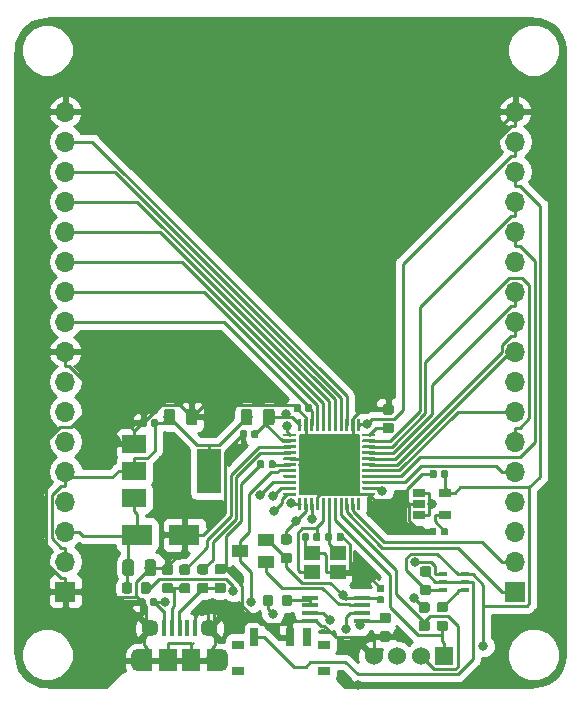
<source format=gtl>
G04 #@! TF.GenerationSoftware,KiCad,Pcbnew,5.0.2-bee76a0~70~ubuntu18.04.1*
G04 #@! TF.CreationDate,2019-03-17T15:09:20+09:00*
G04 #@! TF.ProjectId,LeonardoBB,4c656f6e-6172-4646-9f42-422e6b696361,rev?*
G04 #@! TF.SameCoordinates,Original*
G04 #@! TF.FileFunction,Copper,L1,Top*
G04 #@! TF.FilePolarity,Positive*
%FSLAX46Y46*%
G04 Gerber Fmt 4.6, Leading zero omitted, Abs format (unit mm)*
G04 Created by KiCad (PCBNEW 5.0.2-bee76a0~70~ubuntu18.04.1) date 2019年03月17日 15時09分20秒*
%MOMM*%
%LPD*%
G01*
G04 APERTURE LIST*
G04 #@! TA.AperFunction,Conductor*
%ADD10C,0.100000*%
G04 #@! TD*
G04 #@! TA.AperFunction,SMDPad,CuDef*
%ADD11C,0.975000*%
G04 #@! TD*
G04 #@! TA.AperFunction,SMDPad,CuDef*
%ADD12C,0.590000*%
G04 #@! TD*
G04 #@! TA.AperFunction,SMDPad,CuDef*
%ADD13R,2.500000X1.800000*%
G04 #@! TD*
G04 #@! TA.AperFunction,SMDPad,CuDef*
%ADD14C,0.875000*%
G04 #@! TD*
G04 #@! TA.AperFunction,ComponentPad*
%ADD15R,1.524000X1.524000*%
G04 #@! TD*
G04 #@! TA.AperFunction,ComponentPad*
%ADD16C,1.524000*%
G04 #@! TD*
G04 #@! TA.AperFunction,SMDPad,CuDef*
%ADD17R,1.400000X1.000000*%
G04 #@! TD*
G04 #@! TA.AperFunction,SMDPad,CuDef*
%ADD18R,0.650000X0.400000*%
G04 #@! TD*
G04 #@! TA.AperFunction,SMDPad,CuDef*
%ADD19R,0.700000X1.500000*%
G04 #@! TD*
G04 #@! TA.AperFunction,SMDPad,CuDef*
%ADD20R,1.000000X0.800000*%
G04 #@! TD*
G04 #@! TA.AperFunction,SMDPad,CuDef*
%ADD21C,5.200000*%
G04 #@! TD*
G04 #@! TA.AperFunction,SMDPad,CuDef*
%ADD22C,0.250000*%
G04 #@! TD*
G04 #@! TA.AperFunction,SMDPad,CuDef*
%ADD23R,2.000000X3.800000*%
G04 #@! TD*
G04 #@! TA.AperFunction,SMDPad,CuDef*
%ADD24R,2.000000X1.500000*%
G04 #@! TD*
G04 #@! TA.AperFunction,SMDPad,CuDef*
%ADD25R,1.060000X0.650000*%
G04 #@! TD*
G04 #@! TA.AperFunction,SMDPad,CuDef*
%ADD26R,1.400000X1.150000*%
G04 #@! TD*
G04 #@! TA.AperFunction,ComponentPad*
%ADD27O,1.700000X1.700000*%
G04 #@! TD*
G04 #@! TA.AperFunction,ComponentPad*
%ADD28R,1.700000X1.700000*%
G04 #@! TD*
G04 #@! TA.AperFunction,SMDPad,CuDef*
%ADD29R,1.500000X1.900000*%
G04 #@! TD*
G04 #@! TA.AperFunction,ComponentPad*
%ADD30C,1.450000*%
G04 #@! TD*
G04 #@! TA.AperFunction,SMDPad,CuDef*
%ADD31R,0.400000X1.350000*%
G04 #@! TD*
G04 #@! TA.AperFunction,ComponentPad*
%ADD32O,1.200000X1.900000*%
G04 #@! TD*
G04 #@! TA.AperFunction,SMDPad,CuDef*
%ADD33R,1.200000X1.900000*%
G04 #@! TD*
G04 #@! TA.AperFunction,SMDPad,CuDef*
%ADD34R,1.450000X0.450000*%
G04 #@! TD*
G04 #@! TA.AperFunction,ViaPad*
%ADD35C,0.800000*%
G04 #@! TD*
G04 #@! TA.AperFunction,Conductor*
%ADD36C,0.250000*%
G04 #@! TD*
G04 #@! TA.AperFunction,Conductor*
%ADD37C,0.254000*%
G04 #@! TD*
G04 APERTURE END LIST*
D10*
G04 #@! TO.N,+5V*
G04 #@! TO.C,C9*
G36*
X134028142Y-103759174D02*
X134051803Y-103762684D01*
X134075007Y-103768496D01*
X134097529Y-103776554D01*
X134119153Y-103786782D01*
X134139670Y-103799079D01*
X134158883Y-103813329D01*
X134176607Y-103829393D01*
X134192671Y-103847117D01*
X134206921Y-103866330D01*
X134219218Y-103886847D01*
X134229446Y-103908471D01*
X134237504Y-103930993D01*
X134243316Y-103954197D01*
X134246826Y-103977858D01*
X134248000Y-104001750D01*
X134248000Y-104914250D01*
X134246826Y-104938142D01*
X134243316Y-104961803D01*
X134237504Y-104985007D01*
X134229446Y-105007529D01*
X134219218Y-105029153D01*
X134206921Y-105049670D01*
X134192671Y-105068883D01*
X134176607Y-105086607D01*
X134158883Y-105102671D01*
X134139670Y-105116921D01*
X134119153Y-105129218D01*
X134097529Y-105139446D01*
X134075007Y-105147504D01*
X134051803Y-105153316D01*
X134028142Y-105156826D01*
X134004250Y-105158000D01*
X133516750Y-105158000D01*
X133492858Y-105156826D01*
X133469197Y-105153316D01*
X133445993Y-105147504D01*
X133423471Y-105139446D01*
X133401847Y-105129218D01*
X133381330Y-105116921D01*
X133362117Y-105102671D01*
X133344393Y-105086607D01*
X133328329Y-105068883D01*
X133314079Y-105049670D01*
X133301782Y-105029153D01*
X133291554Y-105007529D01*
X133283496Y-104985007D01*
X133277684Y-104961803D01*
X133274174Y-104938142D01*
X133273000Y-104914250D01*
X133273000Y-104001750D01*
X133274174Y-103977858D01*
X133277684Y-103954197D01*
X133283496Y-103930993D01*
X133291554Y-103908471D01*
X133301782Y-103886847D01*
X133314079Y-103866330D01*
X133328329Y-103847117D01*
X133344393Y-103829393D01*
X133362117Y-103813329D01*
X133381330Y-103799079D01*
X133401847Y-103786782D01*
X133423471Y-103776554D01*
X133445993Y-103768496D01*
X133469197Y-103762684D01*
X133492858Y-103759174D01*
X133516750Y-103758000D01*
X134004250Y-103758000D01*
X134028142Y-103759174D01*
X134028142Y-103759174D01*
G37*
D11*
G04 #@! TD*
G04 #@! TO.P,C9,1*
G04 #@! TO.N,+5V*
X133760500Y-104458000D03*
D10*
G04 #@! TO.N,GND*
G04 #@! TO.C,C9*
G36*
X135903142Y-103759174D02*
X135926803Y-103762684D01*
X135950007Y-103768496D01*
X135972529Y-103776554D01*
X135994153Y-103786782D01*
X136014670Y-103799079D01*
X136033883Y-103813329D01*
X136051607Y-103829393D01*
X136067671Y-103847117D01*
X136081921Y-103866330D01*
X136094218Y-103886847D01*
X136104446Y-103908471D01*
X136112504Y-103930993D01*
X136118316Y-103954197D01*
X136121826Y-103977858D01*
X136123000Y-104001750D01*
X136123000Y-104914250D01*
X136121826Y-104938142D01*
X136118316Y-104961803D01*
X136112504Y-104985007D01*
X136104446Y-105007529D01*
X136094218Y-105029153D01*
X136081921Y-105049670D01*
X136067671Y-105068883D01*
X136051607Y-105086607D01*
X136033883Y-105102671D01*
X136014670Y-105116921D01*
X135994153Y-105129218D01*
X135972529Y-105139446D01*
X135950007Y-105147504D01*
X135926803Y-105153316D01*
X135903142Y-105156826D01*
X135879250Y-105158000D01*
X135391750Y-105158000D01*
X135367858Y-105156826D01*
X135344197Y-105153316D01*
X135320993Y-105147504D01*
X135298471Y-105139446D01*
X135276847Y-105129218D01*
X135256330Y-105116921D01*
X135237117Y-105102671D01*
X135219393Y-105086607D01*
X135203329Y-105068883D01*
X135189079Y-105049670D01*
X135176782Y-105029153D01*
X135166554Y-105007529D01*
X135158496Y-104985007D01*
X135152684Y-104961803D01*
X135149174Y-104938142D01*
X135148000Y-104914250D01*
X135148000Y-104001750D01*
X135149174Y-103977858D01*
X135152684Y-103954197D01*
X135158496Y-103930993D01*
X135166554Y-103908471D01*
X135176782Y-103886847D01*
X135189079Y-103866330D01*
X135203329Y-103847117D01*
X135219393Y-103829393D01*
X135237117Y-103813329D01*
X135256330Y-103799079D01*
X135276847Y-103786782D01*
X135298471Y-103776554D01*
X135320993Y-103768496D01*
X135344197Y-103762684D01*
X135367858Y-103759174D01*
X135391750Y-103758000D01*
X135879250Y-103758000D01*
X135903142Y-103759174D01*
X135903142Y-103759174D01*
G37*
D11*
G04 #@! TD*
G04 #@! TO.P,C9,2*
G04 #@! TO.N,GND*
X135635500Y-104458000D03*
D10*
G04 #@! TO.N,Net-(C1-Pad1)*
G04 #@! TO.C,C1*
G36*
X147400958Y-114298710D02*
X147415276Y-114300834D01*
X147429317Y-114304351D01*
X147442946Y-114309228D01*
X147456031Y-114315417D01*
X147468447Y-114322858D01*
X147480073Y-114331481D01*
X147490798Y-114341202D01*
X147500519Y-114351927D01*
X147509142Y-114363553D01*
X147516583Y-114375969D01*
X147522772Y-114389054D01*
X147527649Y-114402683D01*
X147531166Y-114416724D01*
X147533290Y-114431042D01*
X147534000Y-114445500D01*
X147534000Y-114790500D01*
X147533290Y-114804958D01*
X147531166Y-114819276D01*
X147527649Y-114833317D01*
X147522772Y-114846946D01*
X147516583Y-114860031D01*
X147509142Y-114872447D01*
X147500519Y-114884073D01*
X147490798Y-114894798D01*
X147480073Y-114904519D01*
X147468447Y-114913142D01*
X147456031Y-114920583D01*
X147442946Y-114926772D01*
X147429317Y-114931649D01*
X147415276Y-114935166D01*
X147400958Y-114937290D01*
X147386500Y-114938000D01*
X147091500Y-114938000D01*
X147077042Y-114937290D01*
X147062724Y-114935166D01*
X147048683Y-114931649D01*
X147035054Y-114926772D01*
X147021969Y-114920583D01*
X147009553Y-114913142D01*
X146997927Y-114904519D01*
X146987202Y-114894798D01*
X146977481Y-114884073D01*
X146968858Y-114872447D01*
X146961417Y-114860031D01*
X146955228Y-114846946D01*
X146950351Y-114833317D01*
X146946834Y-114819276D01*
X146944710Y-114804958D01*
X146944000Y-114790500D01*
X146944000Y-114445500D01*
X146944710Y-114431042D01*
X146946834Y-114416724D01*
X146950351Y-114402683D01*
X146955228Y-114389054D01*
X146961417Y-114375969D01*
X146968858Y-114363553D01*
X146977481Y-114351927D01*
X146987202Y-114341202D01*
X146997927Y-114331481D01*
X147009553Y-114322858D01*
X147021969Y-114315417D01*
X147035054Y-114309228D01*
X147048683Y-114304351D01*
X147062724Y-114300834D01*
X147077042Y-114298710D01*
X147091500Y-114298000D01*
X147386500Y-114298000D01*
X147400958Y-114298710D01*
X147400958Y-114298710D01*
G37*
D12*
G04 #@! TD*
G04 #@! TO.P,C1,1*
G04 #@! TO.N,Net-(C1-Pad1)*
X147239000Y-114618000D03*
D10*
G04 #@! TO.N,GND*
G04 #@! TO.C,C1*
G36*
X148370958Y-114298710D02*
X148385276Y-114300834D01*
X148399317Y-114304351D01*
X148412946Y-114309228D01*
X148426031Y-114315417D01*
X148438447Y-114322858D01*
X148450073Y-114331481D01*
X148460798Y-114341202D01*
X148470519Y-114351927D01*
X148479142Y-114363553D01*
X148486583Y-114375969D01*
X148492772Y-114389054D01*
X148497649Y-114402683D01*
X148501166Y-114416724D01*
X148503290Y-114431042D01*
X148504000Y-114445500D01*
X148504000Y-114790500D01*
X148503290Y-114804958D01*
X148501166Y-114819276D01*
X148497649Y-114833317D01*
X148492772Y-114846946D01*
X148486583Y-114860031D01*
X148479142Y-114872447D01*
X148470519Y-114884073D01*
X148460798Y-114894798D01*
X148450073Y-114904519D01*
X148438447Y-114913142D01*
X148426031Y-114920583D01*
X148412946Y-114926772D01*
X148399317Y-114931649D01*
X148385276Y-114935166D01*
X148370958Y-114937290D01*
X148356500Y-114938000D01*
X148061500Y-114938000D01*
X148047042Y-114937290D01*
X148032724Y-114935166D01*
X148018683Y-114931649D01*
X148005054Y-114926772D01*
X147991969Y-114920583D01*
X147979553Y-114913142D01*
X147967927Y-114904519D01*
X147957202Y-114894798D01*
X147947481Y-114884073D01*
X147938858Y-114872447D01*
X147931417Y-114860031D01*
X147925228Y-114846946D01*
X147920351Y-114833317D01*
X147916834Y-114819276D01*
X147914710Y-114804958D01*
X147914000Y-114790500D01*
X147914000Y-114445500D01*
X147914710Y-114431042D01*
X147916834Y-114416724D01*
X147920351Y-114402683D01*
X147925228Y-114389054D01*
X147931417Y-114375969D01*
X147938858Y-114363553D01*
X147947481Y-114351927D01*
X147957202Y-114341202D01*
X147967927Y-114331481D01*
X147979553Y-114322858D01*
X147991969Y-114315417D01*
X148005054Y-114309228D01*
X148018683Y-114304351D01*
X148032724Y-114300834D01*
X148047042Y-114298710D01*
X148061500Y-114298000D01*
X148356500Y-114298000D01*
X148370958Y-114298710D01*
X148370958Y-114298710D01*
G37*
D12*
G04 #@! TD*
G04 #@! TO.P,C1,2*
G04 #@! TO.N,GND*
X148209000Y-114618000D03*
D10*
G04 #@! TO.N,GND*
G04 #@! TO.C,C2*
G36*
X145432958Y-114298710D02*
X145447276Y-114300834D01*
X145461317Y-114304351D01*
X145474946Y-114309228D01*
X145488031Y-114315417D01*
X145500447Y-114322858D01*
X145512073Y-114331481D01*
X145522798Y-114341202D01*
X145532519Y-114351927D01*
X145541142Y-114363553D01*
X145548583Y-114375969D01*
X145554772Y-114389054D01*
X145559649Y-114402683D01*
X145563166Y-114416724D01*
X145565290Y-114431042D01*
X145566000Y-114445500D01*
X145566000Y-114790500D01*
X145565290Y-114804958D01*
X145563166Y-114819276D01*
X145559649Y-114833317D01*
X145554772Y-114846946D01*
X145548583Y-114860031D01*
X145541142Y-114872447D01*
X145532519Y-114884073D01*
X145522798Y-114894798D01*
X145512073Y-114904519D01*
X145500447Y-114913142D01*
X145488031Y-114920583D01*
X145474946Y-114926772D01*
X145461317Y-114931649D01*
X145447276Y-114935166D01*
X145432958Y-114937290D01*
X145418500Y-114938000D01*
X145123500Y-114938000D01*
X145109042Y-114937290D01*
X145094724Y-114935166D01*
X145080683Y-114931649D01*
X145067054Y-114926772D01*
X145053969Y-114920583D01*
X145041553Y-114913142D01*
X145029927Y-114904519D01*
X145019202Y-114894798D01*
X145009481Y-114884073D01*
X145000858Y-114872447D01*
X144993417Y-114860031D01*
X144987228Y-114846946D01*
X144982351Y-114833317D01*
X144978834Y-114819276D01*
X144976710Y-114804958D01*
X144976000Y-114790500D01*
X144976000Y-114445500D01*
X144976710Y-114431042D01*
X144978834Y-114416724D01*
X144982351Y-114402683D01*
X144987228Y-114389054D01*
X144993417Y-114375969D01*
X145000858Y-114363553D01*
X145009481Y-114351927D01*
X145019202Y-114341202D01*
X145029927Y-114331481D01*
X145041553Y-114322858D01*
X145053969Y-114315417D01*
X145067054Y-114309228D01*
X145080683Y-114304351D01*
X145094724Y-114300834D01*
X145109042Y-114298710D01*
X145123500Y-114298000D01*
X145418500Y-114298000D01*
X145432958Y-114298710D01*
X145432958Y-114298710D01*
G37*
D12*
G04 #@! TD*
G04 #@! TO.P,C2,2*
G04 #@! TO.N,GND*
X145271000Y-114618000D03*
D10*
G04 #@! TO.N,Net-(C2-Pad1)*
G04 #@! TO.C,C2*
G36*
X146402958Y-114298710D02*
X146417276Y-114300834D01*
X146431317Y-114304351D01*
X146444946Y-114309228D01*
X146458031Y-114315417D01*
X146470447Y-114322858D01*
X146482073Y-114331481D01*
X146492798Y-114341202D01*
X146502519Y-114351927D01*
X146511142Y-114363553D01*
X146518583Y-114375969D01*
X146524772Y-114389054D01*
X146529649Y-114402683D01*
X146533166Y-114416724D01*
X146535290Y-114431042D01*
X146536000Y-114445500D01*
X146536000Y-114790500D01*
X146535290Y-114804958D01*
X146533166Y-114819276D01*
X146529649Y-114833317D01*
X146524772Y-114846946D01*
X146518583Y-114860031D01*
X146511142Y-114872447D01*
X146502519Y-114884073D01*
X146492798Y-114894798D01*
X146482073Y-114904519D01*
X146470447Y-114913142D01*
X146458031Y-114920583D01*
X146444946Y-114926772D01*
X146431317Y-114931649D01*
X146417276Y-114935166D01*
X146402958Y-114937290D01*
X146388500Y-114938000D01*
X146093500Y-114938000D01*
X146079042Y-114937290D01*
X146064724Y-114935166D01*
X146050683Y-114931649D01*
X146037054Y-114926772D01*
X146023969Y-114920583D01*
X146011553Y-114913142D01*
X145999927Y-114904519D01*
X145989202Y-114894798D01*
X145979481Y-114884073D01*
X145970858Y-114872447D01*
X145963417Y-114860031D01*
X145957228Y-114846946D01*
X145952351Y-114833317D01*
X145948834Y-114819276D01*
X145946710Y-114804958D01*
X145946000Y-114790500D01*
X145946000Y-114445500D01*
X145946710Y-114431042D01*
X145948834Y-114416724D01*
X145952351Y-114402683D01*
X145957228Y-114389054D01*
X145963417Y-114375969D01*
X145970858Y-114363553D01*
X145979481Y-114351927D01*
X145989202Y-114341202D01*
X145999927Y-114331481D01*
X146011553Y-114322858D01*
X146023969Y-114315417D01*
X146037054Y-114309228D01*
X146050683Y-114304351D01*
X146064724Y-114300834D01*
X146079042Y-114298710D01*
X146093500Y-114298000D01*
X146388500Y-114298000D01*
X146402958Y-114298710D01*
X146402958Y-114298710D01*
G37*
D12*
G04 #@! TD*
G04 #@! TO.P,C2,1*
G04 #@! TO.N,Net-(C2-Pad1)*
X146241000Y-114618000D03*
D10*
G04 #@! TO.N,GND*
G04 #@! TO.C,C3*
G36*
X144733958Y-103376710D02*
X144748276Y-103378834D01*
X144762317Y-103382351D01*
X144775946Y-103387228D01*
X144789031Y-103393417D01*
X144801447Y-103400858D01*
X144813073Y-103409481D01*
X144823798Y-103419202D01*
X144833519Y-103429927D01*
X144842142Y-103441553D01*
X144849583Y-103453969D01*
X144855772Y-103467054D01*
X144860649Y-103480683D01*
X144864166Y-103494724D01*
X144866290Y-103509042D01*
X144867000Y-103523500D01*
X144867000Y-103868500D01*
X144866290Y-103882958D01*
X144864166Y-103897276D01*
X144860649Y-103911317D01*
X144855772Y-103924946D01*
X144849583Y-103938031D01*
X144842142Y-103950447D01*
X144833519Y-103962073D01*
X144823798Y-103972798D01*
X144813073Y-103982519D01*
X144801447Y-103991142D01*
X144789031Y-103998583D01*
X144775946Y-104004772D01*
X144762317Y-104009649D01*
X144748276Y-104013166D01*
X144733958Y-104015290D01*
X144719500Y-104016000D01*
X144424500Y-104016000D01*
X144410042Y-104015290D01*
X144395724Y-104013166D01*
X144381683Y-104009649D01*
X144368054Y-104004772D01*
X144354969Y-103998583D01*
X144342553Y-103991142D01*
X144330927Y-103982519D01*
X144320202Y-103972798D01*
X144310481Y-103962073D01*
X144301858Y-103950447D01*
X144294417Y-103938031D01*
X144288228Y-103924946D01*
X144283351Y-103911317D01*
X144279834Y-103897276D01*
X144277710Y-103882958D01*
X144277000Y-103868500D01*
X144277000Y-103523500D01*
X144277710Y-103509042D01*
X144279834Y-103494724D01*
X144283351Y-103480683D01*
X144288228Y-103467054D01*
X144294417Y-103453969D01*
X144301858Y-103441553D01*
X144310481Y-103429927D01*
X144320202Y-103419202D01*
X144330927Y-103409481D01*
X144342553Y-103400858D01*
X144354969Y-103393417D01*
X144368054Y-103387228D01*
X144381683Y-103382351D01*
X144395724Y-103378834D01*
X144410042Y-103376710D01*
X144424500Y-103376000D01*
X144719500Y-103376000D01*
X144733958Y-103376710D01*
X144733958Y-103376710D01*
G37*
D12*
G04 #@! TD*
G04 #@! TO.P,C3,2*
G04 #@! TO.N,GND*
X144572000Y-103696000D03*
D10*
G04 #@! TO.N,AREF*
G04 #@! TO.C,C3*
G36*
X145703958Y-103376710D02*
X145718276Y-103378834D01*
X145732317Y-103382351D01*
X145745946Y-103387228D01*
X145759031Y-103393417D01*
X145771447Y-103400858D01*
X145783073Y-103409481D01*
X145793798Y-103419202D01*
X145803519Y-103429927D01*
X145812142Y-103441553D01*
X145819583Y-103453969D01*
X145825772Y-103467054D01*
X145830649Y-103480683D01*
X145834166Y-103494724D01*
X145836290Y-103509042D01*
X145837000Y-103523500D01*
X145837000Y-103868500D01*
X145836290Y-103882958D01*
X145834166Y-103897276D01*
X145830649Y-103911317D01*
X145825772Y-103924946D01*
X145819583Y-103938031D01*
X145812142Y-103950447D01*
X145803519Y-103962073D01*
X145793798Y-103972798D01*
X145783073Y-103982519D01*
X145771447Y-103991142D01*
X145759031Y-103998583D01*
X145745946Y-104004772D01*
X145732317Y-104009649D01*
X145718276Y-104013166D01*
X145703958Y-104015290D01*
X145689500Y-104016000D01*
X145394500Y-104016000D01*
X145380042Y-104015290D01*
X145365724Y-104013166D01*
X145351683Y-104009649D01*
X145338054Y-104004772D01*
X145324969Y-103998583D01*
X145312553Y-103991142D01*
X145300927Y-103982519D01*
X145290202Y-103972798D01*
X145280481Y-103962073D01*
X145271858Y-103950447D01*
X145264417Y-103938031D01*
X145258228Y-103924946D01*
X145253351Y-103911317D01*
X145249834Y-103897276D01*
X145247710Y-103882958D01*
X145247000Y-103868500D01*
X145247000Y-103523500D01*
X145247710Y-103509042D01*
X145249834Y-103494724D01*
X145253351Y-103480683D01*
X145258228Y-103467054D01*
X145264417Y-103453969D01*
X145271858Y-103441553D01*
X145280481Y-103429927D01*
X145290202Y-103419202D01*
X145300927Y-103409481D01*
X145312553Y-103400858D01*
X145324969Y-103393417D01*
X145338054Y-103387228D01*
X145351683Y-103382351D01*
X145365724Y-103378834D01*
X145380042Y-103376710D01*
X145394500Y-103376000D01*
X145689500Y-103376000D01*
X145703958Y-103376710D01*
X145703958Y-103376710D01*
G37*
D12*
G04 #@! TD*
G04 #@! TO.P,C3,1*
G04 #@! TO.N,AREF*
X145542000Y-103696000D03*
D10*
G04 #@! TO.N,GND*
G04 #@! TO.C,C4*
G36*
X141639958Y-108138710D02*
X141654276Y-108140834D01*
X141668317Y-108144351D01*
X141681946Y-108149228D01*
X141695031Y-108155417D01*
X141707447Y-108162858D01*
X141719073Y-108171481D01*
X141729798Y-108181202D01*
X141739519Y-108191927D01*
X141748142Y-108203553D01*
X141755583Y-108215969D01*
X141761772Y-108229054D01*
X141766649Y-108242683D01*
X141770166Y-108256724D01*
X141772290Y-108271042D01*
X141773000Y-108285500D01*
X141773000Y-108630500D01*
X141772290Y-108644958D01*
X141770166Y-108659276D01*
X141766649Y-108673317D01*
X141761772Y-108686946D01*
X141755583Y-108700031D01*
X141748142Y-108712447D01*
X141739519Y-108724073D01*
X141729798Y-108734798D01*
X141719073Y-108744519D01*
X141707447Y-108753142D01*
X141695031Y-108760583D01*
X141681946Y-108766772D01*
X141668317Y-108771649D01*
X141654276Y-108775166D01*
X141639958Y-108777290D01*
X141625500Y-108778000D01*
X141330500Y-108778000D01*
X141316042Y-108777290D01*
X141301724Y-108775166D01*
X141287683Y-108771649D01*
X141274054Y-108766772D01*
X141260969Y-108760583D01*
X141248553Y-108753142D01*
X141236927Y-108744519D01*
X141226202Y-108734798D01*
X141216481Y-108724073D01*
X141207858Y-108712447D01*
X141200417Y-108700031D01*
X141194228Y-108686946D01*
X141189351Y-108673317D01*
X141185834Y-108659276D01*
X141183710Y-108644958D01*
X141183000Y-108630500D01*
X141183000Y-108285500D01*
X141183710Y-108271042D01*
X141185834Y-108256724D01*
X141189351Y-108242683D01*
X141194228Y-108229054D01*
X141200417Y-108215969D01*
X141207858Y-108203553D01*
X141216481Y-108191927D01*
X141226202Y-108181202D01*
X141236927Y-108171481D01*
X141248553Y-108162858D01*
X141260969Y-108155417D01*
X141274054Y-108149228D01*
X141287683Y-108144351D01*
X141301724Y-108140834D01*
X141316042Y-108138710D01*
X141330500Y-108138000D01*
X141625500Y-108138000D01*
X141639958Y-108138710D01*
X141639958Y-108138710D01*
G37*
D12*
G04 #@! TD*
G04 #@! TO.P,C4,2*
G04 #@! TO.N,GND*
X141478000Y-108458000D03*
D10*
G04 #@! TO.N,Net-(C4-Pad1)*
G04 #@! TO.C,C4*
G36*
X142609958Y-108138710D02*
X142624276Y-108140834D01*
X142638317Y-108144351D01*
X142651946Y-108149228D01*
X142665031Y-108155417D01*
X142677447Y-108162858D01*
X142689073Y-108171481D01*
X142699798Y-108181202D01*
X142709519Y-108191927D01*
X142718142Y-108203553D01*
X142725583Y-108215969D01*
X142731772Y-108229054D01*
X142736649Y-108242683D01*
X142740166Y-108256724D01*
X142742290Y-108271042D01*
X142743000Y-108285500D01*
X142743000Y-108630500D01*
X142742290Y-108644958D01*
X142740166Y-108659276D01*
X142736649Y-108673317D01*
X142731772Y-108686946D01*
X142725583Y-108700031D01*
X142718142Y-108712447D01*
X142709519Y-108724073D01*
X142699798Y-108734798D01*
X142689073Y-108744519D01*
X142677447Y-108753142D01*
X142665031Y-108760583D01*
X142651946Y-108766772D01*
X142638317Y-108771649D01*
X142624276Y-108775166D01*
X142609958Y-108777290D01*
X142595500Y-108778000D01*
X142300500Y-108778000D01*
X142286042Y-108777290D01*
X142271724Y-108775166D01*
X142257683Y-108771649D01*
X142244054Y-108766772D01*
X142230969Y-108760583D01*
X142218553Y-108753142D01*
X142206927Y-108744519D01*
X142196202Y-108734798D01*
X142186481Y-108724073D01*
X142177858Y-108712447D01*
X142170417Y-108700031D01*
X142164228Y-108686946D01*
X142159351Y-108673317D01*
X142155834Y-108659276D01*
X142153710Y-108644958D01*
X142153000Y-108630500D01*
X142153000Y-108285500D01*
X142153710Y-108271042D01*
X142155834Y-108256724D01*
X142159351Y-108242683D01*
X142164228Y-108229054D01*
X142170417Y-108215969D01*
X142177858Y-108203553D01*
X142186481Y-108191927D01*
X142196202Y-108181202D01*
X142206927Y-108171481D01*
X142218553Y-108162858D01*
X142230969Y-108155417D01*
X142244054Y-108149228D01*
X142257683Y-108144351D01*
X142271724Y-108140834D01*
X142286042Y-108138710D01*
X142300500Y-108138000D01*
X142595500Y-108138000D01*
X142609958Y-108138710D01*
X142609958Y-108138710D01*
G37*
D12*
G04 #@! TD*
G04 #@! TO.P,C4,1*
G04 #@! TO.N,Net-(C4-Pad1)*
X142448000Y-108458000D03*
D10*
G04 #@! TO.N,GND*
G04 #@! TO.C,C5*
G36*
X131606958Y-119822710D02*
X131621276Y-119824834D01*
X131635317Y-119828351D01*
X131648946Y-119833228D01*
X131662031Y-119839417D01*
X131674447Y-119846858D01*
X131686073Y-119855481D01*
X131696798Y-119865202D01*
X131706519Y-119875927D01*
X131715142Y-119887553D01*
X131722583Y-119899969D01*
X131728772Y-119913054D01*
X131733649Y-119926683D01*
X131737166Y-119940724D01*
X131739290Y-119955042D01*
X131740000Y-119969500D01*
X131740000Y-120314500D01*
X131739290Y-120328958D01*
X131737166Y-120343276D01*
X131733649Y-120357317D01*
X131728772Y-120370946D01*
X131722583Y-120384031D01*
X131715142Y-120396447D01*
X131706519Y-120408073D01*
X131696798Y-120418798D01*
X131686073Y-120428519D01*
X131674447Y-120437142D01*
X131662031Y-120444583D01*
X131648946Y-120450772D01*
X131635317Y-120455649D01*
X131621276Y-120459166D01*
X131606958Y-120461290D01*
X131592500Y-120462000D01*
X131297500Y-120462000D01*
X131283042Y-120461290D01*
X131268724Y-120459166D01*
X131254683Y-120455649D01*
X131241054Y-120450772D01*
X131227969Y-120444583D01*
X131215553Y-120437142D01*
X131203927Y-120428519D01*
X131193202Y-120418798D01*
X131183481Y-120408073D01*
X131174858Y-120396447D01*
X131167417Y-120384031D01*
X131161228Y-120370946D01*
X131156351Y-120357317D01*
X131152834Y-120343276D01*
X131150710Y-120328958D01*
X131150000Y-120314500D01*
X131150000Y-119969500D01*
X131150710Y-119955042D01*
X131152834Y-119940724D01*
X131156351Y-119926683D01*
X131161228Y-119913054D01*
X131167417Y-119899969D01*
X131174858Y-119887553D01*
X131183481Y-119875927D01*
X131193202Y-119865202D01*
X131203927Y-119855481D01*
X131215553Y-119846858D01*
X131227969Y-119839417D01*
X131241054Y-119833228D01*
X131254683Y-119828351D01*
X131268724Y-119824834D01*
X131283042Y-119822710D01*
X131297500Y-119822000D01*
X131592500Y-119822000D01*
X131606958Y-119822710D01*
X131606958Y-119822710D01*
G37*
D12*
G04 #@! TD*
G04 #@! TO.P,C5,2*
G04 #@! TO.N,GND*
X131445000Y-120142000D03*
D10*
G04 #@! TO.N,VBUS*
G04 #@! TO.C,C5*
G36*
X132576958Y-119822710D02*
X132591276Y-119824834D01*
X132605317Y-119828351D01*
X132618946Y-119833228D01*
X132632031Y-119839417D01*
X132644447Y-119846858D01*
X132656073Y-119855481D01*
X132666798Y-119865202D01*
X132676519Y-119875927D01*
X132685142Y-119887553D01*
X132692583Y-119899969D01*
X132698772Y-119913054D01*
X132703649Y-119926683D01*
X132707166Y-119940724D01*
X132709290Y-119955042D01*
X132710000Y-119969500D01*
X132710000Y-120314500D01*
X132709290Y-120328958D01*
X132707166Y-120343276D01*
X132703649Y-120357317D01*
X132698772Y-120370946D01*
X132692583Y-120384031D01*
X132685142Y-120396447D01*
X132676519Y-120408073D01*
X132666798Y-120418798D01*
X132656073Y-120428519D01*
X132644447Y-120437142D01*
X132632031Y-120444583D01*
X132618946Y-120450772D01*
X132605317Y-120455649D01*
X132591276Y-120459166D01*
X132576958Y-120461290D01*
X132562500Y-120462000D01*
X132267500Y-120462000D01*
X132253042Y-120461290D01*
X132238724Y-120459166D01*
X132224683Y-120455649D01*
X132211054Y-120450772D01*
X132197969Y-120444583D01*
X132185553Y-120437142D01*
X132173927Y-120428519D01*
X132163202Y-120418798D01*
X132153481Y-120408073D01*
X132144858Y-120396447D01*
X132137417Y-120384031D01*
X132131228Y-120370946D01*
X132126351Y-120357317D01*
X132122834Y-120343276D01*
X132120710Y-120328958D01*
X132120000Y-120314500D01*
X132120000Y-119969500D01*
X132120710Y-119955042D01*
X132122834Y-119940724D01*
X132126351Y-119926683D01*
X132131228Y-119913054D01*
X132137417Y-119899969D01*
X132144858Y-119887553D01*
X132153481Y-119875927D01*
X132163202Y-119865202D01*
X132173927Y-119855481D01*
X132185553Y-119846858D01*
X132197969Y-119839417D01*
X132211054Y-119833228D01*
X132224683Y-119828351D01*
X132238724Y-119824834D01*
X132253042Y-119822710D01*
X132267500Y-119822000D01*
X132562500Y-119822000D01*
X132576958Y-119822710D01*
X132576958Y-119822710D01*
G37*
D12*
G04 #@! TD*
G04 #@! TO.P,C5,1*
G04 #@! TO.N,VBUS*
X132415000Y-120142000D03*
D10*
G04 #@! TO.N,Net-(C6-Pad1)*
G04 #@! TO.C,C6*
G36*
X141148958Y-105598710D02*
X141163276Y-105600834D01*
X141177317Y-105604351D01*
X141190946Y-105609228D01*
X141204031Y-105615417D01*
X141216447Y-105622858D01*
X141228073Y-105631481D01*
X141238798Y-105641202D01*
X141248519Y-105651927D01*
X141257142Y-105663553D01*
X141264583Y-105675969D01*
X141270772Y-105689054D01*
X141275649Y-105702683D01*
X141279166Y-105716724D01*
X141281290Y-105731042D01*
X141282000Y-105745500D01*
X141282000Y-106090500D01*
X141281290Y-106104958D01*
X141279166Y-106119276D01*
X141275649Y-106133317D01*
X141270772Y-106146946D01*
X141264583Y-106160031D01*
X141257142Y-106172447D01*
X141248519Y-106184073D01*
X141238798Y-106194798D01*
X141228073Y-106204519D01*
X141216447Y-106213142D01*
X141204031Y-106220583D01*
X141190946Y-106226772D01*
X141177317Y-106231649D01*
X141163276Y-106235166D01*
X141148958Y-106237290D01*
X141134500Y-106238000D01*
X140839500Y-106238000D01*
X140825042Y-106237290D01*
X140810724Y-106235166D01*
X140796683Y-106231649D01*
X140783054Y-106226772D01*
X140769969Y-106220583D01*
X140757553Y-106213142D01*
X140745927Y-106204519D01*
X140735202Y-106194798D01*
X140725481Y-106184073D01*
X140716858Y-106172447D01*
X140709417Y-106160031D01*
X140703228Y-106146946D01*
X140698351Y-106133317D01*
X140694834Y-106119276D01*
X140692710Y-106104958D01*
X140692000Y-106090500D01*
X140692000Y-105745500D01*
X140692710Y-105731042D01*
X140694834Y-105716724D01*
X140698351Y-105702683D01*
X140703228Y-105689054D01*
X140709417Y-105675969D01*
X140716858Y-105663553D01*
X140725481Y-105651927D01*
X140735202Y-105641202D01*
X140745927Y-105631481D01*
X140757553Y-105622858D01*
X140769969Y-105615417D01*
X140783054Y-105609228D01*
X140796683Y-105604351D01*
X140810724Y-105600834D01*
X140825042Y-105598710D01*
X140839500Y-105598000D01*
X141134500Y-105598000D01*
X141148958Y-105598710D01*
X141148958Y-105598710D01*
G37*
D12*
G04 #@! TD*
G04 #@! TO.P,C6,1*
G04 #@! TO.N,Net-(C6-Pad1)*
X140987000Y-105918000D03*
D10*
G04 #@! TO.N,GND*
G04 #@! TO.C,C6*
G36*
X140178958Y-105598710D02*
X140193276Y-105600834D01*
X140207317Y-105604351D01*
X140220946Y-105609228D01*
X140234031Y-105615417D01*
X140246447Y-105622858D01*
X140258073Y-105631481D01*
X140268798Y-105641202D01*
X140278519Y-105651927D01*
X140287142Y-105663553D01*
X140294583Y-105675969D01*
X140300772Y-105689054D01*
X140305649Y-105702683D01*
X140309166Y-105716724D01*
X140311290Y-105731042D01*
X140312000Y-105745500D01*
X140312000Y-106090500D01*
X140311290Y-106104958D01*
X140309166Y-106119276D01*
X140305649Y-106133317D01*
X140300772Y-106146946D01*
X140294583Y-106160031D01*
X140287142Y-106172447D01*
X140278519Y-106184073D01*
X140268798Y-106194798D01*
X140258073Y-106204519D01*
X140246447Y-106213142D01*
X140234031Y-106220583D01*
X140220946Y-106226772D01*
X140207317Y-106231649D01*
X140193276Y-106235166D01*
X140178958Y-106237290D01*
X140164500Y-106238000D01*
X139869500Y-106238000D01*
X139855042Y-106237290D01*
X139840724Y-106235166D01*
X139826683Y-106231649D01*
X139813054Y-106226772D01*
X139799969Y-106220583D01*
X139787553Y-106213142D01*
X139775927Y-106204519D01*
X139765202Y-106194798D01*
X139755481Y-106184073D01*
X139746858Y-106172447D01*
X139739417Y-106160031D01*
X139733228Y-106146946D01*
X139728351Y-106133317D01*
X139724834Y-106119276D01*
X139722710Y-106104958D01*
X139722000Y-106090500D01*
X139722000Y-105745500D01*
X139722710Y-105731042D01*
X139724834Y-105716724D01*
X139728351Y-105702683D01*
X139733228Y-105689054D01*
X139739417Y-105675969D01*
X139746858Y-105663553D01*
X139755481Y-105651927D01*
X139765202Y-105641202D01*
X139775927Y-105631481D01*
X139787553Y-105622858D01*
X139799969Y-105615417D01*
X139813054Y-105609228D01*
X139826683Y-105604351D01*
X139840724Y-105600834D01*
X139855042Y-105598710D01*
X139869500Y-105598000D01*
X140164500Y-105598000D01*
X140178958Y-105598710D01*
X140178958Y-105598710D01*
G37*
D12*
G04 #@! TD*
G04 #@! TO.P,C6,2*
G04 #@! TO.N,GND*
X140017000Y-105918000D03*
D10*
G04 #@! TO.N,+5V*
G04 #@! TO.C,C7*
G36*
X151824958Y-119657210D02*
X151839276Y-119659334D01*
X151853317Y-119662851D01*
X151866946Y-119667728D01*
X151880031Y-119673917D01*
X151892447Y-119681358D01*
X151904073Y-119689981D01*
X151914798Y-119699702D01*
X151924519Y-119710427D01*
X151933142Y-119722053D01*
X151940583Y-119734469D01*
X151946772Y-119747554D01*
X151951649Y-119761183D01*
X151955166Y-119775224D01*
X151957290Y-119789542D01*
X151958000Y-119804000D01*
X151958000Y-120099000D01*
X151957290Y-120113458D01*
X151955166Y-120127776D01*
X151951649Y-120141817D01*
X151946772Y-120155446D01*
X151940583Y-120168531D01*
X151933142Y-120180947D01*
X151924519Y-120192573D01*
X151914798Y-120203298D01*
X151904073Y-120213019D01*
X151892447Y-120221642D01*
X151880031Y-120229083D01*
X151866946Y-120235272D01*
X151853317Y-120240149D01*
X151839276Y-120243666D01*
X151824958Y-120245790D01*
X151810500Y-120246500D01*
X151465500Y-120246500D01*
X151451042Y-120245790D01*
X151436724Y-120243666D01*
X151422683Y-120240149D01*
X151409054Y-120235272D01*
X151395969Y-120229083D01*
X151383553Y-120221642D01*
X151371927Y-120213019D01*
X151361202Y-120203298D01*
X151351481Y-120192573D01*
X151342858Y-120180947D01*
X151335417Y-120168531D01*
X151329228Y-120155446D01*
X151324351Y-120141817D01*
X151320834Y-120127776D01*
X151318710Y-120113458D01*
X151318000Y-120099000D01*
X151318000Y-119804000D01*
X151318710Y-119789542D01*
X151320834Y-119775224D01*
X151324351Y-119761183D01*
X151329228Y-119747554D01*
X151335417Y-119734469D01*
X151342858Y-119722053D01*
X151351481Y-119710427D01*
X151361202Y-119699702D01*
X151371927Y-119689981D01*
X151383553Y-119681358D01*
X151395969Y-119673917D01*
X151409054Y-119667728D01*
X151422683Y-119662851D01*
X151436724Y-119659334D01*
X151451042Y-119657210D01*
X151465500Y-119656500D01*
X151810500Y-119656500D01*
X151824958Y-119657210D01*
X151824958Y-119657210D01*
G37*
D12*
G04 #@! TD*
G04 #@! TO.P,C7,1*
G04 #@! TO.N,+5V*
X151638000Y-119951500D03*
D10*
G04 #@! TO.N,GND*
G04 #@! TO.C,C7*
G36*
X151824958Y-118687210D02*
X151839276Y-118689334D01*
X151853317Y-118692851D01*
X151866946Y-118697728D01*
X151880031Y-118703917D01*
X151892447Y-118711358D01*
X151904073Y-118719981D01*
X151914798Y-118729702D01*
X151924519Y-118740427D01*
X151933142Y-118752053D01*
X151940583Y-118764469D01*
X151946772Y-118777554D01*
X151951649Y-118791183D01*
X151955166Y-118805224D01*
X151957290Y-118819542D01*
X151958000Y-118834000D01*
X151958000Y-119129000D01*
X151957290Y-119143458D01*
X151955166Y-119157776D01*
X151951649Y-119171817D01*
X151946772Y-119185446D01*
X151940583Y-119198531D01*
X151933142Y-119210947D01*
X151924519Y-119222573D01*
X151914798Y-119233298D01*
X151904073Y-119243019D01*
X151892447Y-119251642D01*
X151880031Y-119259083D01*
X151866946Y-119265272D01*
X151853317Y-119270149D01*
X151839276Y-119273666D01*
X151824958Y-119275790D01*
X151810500Y-119276500D01*
X151465500Y-119276500D01*
X151451042Y-119275790D01*
X151436724Y-119273666D01*
X151422683Y-119270149D01*
X151409054Y-119265272D01*
X151395969Y-119259083D01*
X151383553Y-119251642D01*
X151371927Y-119243019D01*
X151361202Y-119233298D01*
X151351481Y-119222573D01*
X151342858Y-119210947D01*
X151335417Y-119198531D01*
X151329228Y-119185446D01*
X151324351Y-119171817D01*
X151320834Y-119157776D01*
X151318710Y-119143458D01*
X151318000Y-119129000D01*
X151318000Y-118834000D01*
X151318710Y-118819542D01*
X151320834Y-118805224D01*
X151324351Y-118791183D01*
X151329228Y-118777554D01*
X151335417Y-118764469D01*
X151342858Y-118752053D01*
X151351481Y-118740427D01*
X151361202Y-118729702D01*
X151371927Y-118719981D01*
X151383553Y-118711358D01*
X151395969Y-118703917D01*
X151409054Y-118697728D01*
X151422683Y-118692851D01*
X151436724Y-118689334D01*
X151451042Y-118687210D01*
X151465500Y-118686500D01*
X151810500Y-118686500D01*
X151824958Y-118687210D01*
X151824958Y-118687210D01*
G37*
D12*
G04 #@! TD*
G04 #@! TO.P,C7,2*
G04 #@! TO.N,GND*
X151638000Y-118981500D03*
D10*
G04 #@! TO.N,GND*
G04 #@! TO.C,C8*
G36*
X132411142Y-116522174D02*
X132434803Y-116525684D01*
X132458007Y-116531496D01*
X132480529Y-116539554D01*
X132502153Y-116549782D01*
X132522670Y-116562079D01*
X132541883Y-116576329D01*
X132559607Y-116592393D01*
X132575671Y-116610117D01*
X132589921Y-116629330D01*
X132602218Y-116649847D01*
X132612446Y-116671471D01*
X132620504Y-116693993D01*
X132626316Y-116717197D01*
X132629826Y-116740858D01*
X132631000Y-116764750D01*
X132631000Y-117677250D01*
X132629826Y-117701142D01*
X132626316Y-117724803D01*
X132620504Y-117748007D01*
X132612446Y-117770529D01*
X132602218Y-117792153D01*
X132589921Y-117812670D01*
X132575671Y-117831883D01*
X132559607Y-117849607D01*
X132541883Y-117865671D01*
X132522670Y-117879921D01*
X132502153Y-117892218D01*
X132480529Y-117902446D01*
X132458007Y-117910504D01*
X132434803Y-117916316D01*
X132411142Y-117919826D01*
X132387250Y-117921000D01*
X131899750Y-117921000D01*
X131875858Y-117919826D01*
X131852197Y-117916316D01*
X131828993Y-117910504D01*
X131806471Y-117902446D01*
X131784847Y-117892218D01*
X131764330Y-117879921D01*
X131745117Y-117865671D01*
X131727393Y-117849607D01*
X131711329Y-117831883D01*
X131697079Y-117812670D01*
X131684782Y-117792153D01*
X131674554Y-117770529D01*
X131666496Y-117748007D01*
X131660684Y-117724803D01*
X131657174Y-117701142D01*
X131656000Y-117677250D01*
X131656000Y-116764750D01*
X131657174Y-116740858D01*
X131660684Y-116717197D01*
X131666496Y-116693993D01*
X131674554Y-116671471D01*
X131684782Y-116649847D01*
X131697079Y-116629330D01*
X131711329Y-116610117D01*
X131727393Y-116592393D01*
X131745117Y-116576329D01*
X131764330Y-116562079D01*
X131784847Y-116549782D01*
X131806471Y-116539554D01*
X131828993Y-116531496D01*
X131852197Y-116525684D01*
X131875858Y-116522174D01*
X131899750Y-116521000D01*
X132387250Y-116521000D01*
X132411142Y-116522174D01*
X132411142Y-116522174D01*
G37*
D11*
G04 #@! TD*
G04 #@! TO.P,C8,2*
G04 #@! TO.N,GND*
X132143500Y-117221000D03*
D10*
G04 #@! TO.N,RAW*
G04 #@! TO.C,C8*
G36*
X130536142Y-116522174D02*
X130559803Y-116525684D01*
X130583007Y-116531496D01*
X130605529Y-116539554D01*
X130627153Y-116549782D01*
X130647670Y-116562079D01*
X130666883Y-116576329D01*
X130684607Y-116592393D01*
X130700671Y-116610117D01*
X130714921Y-116629330D01*
X130727218Y-116649847D01*
X130737446Y-116671471D01*
X130745504Y-116693993D01*
X130751316Y-116717197D01*
X130754826Y-116740858D01*
X130756000Y-116764750D01*
X130756000Y-117677250D01*
X130754826Y-117701142D01*
X130751316Y-117724803D01*
X130745504Y-117748007D01*
X130737446Y-117770529D01*
X130727218Y-117792153D01*
X130714921Y-117812670D01*
X130700671Y-117831883D01*
X130684607Y-117849607D01*
X130666883Y-117865671D01*
X130647670Y-117879921D01*
X130627153Y-117892218D01*
X130605529Y-117902446D01*
X130583007Y-117910504D01*
X130559803Y-117916316D01*
X130536142Y-117919826D01*
X130512250Y-117921000D01*
X130024750Y-117921000D01*
X130000858Y-117919826D01*
X129977197Y-117916316D01*
X129953993Y-117910504D01*
X129931471Y-117902446D01*
X129909847Y-117892218D01*
X129889330Y-117879921D01*
X129870117Y-117865671D01*
X129852393Y-117849607D01*
X129836329Y-117831883D01*
X129822079Y-117812670D01*
X129809782Y-117792153D01*
X129799554Y-117770529D01*
X129791496Y-117748007D01*
X129785684Y-117724803D01*
X129782174Y-117701142D01*
X129781000Y-117677250D01*
X129781000Y-116764750D01*
X129782174Y-116740858D01*
X129785684Y-116717197D01*
X129791496Y-116693993D01*
X129799554Y-116671471D01*
X129809782Y-116649847D01*
X129822079Y-116629330D01*
X129836329Y-116610117D01*
X129852393Y-116592393D01*
X129870117Y-116576329D01*
X129889330Y-116562079D01*
X129909847Y-116549782D01*
X129931471Y-116539554D01*
X129953993Y-116531496D01*
X129977197Y-116525684D01*
X130000858Y-116522174D01*
X130024750Y-116521000D01*
X130512250Y-116521000D01*
X130536142Y-116522174D01*
X130536142Y-116522174D01*
G37*
D11*
G04 #@! TD*
G04 #@! TO.P,C8,1*
G04 #@! TO.N,RAW*
X130268500Y-117221000D03*
D10*
G04 #@! TO.N,+5V*
G04 #@! TO.C,C10*
G36*
X132662958Y-104646710D02*
X132677276Y-104648834D01*
X132691317Y-104652351D01*
X132704946Y-104657228D01*
X132718031Y-104663417D01*
X132730447Y-104670858D01*
X132742073Y-104679481D01*
X132752798Y-104689202D01*
X132762519Y-104699927D01*
X132771142Y-104711553D01*
X132778583Y-104723969D01*
X132784772Y-104737054D01*
X132789649Y-104750683D01*
X132793166Y-104764724D01*
X132795290Y-104779042D01*
X132796000Y-104793500D01*
X132796000Y-105138500D01*
X132795290Y-105152958D01*
X132793166Y-105167276D01*
X132789649Y-105181317D01*
X132784772Y-105194946D01*
X132778583Y-105208031D01*
X132771142Y-105220447D01*
X132762519Y-105232073D01*
X132752798Y-105242798D01*
X132742073Y-105252519D01*
X132730447Y-105261142D01*
X132718031Y-105268583D01*
X132704946Y-105274772D01*
X132691317Y-105279649D01*
X132677276Y-105283166D01*
X132662958Y-105285290D01*
X132648500Y-105286000D01*
X132353500Y-105286000D01*
X132339042Y-105285290D01*
X132324724Y-105283166D01*
X132310683Y-105279649D01*
X132297054Y-105274772D01*
X132283969Y-105268583D01*
X132271553Y-105261142D01*
X132259927Y-105252519D01*
X132249202Y-105242798D01*
X132239481Y-105232073D01*
X132230858Y-105220447D01*
X132223417Y-105208031D01*
X132217228Y-105194946D01*
X132212351Y-105181317D01*
X132208834Y-105167276D01*
X132206710Y-105152958D01*
X132206000Y-105138500D01*
X132206000Y-104793500D01*
X132206710Y-104779042D01*
X132208834Y-104764724D01*
X132212351Y-104750683D01*
X132217228Y-104737054D01*
X132223417Y-104723969D01*
X132230858Y-104711553D01*
X132239481Y-104699927D01*
X132249202Y-104689202D01*
X132259927Y-104679481D01*
X132271553Y-104670858D01*
X132283969Y-104663417D01*
X132297054Y-104657228D01*
X132310683Y-104652351D01*
X132324724Y-104648834D01*
X132339042Y-104646710D01*
X132353500Y-104646000D01*
X132648500Y-104646000D01*
X132662958Y-104646710D01*
X132662958Y-104646710D01*
G37*
D12*
G04 #@! TD*
G04 #@! TO.P,C10,1*
G04 #@! TO.N,+5V*
X132501000Y-104966000D03*
D10*
G04 #@! TO.N,GND*
G04 #@! TO.C,C10*
G36*
X131692958Y-104646710D02*
X131707276Y-104648834D01*
X131721317Y-104652351D01*
X131734946Y-104657228D01*
X131748031Y-104663417D01*
X131760447Y-104670858D01*
X131772073Y-104679481D01*
X131782798Y-104689202D01*
X131792519Y-104699927D01*
X131801142Y-104711553D01*
X131808583Y-104723969D01*
X131814772Y-104737054D01*
X131819649Y-104750683D01*
X131823166Y-104764724D01*
X131825290Y-104779042D01*
X131826000Y-104793500D01*
X131826000Y-105138500D01*
X131825290Y-105152958D01*
X131823166Y-105167276D01*
X131819649Y-105181317D01*
X131814772Y-105194946D01*
X131808583Y-105208031D01*
X131801142Y-105220447D01*
X131792519Y-105232073D01*
X131782798Y-105242798D01*
X131772073Y-105252519D01*
X131760447Y-105261142D01*
X131748031Y-105268583D01*
X131734946Y-105274772D01*
X131721317Y-105279649D01*
X131707276Y-105283166D01*
X131692958Y-105285290D01*
X131678500Y-105286000D01*
X131383500Y-105286000D01*
X131369042Y-105285290D01*
X131354724Y-105283166D01*
X131340683Y-105279649D01*
X131327054Y-105274772D01*
X131313969Y-105268583D01*
X131301553Y-105261142D01*
X131289927Y-105252519D01*
X131279202Y-105242798D01*
X131269481Y-105232073D01*
X131260858Y-105220447D01*
X131253417Y-105208031D01*
X131247228Y-105194946D01*
X131242351Y-105181317D01*
X131238834Y-105167276D01*
X131236710Y-105152958D01*
X131236000Y-105138500D01*
X131236000Y-104793500D01*
X131236710Y-104779042D01*
X131238834Y-104764724D01*
X131242351Y-104750683D01*
X131247228Y-104737054D01*
X131253417Y-104723969D01*
X131260858Y-104711553D01*
X131269481Y-104699927D01*
X131279202Y-104689202D01*
X131289927Y-104679481D01*
X131301553Y-104670858D01*
X131313969Y-104663417D01*
X131327054Y-104657228D01*
X131340683Y-104652351D01*
X131354724Y-104648834D01*
X131369042Y-104646710D01*
X131383500Y-104646000D01*
X131678500Y-104646000D01*
X131692958Y-104646710D01*
X131692958Y-104646710D01*
G37*
D12*
G04 #@! TD*
G04 #@! TO.P,C10,2*
G04 #@! TO.N,GND*
X131531000Y-104966000D03*
D10*
G04 #@! TO.N,Net-(C12-Pad1)*
G04 #@! TO.C,C12*
G36*
X157196958Y-113853710D02*
X157211276Y-113855834D01*
X157225317Y-113859351D01*
X157238946Y-113864228D01*
X157252031Y-113870417D01*
X157264447Y-113877858D01*
X157276073Y-113886481D01*
X157286798Y-113896202D01*
X157296519Y-113906927D01*
X157305142Y-113918553D01*
X157312583Y-113930969D01*
X157318772Y-113944054D01*
X157323649Y-113957683D01*
X157327166Y-113971724D01*
X157329290Y-113986042D01*
X157330000Y-114000500D01*
X157330000Y-114345500D01*
X157329290Y-114359958D01*
X157327166Y-114374276D01*
X157323649Y-114388317D01*
X157318772Y-114401946D01*
X157312583Y-114415031D01*
X157305142Y-114427447D01*
X157296519Y-114439073D01*
X157286798Y-114449798D01*
X157276073Y-114459519D01*
X157264447Y-114468142D01*
X157252031Y-114475583D01*
X157238946Y-114481772D01*
X157225317Y-114486649D01*
X157211276Y-114490166D01*
X157196958Y-114492290D01*
X157182500Y-114493000D01*
X156887500Y-114493000D01*
X156873042Y-114492290D01*
X156858724Y-114490166D01*
X156844683Y-114486649D01*
X156831054Y-114481772D01*
X156817969Y-114475583D01*
X156805553Y-114468142D01*
X156793927Y-114459519D01*
X156783202Y-114449798D01*
X156773481Y-114439073D01*
X156764858Y-114427447D01*
X156757417Y-114415031D01*
X156751228Y-114401946D01*
X156746351Y-114388317D01*
X156742834Y-114374276D01*
X156740710Y-114359958D01*
X156740000Y-114345500D01*
X156740000Y-114000500D01*
X156740710Y-113986042D01*
X156742834Y-113971724D01*
X156746351Y-113957683D01*
X156751228Y-113944054D01*
X156757417Y-113930969D01*
X156764858Y-113918553D01*
X156773481Y-113906927D01*
X156783202Y-113896202D01*
X156793927Y-113886481D01*
X156805553Y-113877858D01*
X156817969Y-113870417D01*
X156831054Y-113864228D01*
X156844683Y-113859351D01*
X156858724Y-113855834D01*
X156873042Y-113853710D01*
X156887500Y-113853000D01*
X157182500Y-113853000D01*
X157196958Y-113853710D01*
X157196958Y-113853710D01*
G37*
D12*
G04 #@! TD*
G04 #@! TO.P,C12,1*
G04 #@! TO.N,Net-(C12-Pad1)*
X157035000Y-114173000D03*
D10*
G04 #@! TO.N,GND*
G04 #@! TO.C,C12*
G36*
X156226958Y-113853710D02*
X156241276Y-113855834D01*
X156255317Y-113859351D01*
X156268946Y-113864228D01*
X156282031Y-113870417D01*
X156294447Y-113877858D01*
X156306073Y-113886481D01*
X156316798Y-113896202D01*
X156326519Y-113906927D01*
X156335142Y-113918553D01*
X156342583Y-113930969D01*
X156348772Y-113944054D01*
X156353649Y-113957683D01*
X156357166Y-113971724D01*
X156359290Y-113986042D01*
X156360000Y-114000500D01*
X156360000Y-114345500D01*
X156359290Y-114359958D01*
X156357166Y-114374276D01*
X156353649Y-114388317D01*
X156348772Y-114401946D01*
X156342583Y-114415031D01*
X156335142Y-114427447D01*
X156326519Y-114439073D01*
X156316798Y-114449798D01*
X156306073Y-114459519D01*
X156294447Y-114468142D01*
X156282031Y-114475583D01*
X156268946Y-114481772D01*
X156255317Y-114486649D01*
X156241276Y-114490166D01*
X156226958Y-114492290D01*
X156212500Y-114493000D01*
X155917500Y-114493000D01*
X155903042Y-114492290D01*
X155888724Y-114490166D01*
X155874683Y-114486649D01*
X155861054Y-114481772D01*
X155847969Y-114475583D01*
X155835553Y-114468142D01*
X155823927Y-114459519D01*
X155813202Y-114449798D01*
X155803481Y-114439073D01*
X155794858Y-114427447D01*
X155787417Y-114415031D01*
X155781228Y-114401946D01*
X155776351Y-114388317D01*
X155772834Y-114374276D01*
X155770710Y-114359958D01*
X155770000Y-114345500D01*
X155770000Y-114000500D01*
X155770710Y-113986042D01*
X155772834Y-113971724D01*
X155776351Y-113957683D01*
X155781228Y-113944054D01*
X155787417Y-113930969D01*
X155794858Y-113918553D01*
X155803481Y-113906927D01*
X155813202Y-113896202D01*
X155823927Y-113886481D01*
X155835553Y-113877858D01*
X155847969Y-113870417D01*
X155861054Y-113864228D01*
X155874683Y-113859351D01*
X155888724Y-113855834D01*
X155903042Y-113853710D01*
X155917500Y-113853000D01*
X156212500Y-113853000D01*
X156226958Y-113853710D01*
X156226958Y-113853710D01*
G37*
D12*
G04 #@! TD*
G04 #@! TO.P,C12,2*
G04 #@! TO.N,GND*
X156065000Y-114173000D03*
D10*
G04 #@! TO.N,GND*
G04 #@! TO.C,C13*
G36*
X156244958Y-108964710D02*
X156259276Y-108966834D01*
X156273317Y-108970351D01*
X156286946Y-108975228D01*
X156300031Y-108981417D01*
X156312447Y-108988858D01*
X156324073Y-108997481D01*
X156334798Y-109007202D01*
X156344519Y-109017927D01*
X156353142Y-109029553D01*
X156360583Y-109041969D01*
X156366772Y-109055054D01*
X156371649Y-109068683D01*
X156375166Y-109082724D01*
X156377290Y-109097042D01*
X156378000Y-109111500D01*
X156378000Y-109456500D01*
X156377290Y-109470958D01*
X156375166Y-109485276D01*
X156371649Y-109499317D01*
X156366772Y-109512946D01*
X156360583Y-109526031D01*
X156353142Y-109538447D01*
X156344519Y-109550073D01*
X156334798Y-109560798D01*
X156324073Y-109570519D01*
X156312447Y-109579142D01*
X156300031Y-109586583D01*
X156286946Y-109592772D01*
X156273317Y-109597649D01*
X156259276Y-109601166D01*
X156244958Y-109603290D01*
X156230500Y-109604000D01*
X155935500Y-109604000D01*
X155921042Y-109603290D01*
X155906724Y-109601166D01*
X155892683Y-109597649D01*
X155879054Y-109592772D01*
X155865969Y-109586583D01*
X155853553Y-109579142D01*
X155841927Y-109570519D01*
X155831202Y-109560798D01*
X155821481Y-109550073D01*
X155812858Y-109538447D01*
X155805417Y-109526031D01*
X155799228Y-109512946D01*
X155794351Y-109499317D01*
X155790834Y-109485276D01*
X155788710Y-109470958D01*
X155788000Y-109456500D01*
X155788000Y-109111500D01*
X155788710Y-109097042D01*
X155790834Y-109082724D01*
X155794351Y-109068683D01*
X155799228Y-109055054D01*
X155805417Y-109041969D01*
X155812858Y-109029553D01*
X155821481Y-109017927D01*
X155831202Y-109007202D01*
X155841927Y-108997481D01*
X155853553Y-108988858D01*
X155865969Y-108981417D01*
X155879054Y-108975228D01*
X155892683Y-108970351D01*
X155906724Y-108966834D01*
X155921042Y-108964710D01*
X155935500Y-108964000D01*
X156230500Y-108964000D01*
X156244958Y-108964710D01*
X156244958Y-108964710D01*
G37*
D12*
G04 #@! TD*
G04 #@! TO.P,C13,2*
G04 #@! TO.N,GND*
X156083000Y-109284000D03*
D10*
G04 #@! TO.N,+3V3*
G04 #@! TO.C,C13*
G36*
X157214958Y-108964710D02*
X157229276Y-108966834D01*
X157243317Y-108970351D01*
X157256946Y-108975228D01*
X157270031Y-108981417D01*
X157282447Y-108988858D01*
X157294073Y-108997481D01*
X157304798Y-109007202D01*
X157314519Y-109017927D01*
X157323142Y-109029553D01*
X157330583Y-109041969D01*
X157336772Y-109055054D01*
X157341649Y-109068683D01*
X157345166Y-109082724D01*
X157347290Y-109097042D01*
X157348000Y-109111500D01*
X157348000Y-109456500D01*
X157347290Y-109470958D01*
X157345166Y-109485276D01*
X157341649Y-109499317D01*
X157336772Y-109512946D01*
X157330583Y-109526031D01*
X157323142Y-109538447D01*
X157314519Y-109550073D01*
X157304798Y-109560798D01*
X157294073Y-109570519D01*
X157282447Y-109579142D01*
X157270031Y-109586583D01*
X157256946Y-109592772D01*
X157243317Y-109597649D01*
X157229276Y-109601166D01*
X157214958Y-109603290D01*
X157200500Y-109604000D01*
X156905500Y-109604000D01*
X156891042Y-109603290D01*
X156876724Y-109601166D01*
X156862683Y-109597649D01*
X156849054Y-109592772D01*
X156835969Y-109586583D01*
X156823553Y-109579142D01*
X156811927Y-109570519D01*
X156801202Y-109560798D01*
X156791481Y-109550073D01*
X156782858Y-109538447D01*
X156775417Y-109526031D01*
X156769228Y-109512946D01*
X156764351Y-109499317D01*
X156760834Y-109485276D01*
X156758710Y-109470958D01*
X156758000Y-109456500D01*
X156758000Y-109111500D01*
X156758710Y-109097042D01*
X156760834Y-109082724D01*
X156764351Y-109068683D01*
X156769228Y-109055054D01*
X156775417Y-109041969D01*
X156782858Y-109029553D01*
X156791481Y-109017927D01*
X156801202Y-109007202D01*
X156811927Y-108997481D01*
X156823553Y-108988858D01*
X156835969Y-108981417D01*
X156849054Y-108975228D01*
X156862683Y-108970351D01*
X156876724Y-108966834D01*
X156891042Y-108964710D01*
X156905500Y-108964000D01*
X157200500Y-108964000D01*
X157214958Y-108964710D01*
X157214958Y-108964710D01*
G37*
D12*
G04 #@! TD*
G04 #@! TO.P,C13,1*
G04 #@! TO.N,+3V3*
X157053000Y-109284000D03*
D13*
G04 #@! TO.P,D1,1*
G04 #@! TO.N,RAW*
X131032000Y-114427000D03*
G04 #@! TO.P,D1,2*
G04 #@! TO.N,GND*
X135032000Y-114427000D03*
G04 #@! TD*
D10*
G04 #@! TO.N,Net-(DZ1-Pad1)*
G04 #@! TO.C,DZ1*
G36*
X133881691Y-118525053D02*
X133902926Y-118528203D01*
X133923750Y-118533419D01*
X133943962Y-118540651D01*
X133963368Y-118549830D01*
X133981781Y-118560866D01*
X133999024Y-118573654D01*
X134014930Y-118588070D01*
X134029346Y-118603976D01*
X134042134Y-118621219D01*
X134053170Y-118639632D01*
X134062349Y-118659038D01*
X134069581Y-118679250D01*
X134074797Y-118700074D01*
X134077947Y-118721309D01*
X134079000Y-118742750D01*
X134079000Y-119180250D01*
X134077947Y-119201691D01*
X134074797Y-119222926D01*
X134069581Y-119243750D01*
X134062349Y-119263962D01*
X134053170Y-119283368D01*
X134042134Y-119301781D01*
X134029346Y-119319024D01*
X134014930Y-119334930D01*
X133999024Y-119349346D01*
X133981781Y-119362134D01*
X133963368Y-119373170D01*
X133943962Y-119382349D01*
X133923750Y-119389581D01*
X133902926Y-119394797D01*
X133881691Y-119397947D01*
X133860250Y-119399000D01*
X133347750Y-119399000D01*
X133326309Y-119397947D01*
X133305074Y-119394797D01*
X133284250Y-119389581D01*
X133264038Y-119382349D01*
X133244632Y-119373170D01*
X133226219Y-119362134D01*
X133208976Y-119349346D01*
X133193070Y-119334930D01*
X133178654Y-119319024D01*
X133165866Y-119301781D01*
X133154830Y-119283368D01*
X133145651Y-119263962D01*
X133138419Y-119243750D01*
X133133203Y-119222926D01*
X133130053Y-119201691D01*
X133129000Y-119180250D01*
X133129000Y-118742750D01*
X133130053Y-118721309D01*
X133133203Y-118700074D01*
X133138419Y-118679250D01*
X133145651Y-118659038D01*
X133154830Y-118639632D01*
X133165866Y-118621219D01*
X133178654Y-118603976D01*
X133193070Y-118588070D01*
X133208976Y-118573654D01*
X133226219Y-118560866D01*
X133244632Y-118549830D01*
X133264038Y-118540651D01*
X133284250Y-118533419D01*
X133305074Y-118528203D01*
X133326309Y-118525053D01*
X133347750Y-118524000D01*
X133860250Y-118524000D01*
X133881691Y-118525053D01*
X133881691Y-118525053D01*
G37*
D14*
G04 #@! TD*
G04 #@! TO.P,DZ1,1*
G04 #@! TO.N,Net-(DZ1-Pad1)*
X133604000Y-118961500D03*
D10*
G04 #@! TO.N,GND*
G04 #@! TO.C,DZ1*
G36*
X133881691Y-116950053D02*
X133902926Y-116953203D01*
X133923750Y-116958419D01*
X133943962Y-116965651D01*
X133963368Y-116974830D01*
X133981781Y-116985866D01*
X133999024Y-116998654D01*
X134014930Y-117013070D01*
X134029346Y-117028976D01*
X134042134Y-117046219D01*
X134053170Y-117064632D01*
X134062349Y-117084038D01*
X134069581Y-117104250D01*
X134074797Y-117125074D01*
X134077947Y-117146309D01*
X134079000Y-117167750D01*
X134079000Y-117605250D01*
X134077947Y-117626691D01*
X134074797Y-117647926D01*
X134069581Y-117668750D01*
X134062349Y-117688962D01*
X134053170Y-117708368D01*
X134042134Y-117726781D01*
X134029346Y-117744024D01*
X134014930Y-117759930D01*
X133999024Y-117774346D01*
X133981781Y-117787134D01*
X133963368Y-117798170D01*
X133943962Y-117807349D01*
X133923750Y-117814581D01*
X133902926Y-117819797D01*
X133881691Y-117822947D01*
X133860250Y-117824000D01*
X133347750Y-117824000D01*
X133326309Y-117822947D01*
X133305074Y-117819797D01*
X133284250Y-117814581D01*
X133264038Y-117807349D01*
X133244632Y-117798170D01*
X133226219Y-117787134D01*
X133208976Y-117774346D01*
X133193070Y-117759930D01*
X133178654Y-117744024D01*
X133165866Y-117726781D01*
X133154830Y-117708368D01*
X133145651Y-117688962D01*
X133138419Y-117668750D01*
X133133203Y-117647926D01*
X133130053Y-117626691D01*
X133129000Y-117605250D01*
X133129000Y-117167750D01*
X133130053Y-117146309D01*
X133133203Y-117125074D01*
X133138419Y-117104250D01*
X133145651Y-117084038D01*
X133154830Y-117064632D01*
X133165866Y-117046219D01*
X133178654Y-117028976D01*
X133193070Y-117013070D01*
X133208976Y-116998654D01*
X133226219Y-116985866D01*
X133244632Y-116974830D01*
X133264038Y-116965651D01*
X133284250Y-116958419D01*
X133305074Y-116953203D01*
X133326309Y-116950053D01*
X133347750Y-116949000D01*
X133860250Y-116949000D01*
X133881691Y-116950053D01*
X133881691Y-116950053D01*
G37*
D14*
G04 #@! TD*
G04 #@! TO.P,DZ1,2*
G04 #@! TO.N,GND*
X133604000Y-117386500D03*
D10*
G04 #@! TO.N,GND*
G04 #@! TO.C,DZ2*
G36*
X138326691Y-116912053D02*
X138347926Y-116915203D01*
X138368750Y-116920419D01*
X138388962Y-116927651D01*
X138408368Y-116936830D01*
X138426781Y-116947866D01*
X138444024Y-116960654D01*
X138459930Y-116975070D01*
X138474346Y-116990976D01*
X138487134Y-117008219D01*
X138498170Y-117026632D01*
X138507349Y-117046038D01*
X138514581Y-117066250D01*
X138519797Y-117087074D01*
X138522947Y-117108309D01*
X138524000Y-117129750D01*
X138524000Y-117567250D01*
X138522947Y-117588691D01*
X138519797Y-117609926D01*
X138514581Y-117630750D01*
X138507349Y-117650962D01*
X138498170Y-117670368D01*
X138487134Y-117688781D01*
X138474346Y-117706024D01*
X138459930Y-117721930D01*
X138444024Y-117736346D01*
X138426781Y-117749134D01*
X138408368Y-117760170D01*
X138388962Y-117769349D01*
X138368750Y-117776581D01*
X138347926Y-117781797D01*
X138326691Y-117784947D01*
X138305250Y-117786000D01*
X137792750Y-117786000D01*
X137771309Y-117784947D01*
X137750074Y-117781797D01*
X137729250Y-117776581D01*
X137709038Y-117769349D01*
X137689632Y-117760170D01*
X137671219Y-117749134D01*
X137653976Y-117736346D01*
X137638070Y-117721930D01*
X137623654Y-117706024D01*
X137610866Y-117688781D01*
X137599830Y-117670368D01*
X137590651Y-117650962D01*
X137583419Y-117630750D01*
X137578203Y-117609926D01*
X137575053Y-117588691D01*
X137574000Y-117567250D01*
X137574000Y-117129750D01*
X137575053Y-117108309D01*
X137578203Y-117087074D01*
X137583419Y-117066250D01*
X137590651Y-117046038D01*
X137599830Y-117026632D01*
X137610866Y-117008219D01*
X137623654Y-116990976D01*
X137638070Y-116975070D01*
X137653976Y-116960654D01*
X137671219Y-116947866D01*
X137689632Y-116936830D01*
X137709038Y-116927651D01*
X137729250Y-116920419D01*
X137750074Y-116915203D01*
X137771309Y-116912053D01*
X137792750Y-116911000D01*
X138305250Y-116911000D01*
X138326691Y-116912053D01*
X138326691Y-116912053D01*
G37*
D14*
G04 #@! TD*
G04 #@! TO.P,DZ2,2*
G04 #@! TO.N,GND*
X138049000Y-117348500D03*
D10*
G04 #@! TO.N,Net-(DZ2-Pad1)*
G04 #@! TO.C,DZ2*
G36*
X138326691Y-118487053D02*
X138347926Y-118490203D01*
X138368750Y-118495419D01*
X138388962Y-118502651D01*
X138408368Y-118511830D01*
X138426781Y-118522866D01*
X138444024Y-118535654D01*
X138459930Y-118550070D01*
X138474346Y-118565976D01*
X138487134Y-118583219D01*
X138498170Y-118601632D01*
X138507349Y-118621038D01*
X138514581Y-118641250D01*
X138519797Y-118662074D01*
X138522947Y-118683309D01*
X138524000Y-118704750D01*
X138524000Y-119142250D01*
X138522947Y-119163691D01*
X138519797Y-119184926D01*
X138514581Y-119205750D01*
X138507349Y-119225962D01*
X138498170Y-119245368D01*
X138487134Y-119263781D01*
X138474346Y-119281024D01*
X138459930Y-119296930D01*
X138444024Y-119311346D01*
X138426781Y-119324134D01*
X138408368Y-119335170D01*
X138388962Y-119344349D01*
X138368750Y-119351581D01*
X138347926Y-119356797D01*
X138326691Y-119359947D01*
X138305250Y-119361000D01*
X137792750Y-119361000D01*
X137771309Y-119359947D01*
X137750074Y-119356797D01*
X137729250Y-119351581D01*
X137709038Y-119344349D01*
X137689632Y-119335170D01*
X137671219Y-119324134D01*
X137653976Y-119311346D01*
X137638070Y-119296930D01*
X137623654Y-119281024D01*
X137610866Y-119263781D01*
X137599830Y-119245368D01*
X137590651Y-119225962D01*
X137583419Y-119205750D01*
X137578203Y-119184926D01*
X137575053Y-119163691D01*
X137574000Y-119142250D01*
X137574000Y-118704750D01*
X137575053Y-118683309D01*
X137578203Y-118662074D01*
X137583419Y-118641250D01*
X137590651Y-118621038D01*
X137599830Y-118601632D01*
X137610866Y-118583219D01*
X137623654Y-118565976D01*
X137638070Y-118550070D01*
X137653976Y-118535654D01*
X137671219Y-118522866D01*
X137689632Y-118511830D01*
X137709038Y-118502651D01*
X137729250Y-118495419D01*
X137750074Y-118490203D01*
X137771309Y-118487053D01*
X137792750Y-118486000D01*
X138305250Y-118486000D01*
X138326691Y-118487053D01*
X138326691Y-118487053D01*
G37*
D14*
G04 #@! TD*
G04 #@! TO.P,DZ2,1*
G04 #@! TO.N,Net-(DZ2-Pad1)*
X138049000Y-118923500D03*
D10*
G04 #@! TO.N,+5V*
G04 #@! TO.C,FB1*
G36*
X140569142Y-103759174D02*
X140592803Y-103762684D01*
X140616007Y-103768496D01*
X140638529Y-103776554D01*
X140660153Y-103786782D01*
X140680670Y-103799079D01*
X140699883Y-103813329D01*
X140717607Y-103829393D01*
X140733671Y-103847117D01*
X140747921Y-103866330D01*
X140760218Y-103886847D01*
X140770446Y-103908471D01*
X140778504Y-103930993D01*
X140784316Y-103954197D01*
X140787826Y-103977858D01*
X140789000Y-104001750D01*
X140789000Y-104914250D01*
X140787826Y-104938142D01*
X140784316Y-104961803D01*
X140778504Y-104985007D01*
X140770446Y-105007529D01*
X140760218Y-105029153D01*
X140747921Y-105049670D01*
X140733671Y-105068883D01*
X140717607Y-105086607D01*
X140699883Y-105102671D01*
X140680670Y-105116921D01*
X140660153Y-105129218D01*
X140638529Y-105139446D01*
X140616007Y-105147504D01*
X140592803Y-105153316D01*
X140569142Y-105156826D01*
X140545250Y-105158000D01*
X140057750Y-105158000D01*
X140033858Y-105156826D01*
X140010197Y-105153316D01*
X139986993Y-105147504D01*
X139964471Y-105139446D01*
X139942847Y-105129218D01*
X139922330Y-105116921D01*
X139903117Y-105102671D01*
X139885393Y-105086607D01*
X139869329Y-105068883D01*
X139855079Y-105049670D01*
X139842782Y-105029153D01*
X139832554Y-105007529D01*
X139824496Y-104985007D01*
X139818684Y-104961803D01*
X139815174Y-104938142D01*
X139814000Y-104914250D01*
X139814000Y-104001750D01*
X139815174Y-103977858D01*
X139818684Y-103954197D01*
X139824496Y-103930993D01*
X139832554Y-103908471D01*
X139842782Y-103886847D01*
X139855079Y-103866330D01*
X139869329Y-103847117D01*
X139885393Y-103829393D01*
X139903117Y-103813329D01*
X139922330Y-103799079D01*
X139942847Y-103786782D01*
X139964471Y-103776554D01*
X139986993Y-103768496D01*
X140010197Y-103762684D01*
X140033858Y-103759174D01*
X140057750Y-103758000D01*
X140545250Y-103758000D01*
X140569142Y-103759174D01*
X140569142Y-103759174D01*
G37*
D11*
G04 #@! TD*
G04 #@! TO.P,FB1,2*
G04 #@! TO.N,+5V*
X140301500Y-104458000D03*
D10*
G04 #@! TO.N,Net-(C6-Pad1)*
G04 #@! TO.C,FB1*
G36*
X142444142Y-103759174D02*
X142467803Y-103762684D01*
X142491007Y-103768496D01*
X142513529Y-103776554D01*
X142535153Y-103786782D01*
X142555670Y-103799079D01*
X142574883Y-103813329D01*
X142592607Y-103829393D01*
X142608671Y-103847117D01*
X142622921Y-103866330D01*
X142635218Y-103886847D01*
X142645446Y-103908471D01*
X142653504Y-103930993D01*
X142659316Y-103954197D01*
X142662826Y-103977858D01*
X142664000Y-104001750D01*
X142664000Y-104914250D01*
X142662826Y-104938142D01*
X142659316Y-104961803D01*
X142653504Y-104985007D01*
X142645446Y-105007529D01*
X142635218Y-105029153D01*
X142622921Y-105049670D01*
X142608671Y-105068883D01*
X142592607Y-105086607D01*
X142574883Y-105102671D01*
X142555670Y-105116921D01*
X142535153Y-105129218D01*
X142513529Y-105139446D01*
X142491007Y-105147504D01*
X142467803Y-105153316D01*
X142444142Y-105156826D01*
X142420250Y-105158000D01*
X141932750Y-105158000D01*
X141908858Y-105156826D01*
X141885197Y-105153316D01*
X141861993Y-105147504D01*
X141839471Y-105139446D01*
X141817847Y-105129218D01*
X141797330Y-105116921D01*
X141778117Y-105102671D01*
X141760393Y-105086607D01*
X141744329Y-105068883D01*
X141730079Y-105049670D01*
X141717782Y-105029153D01*
X141707554Y-105007529D01*
X141699496Y-104985007D01*
X141693684Y-104961803D01*
X141690174Y-104938142D01*
X141689000Y-104914250D01*
X141689000Y-104001750D01*
X141690174Y-103977858D01*
X141693684Y-103954197D01*
X141699496Y-103930993D01*
X141707554Y-103908471D01*
X141717782Y-103886847D01*
X141730079Y-103866330D01*
X141744329Y-103847117D01*
X141760393Y-103829393D01*
X141778117Y-103813329D01*
X141797330Y-103799079D01*
X141817847Y-103786782D01*
X141839471Y-103776554D01*
X141861993Y-103768496D01*
X141885197Y-103762684D01*
X141908858Y-103759174D01*
X141932750Y-103758000D01*
X142420250Y-103758000D01*
X142444142Y-103759174D01*
X142444142Y-103759174D01*
G37*
D11*
G04 #@! TD*
G04 #@! TO.P,FB1,1*
G04 #@! TO.N,Net-(C6-Pad1)*
X142176500Y-104458000D03*
D15*
G04 #@! TO.P,J4,1*
G04 #@! TO.N,D3_SCL*
X157035000Y-124714000D03*
D16*
G04 #@! TO.P,J4,2*
G04 #@! TO.N,D2_SDA*
X155035000Y-124714000D03*
G04 #@! TO.P,J4,3*
G04 #@! TO.N,+5V*
X153035000Y-124714000D03*
G04 #@! TO.P,J4,4*
G04 #@! TO.N,GND*
X151035000Y-124714000D03*
G04 #@! TD*
D17*
G04 #@! TO.P,Q1,3*
G04 #@! TO.N,VBUS*
X139722000Y-115826000D03*
G04 #@! TO.P,Q1,2*
G04 #@! TO.N,+5V*
X141922000Y-114876000D03*
G04 #@! TO.P,Q1,1*
G04 #@! TO.N,Net-(Q1-Pad1)*
X141922000Y-116776000D03*
G04 #@! TD*
D18*
G04 #@! TO.P,Q2,1*
G04 #@! TO.N,Net-(Q2-Pad1)*
X158811000Y-119078000D03*
G04 #@! TO.P,Q2,3*
G04 #@! TO.N,+3V3*
X158811000Y-117778000D03*
G04 #@! TO.P,Q2,5*
G04 #@! TO.N,Net-(Q2-Pad2)*
X156911000Y-118428000D03*
G04 #@! TO.P,Q2,2*
X158811000Y-118428000D03*
G04 #@! TO.P,Q2,4*
G04 #@! TO.N,Net-(Q2-Pad4)*
X156911000Y-117778000D03*
G04 #@! TO.P,Q2,6*
G04 #@! TO.N,+3V3*
X156911000Y-119078000D03*
G04 #@! TD*
D10*
G04 #@! TO.N,RESET*
G04 #@! TO.C,R1*
G36*
X143914691Y-114384053D02*
X143935926Y-114387203D01*
X143956750Y-114392419D01*
X143976962Y-114399651D01*
X143996368Y-114408830D01*
X144014781Y-114419866D01*
X144032024Y-114432654D01*
X144047930Y-114447070D01*
X144062346Y-114462976D01*
X144075134Y-114480219D01*
X144086170Y-114498632D01*
X144095349Y-114518038D01*
X144102581Y-114538250D01*
X144107797Y-114559074D01*
X144110947Y-114580309D01*
X144112000Y-114601750D01*
X144112000Y-115039250D01*
X144110947Y-115060691D01*
X144107797Y-115081926D01*
X144102581Y-115102750D01*
X144095349Y-115122962D01*
X144086170Y-115142368D01*
X144075134Y-115160781D01*
X144062346Y-115178024D01*
X144047930Y-115193930D01*
X144032024Y-115208346D01*
X144014781Y-115221134D01*
X143996368Y-115232170D01*
X143976962Y-115241349D01*
X143956750Y-115248581D01*
X143935926Y-115253797D01*
X143914691Y-115256947D01*
X143893250Y-115258000D01*
X143380750Y-115258000D01*
X143359309Y-115256947D01*
X143338074Y-115253797D01*
X143317250Y-115248581D01*
X143297038Y-115241349D01*
X143277632Y-115232170D01*
X143259219Y-115221134D01*
X143241976Y-115208346D01*
X143226070Y-115193930D01*
X143211654Y-115178024D01*
X143198866Y-115160781D01*
X143187830Y-115142368D01*
X143178651Y-115122962D01*
X143171419Y-115102750D01*
X143166203Y-115081926D01*
X143163053Y-115060691D01*
X143162000Y-115039250D01*
X143162000Y-114601750D01*
X143163053Y-114580309D01*
X143166203Y-114559074D01*
X143171419Y-114538250D01*
X143178651Y-114518038D01*
X143187830Y-114498632D01*
X143198866Y-114480219D01*
X143211654Y-114462976D01*
X143226070Y-114447070D01*
X143241976Y-114432654D01*
X143259219Y-114419866D01*
X143277632Y-114408830D01*
X143297038Y-114399651D01*
X143317250Y-114392419D01*
X143338074Y-114387203D01*
X143359309Y-114384053D01*
X143380750Y-114383000D01*
X143893250Y-114383000D01*
X143914691Y-114384053D01*
X143914691Y-114384053D01*
G37*
D14*
G04 #@! TD*
G04 #@! TO.P,R1,2*
G04 #@! TO.N,RESET*
X143637000Y-114820500D03*
D10*
G04 #@! TO.N,+5V*
G04 #@! TO.C,R1*
G36*
X143914691Y-115959053D02*
X143935926Y-115962203D01*
X143956750Y-115967419D01*
X143976962Y-115974651D01*
X143996368Y-115983830D01*
X144014781Y-115994866D01*
X144032024Y-116007654D01*
X144047930Y-116022070D01*
X144062346Y-116037976D01*
X144075134Y-116055219D01*
X144086170Y-116073632D01*
X144095349Y-116093038D01*
X144102581Y-116113250D01*
X144107797Y-116134074D01*
X144110947Y-116155309D01*
X144112000Y-116176750D01*
X144112000Y-116614250D01*
X144110947Y-116635691D01*
X144107797Y-116656926D01*
X144102581Y-116677750D01*
X144095349Y-116697962D01*
X144086170Y-116717368D01*
X144075134Y-116735781D01*
X144062346Y-116753024D01*
X144047930Y-116768930D01*
X144032024Y-116783346D01*
X144014781Y-116796134D01*
X143996368Y-116807170D01*
X143976962Y-116816349D01*
X143956750Y-116823581D01*
X143935926Y-116828797D01*
X143914691Y-116831947D01*
X143893250Y-116833000D01*
X143380750Y-116833000D01*
X143359309Y-116831947D01*
X143338074Y-116828797D01*
X143317250Y-116823581D01*
X143297038Y-116816349D01*
X143277632Y-116807170D01*
X143259219Y-116796134D01*
X143241976Y-116783346D01*
X143226070Y-116768930D01*
X143211654Y-116753024D01*
X143198866Y-116735781D01*
X143187830Y-116717368D01*
X143178651Y-116697962D01*
X143171419Y-116677750D01*
X143166203Y-116656926D01*
X143163053Y-116635691D01*
X143162000Y-116614250D01*
X143162000Y-116176750D01*
X143163053Y-116155309D01*
X143166203Y-116134074D01*
X143171419Y-116113250D01*
X143178651Y-116093038D01*
X143187830Y-116073632D01*
X143198866Y-116055219D01*
X143211654Y-116037976D01*
X143226070Y-116022070D01*
X143241976Y-116007654D01*
X143259219Y-115994866D01*
X143277632Y-115983830D01*
X143297038Y-115974651D01*
X143317250Y-115967419D01*
X143338074Y-115962203D01*
X143359309Y-115959053D01*
X143380750Y-115958000D01*
X143893250Y-115958000D01*
X143914691Y-115959053D01*
X143914691Y-115959053D01*
G37*
D14*
G04 #@! TD*
G04 #@! TO.P,R1,1*
G04 #@! TO.N,+5V*
X143637000Y-116395500D03*
D10*
G04 #@! TO.N,Net-(DZ2-Pad1)*
G04 #@! TO.C,R2*
G36*
X136865691Y-118499053D02*
X136886926Y-118502203D01*
X136907750Y-118507419D01*
X136927962Y-118514651D01*
X136947368Y-118523830D01*
X136965781Y-118534866D01*
X136983024Y-118547654D01*
X136998930Y-118562070D01*
X137013346Y-118577976D01*
X137026134Y-118595219D01*
X137037170Y-118613632D01*
X137046349Y-118633038D01*
X137053581Y-118653250D01*
X137058797Y-118674074D01*
X137061947Y-118695309D01*
X137063000Y-118716750D01*
X137063000Y-119154250D01*
X137061947Y-119175691D01*
X137058797Y-119196926D01*
X137053581Y-119217750D01*
X137046349Y-119237962D01*
X137037170Y-119257368D01*
X137026134Y-119275781D01*
X137013346Y-119293024D01*
X136998930Y-119308930D01*
X136983024Y-119323346D01*
X136965781Y-119336134D01*
X136947368Y-119347170D01*
X136927962Y-119356349D01*
X136907750Y-119363581D01*
X136886926Y-119368797D01*
X136865691Y-119371947D01*
X136844250Y-119373000D01*
X136331750Y-119373000D01*
X136310309Y-119371947D01*
X136289074Y-119368797D01*
X136268250Y-119363581D01*
X136248038Y-119356349D01*
X136228632Y-119347170D01*
X136210219Y-119336134D01*
X136192976Y-119323346D01*
X136177070Y-119308930D01*
X136162654Y-119293024D01*
X136149866Y-119275781D01*
X136138830Y-119257368D01*
X136129651Y-119237962D01*
X136122419Y-119217750D01*
X136117203Y-119196926D01*
X136114053Y-119175691D01*
X136113000Y-119154250D01*
X136113000Y-118716750D01*
X136114053Y-118695309D01*
X136117203Y-118674074D01*
X136122419Y-118653250D01*
X136129651Y-118633038D01*
X136138830Y-118613632D01*
X136149866Y-118595219D01*
X136162654Y-118577976D01*
X136177070Y-118562070D01*
X136192976Y-118547654D01*
X136210219Y-118534866D01*
X136228632Y-118523830D01*
X136248038Y-118514651D01*
X136268250Y-118507419D01*
X136289074Y-118502203D01*
X136310309Y-118499053D01*
X136331750Y-118498000D01*
X136844250Y-118498000D01*
X136865691Y-118499053D01*
X136865691Y-118499053D01*
G37*
D14*
G04 #@! TD*
G04 #@! TO.P,R2,2*
G04 #@! TO.N,Net-(DZ2-Pad1)*
X136588000Y-118935500D03*
D10*
G04 #@! TO.N,D+*
G04 #@! TO.C,R2*
G36*
X136865691Y-116924053D02*
X136886926Y-116927203D01*
X136907750Y-116932419D01*
X136927962Y-116939651D01*
X136947368Y-116948830D01*
X136965781Y-116959866D01*
X136983024Y-116972654D01*
X136998930Y-116987070D01*
X137013346Y-117002976D01*
X137026134Y-117020219D01*
X137037170Y-117038632D01*
X137046349Y-117058038D01*
X137053581Y-117078250D01*
X137058797Y-117099074D01*
X137061947Y-117120309D01*
X137063000Y-117141750D01*
X137063000Y-117579250D01*
X137061947Y-117600691D01*
X137058797Y-117621926D01*
X137053581Y-117642750D01*
X137046349Y-117662962D01*
X137037170Y-117682368D01*
X137026134Y-117700781D01*
X137013346Y-117718024D01*
X136998930Y-117733930D01*
X136983024Y-117748346D01*
X136965781Y-117761134D01*
X136947368Y-117772170D01*
X136927962Y-117781349D01*
X136907750Y-117788581D01*
X136886926Y-117793797D01*
X136865691Y-117796947D01*
X136844250Y-117798000D01*
X136331750Y-117798000D01*
X136310309Y-117796947D01*
X136289074Y-117793797D01*
X136268250Y-117788581D01*
X136248038Y-117781349D01*
X136228632Y-117772170D01*
X136210219Y-117761134D01*
X136192976Y-117748346D01*
X136177070Y-117733930D01*
X136162654Y-117718024D01*
X136149866Y-117700781D01*
X136138830Y-117682368D01*
X136129651Y-117662962D01*
X136122419Y-117642750D01*
X136117203Y-117621926D01*
X136114053Y-117600691D01*
X136113000Y-117579250D01*
X136113000Y-117141750D01*
X136114053Y-117120309D01*
X136117203Y-117099074D01*
X136122419Y-117078250D01*
X136129651Y-117058038D01*
X136138830Y-117038632D01*
X136149866Y-117020219D01*
X136162654Y-117002976D01*
X136177070Y-116987070D01*
X136192976Y-116972654D01*
X136210219Y-116959866D01*
X136228632Y-116948830D01*
X136248038Y-116939651D01*
X136268250Y-116932419D01*
X136289074Y-116927203D01*
X136310309Y-116924053D01*
X136331750Y-116923000D01*
X136844250Y-116923000D01*
X136865691Y-116924053D01*
X136865691Y-116924053D01*
G37*
D14*
G04 #@! TD*
G04 #@! TO.P,R2,1*
G04 #@! TO.N,D+*
X136588000Y-117360500D03*
D10*
G04 #@! TO.N,D-*
G04 #@! TO.C,R3*
G36*
X135341691Y-116950053D02*
X135362926Y-116953203D01*
X135383750Y-116958419D01*
X135403962Y-116965651D01*
X135423368Y-116974830D01*
X135441781Y-116985866D01*
X135459024Y-116998654D01*
X135474930Y-117013070D01*
X135489346Y-117028976D01*
X135502134Y-117046219D01*
X135513170Y-117064632D01*
X135522349Y-117084038D01*
X135529581Y-117104250D01*
X135534797Y-117125074D01*
X135537947Y-117146309D01*
X135539000Y-117167750D01*
X135539000Y-117605250D01*
X135537947Y-117626691D01*
X135534797Y-117647926D01*
X135529581Y-117668750D01*
X135522349Y-117688962D01*
X135513170Y-117708368D01*
X135502134Y-117726781D01*
X135489346Y-117744024D01*
X135474930Y-117759930D01*
X135459024Y-117774346D01*
X135441781Y-117787134D01*
X135423368Y-117798170D01*
X135403962Y-117807349D01*
X135383750Y-117814581D01*
X135362926Y-117819797D01*
X135341691Y-117822947D01*
X135320250Y-117824000D01*
X134807750Y-117824000D01*
X134786309Y-117822947D01*
X134765074Y-117819797D01*
X134744250Y-117814581D01*
X134724038Y-117807349D01*
X134704632Y-117798170D01*
X134686219Y-117787134D01*
X134668976Y-117774346D01*
X134653070Y-117759930D01*
X134638654Y-117744024D01*
X134625866Y-117726781D01*
X134614830Y-117708368D01*
X134605651Y-117688962D01*
X134598419Y-117668750D01*
X134593203Y-117647926D01*
X134590053Y-117626691D01*
X134589000Y-117605250D01*
X134589000Y-117167750D01*
X134590053Y-117146309D01*
X134593203Y-117125074D01*
X134598419Y-117104250D01*
X134605651Y-117084038D01*
X134614830Y-117064632D01*
X134625866Y-117046219D01*
X134638654Y-117028976D01*
X134653070Y-117013070D01*
X134668976Y-116998654D01*
X134686219Y-116985866D01*
X134704632Y-116974830D01*
X134724038Y-116965651D01*
X134744250Y-116958419D01*
X134765074Y-116953203D01*
X134786309Y-116950053D01*
X134807750Y-116949000D01*
X135320250Y-116949000D01*
X135341691Y-116950053D01*
X135341691Y-116950053D01*
G37*
D14*
G04 #@! TD*
G04 #@! TO.P,R3,2*
G04 #@! TO.N,D-*
X135064000Y-117386500D03*
D10*
G04 #@! TO.N,Net-(DZ1-Pad1)*
G04 #@! TO.C,R3*
G36*
X135341691Y-118525053D02*
X135362926Y-118528203D01*
X135383750Y-118533419D01*
X135403962Y-118540651D01*
X135423368Y-118549830D01*
X135441781Y-118560866D01*
X135459024Y-118573654D01*
X135474930Y-118588070D01*
X135489346Y-118603976D01*
X135502134Y-118621219D01*
X135513170Y-118639632D01*
X135522349Y-118659038D01*
X135529581Y-118679250D01*
X135534797Y-118700074D01*
X135537947Y-118721309D01*
X135539000Y-118742750D01*
X135539000Y-119180250D01*
X135537947Y-119201691D01*
X135534797Y-119222926D01*
X135529581Y-119243750D01*
X135522349Y-119263962D01*
X135513170Y-119283368D01*
X135502134Y-119301781D01*
X135489346Y-119319024D01*
X135474930Y-119334930D01*
X135459024Y-119349346D01*
X135441781Y-119362134D01*
X135423368Y-119373170D01*
X135403962Y-119382349D01*
X135383750Y-119389581D01*
X135362926Y-119394797D01*
X135341691Y-119397947D01*
X135320250Y-119399000D01*
X134807750Y-119399000D01*
X134786309Y-119397947D01*
X134765074Y-119394797D01*
X134744250Y-119389581D01*
X134724038Y-119382349D01*
X134704632Y-119373170D01*
X134686219Y-119362134D01*
X134668976Y-119349346D01*
X134653070Y-119334930D01*
X134638654Y-119319024D01*
X134625866Y-119301781D01*
X134614830Y-119283368D01*
X134605651Y-119263962D01*
X134598419Y-119243750D01*
X134593203Y-119222926D01*
X134590053Y-119201691D01*
X134589000Y-119180250D01*
X134589000Y-118742750D01*
X134590053Y-118721309D01*
X134593203Y-118700074D01*
X134598419Y-118679250D01*
X134605651Y-118659038D01*
X134614830Y-118639632D01*
X134625866Y-118621219D01*
X134638654Y-118603976D01*
X134653070Y-118588070D01*
X134668976Y-118573654D01*
X134686219Y-118560866D01*
X134704632Y-118549830D01*
X134724038Y-118540651D01*
X134744250Y-118533419D01*
X134765074Y-118528203D01*
X134786309Y-118525053D01*
X134807750Y-118524000D01*
X135320250Y-118524000D01*
X135341691Y-118525053D01*
X135341691Y-118525053D01*
G37*
D14*
G04 #@! TD*
G04 #@! TO.P,R3,1*
G04 #@! TO.N,Net-(DZ1-Pad1)*
X135064000Y-118961500D03*
D10*
G04 #@! TO.N,Net-(R4-Pad1)*
G04 #@! TO.C,R4*
G36*
X152550691Y-104961053D02*
X152571926Y-104964203D01*
X152592750Y-104969419D01*
X152612962Y-104976651D01*
X152632368Y-104985830D01*
X152650781Y-104996866D01*
X152668024Y-105009654D01*
X152683930Y-105024070D01*
X152698346Y-105039976D01*
X152711134Y-105057219D01*
X152722170Y-105075632D01*
X152731349Y-105095038D01*
X152738581Y-105115250D01*
X152743797Y-105136074D01*
X152746947Y-105157309D01*
X152748000Y-105178750D01*
X152748000Y-105616250D01*
X152746947Y-105637691D01*
X152743797Y-105658926D01*
X152738581Y-105679750D01*
X152731349Y-105699962D01*
X152722170Y-105719368D01*
X152711134Y-105737781D01*
X152698346Y-105755024D01*
X152683930Y-105770930D01*
X152668024Y-105785346D01*
X152650781Y-105798134D01*
X152632368Y-105809170D01*
X152612962Y-105818349D01*
X152592750Y-105825581D01*
X152571926Y-105830797D01*
X152550691Y-105833947D01*
X152529250Y-105835000D01*
X152016750Y-105835000D01*
X151995309Y-105833947D01*
X151974074Y-105830797D01*
X151953250Y-105825581D01*
X151933038Y-105818349D01*
X151913632Y-105809170D01*
X151895219Y-105798134D01*
X151877976Y-105785346D01*
X151862070Y-105770930D01*
X151847654Y-105755024D01*
X151834866Y-105737781D01*
X151823830Y-105719368D01*
X151814651Y-105699962D01*
X151807419Y-105679750D01*
X151802203Y-105658926D01*
X151799053Y-105637691D01*
X151798000Y-105616250D01*
X151798000Y-105178750D01*
X151799053Y-105157309D01*
X151802203Y-105136074D01*
X151807419Y-105115250D01*
X151814651Y-105095038D01*
X151823830Y-105075632D01*
X151834866Y-105057219D01*
X151847654Y-105039976D01*
X151862070Y-105024070D01*
X151877976Y-105009654D01*
X151895219Y-104996866D01*
X151913632Y-104985830D01*
X151933038Y-104976651D01*
X151953250Y-104969419D01*
X151974074Y-104964203D01*
X151995309Y-104961053D01*
X152016750Y-104960000D01*
X152529250Y-104960000D01*
X152550691Y-104961053D01*
X152550691Y-104961053D01*
G37*
D14*
G04 #@! TD*
G04 #@! TO.P,R4,1*
G04 #@! TO.N,Net-(R4-Pad1)*
X152273000Y-105397500D03*
D10*
G04 #@! TO.N,GND*
G04 #@! TO.C,R4*
G36*
X152550691Y-103386053D02*
X152571926Y-103389203D01*
X152592750Y-103394419D01*
X152612962Y-103401651D01*
X152632368Y-103410830D01*
X152650781Y-103421866D01*
X152668024Y-103434654D01*
X152683930Y-103449070D01*
X152698346Y-103464976D01*
X152711134Y-103482219D01*
X152722170Y-103500632D01*
X152731349Y-103520038D01*
X152738581Y-103540250D01*
X152743797Y-103561074D01*
X152746947Y-103582309D01*
X152748000Y-103603750D01*
X152748000Y-104041250D01*
X152746947Y-104062691D01*
X152743797Y-104083926D01*
X152738581Y-104104750D01*
X152731349Y-104124962D01*
X152722170Y-104144368D01*
X152711134Y-104162781D01*
X152698346Y-104180024D01*
X152683930Y-104195930D01*
X152668024Y-104210346D01*
X152650781Y-104223134D01*
X152632368Y-104234170D01*
X152612962Y-104243349D01*
X152592750Y-104250581D01*
X152571926Y-104255797D01*
X152550691Y-104258947D01*
X152529250Y-104260000D01*
X152016750Y-104260000D01*
X151995309Y-104258947D01*
X151974074Y-104255797D01*
X151953250Y-104250581D01*
X151933038Y-104243349D01*
X151913632Y-104234170D01*
X151895219Y-104223134D01*
X151877976Y-104210346D01*
X151862070Y-104195930D01*
X151847654Y-104180024D01*
X151834866Y-104162781D01*
X151823830Y-104144368D01*
X151814651Y-104124962D01*
X151807419Y-104104750D01*
X151802203Y-104083926D01*
X151799053Y-104062691D01*
X151798000Y-104041250D01*
X151798000Y-103603750D01*
X151799053Y-103582309D01*
X151802203Y-103561074D01*
X151807419Y-103540250D01*
X151814651Y-103520038D01*
X151823830Y-103500632D01*
X151834866Y-103482219D01*
X151847654Y-103464976D01*
X151862070Y-103449070D01*
X151877976Y-103434654D01*
X151895219Y-103421866D01*
X151913632Y-103410830D01*
X151933038Y-103401651D01*
X151953250Y-103394419D01*
X151974074Y-103389203D01*
X151995309Y-103386053D01*
X152016750Y-103385000D01*
X152529250Y-103385000D01*
X152550691Y-103386053D01*
X152550691Y-103386053D01*
G37*
D14*
G04 #@! TD*
G04 #@! TO.P,R4,2*
G04 #@! TO.N,GND*
X152273000Y-103822500D03*
D10*
G04 #@! TO.N,RAW*
G04 #@! TO.C,R5*
G36*
X130414691Y-118462053D02*
X130435926Y-118465203D01*
X130456750Y-118470419D01*
X130476962Y-118477651D01*
X130496368Y-118486830D01*
X130514781Y-118497866D01*
X130532024Y-118510654D01*
X130547930Y-118525070D01*
X130562346Y-118540976D01*
X130575134Y-118558219D01*
X130586170Y-118576632D01*
X130595349Y-118596038D01*
X130602581Y-118616250D01*
X130607797Y-118637074D01*
X130610947Y-118658309D01*
X130612000Y-118679750D01*
X130612000Y-119192250D01*
X130610947Y-119213691D01*
X130607797Y-119234926D01*
X130602581Y-119255750D01*
X130595349Y-119275962D01*
X130586170Y-119295368D01*
X130575134Y-119313781D01*
X130562346Y-119331024D01*
X130547930Y-119346930D01*
X130532024Y-119361346D01*
X130514781Y-119374134D01*
X130496368Y-119385170D01*
X130476962Y-119394349D01*
X130456750Y-119401581D01*
X130435926Y-119406797D01*
X130414691Y-119409947D01*
X130393250Y-119411000D01*
X129955750Y-119411000D01*
X129934309Y-119409947D01*
X129913074Y-119406797D01*
X129892250Y-119401581D01*
X129872038Y-119394349D01*
X129852632Y-119385170D01*
X129834219Y-119374134D01*
X129816976Y-119361346D01*
X129801070Y-119346930D01*
X129786654Y-119331024D01*
X129773866Y-119313781D01*
X129762830Y-119295368D01*
X129753651Y-119275962D01*
X129746419Y-119255750D01*
X129741203Y-119234926D01*
X129738053Y-119213691D01*
X129737000Y-119192250D01*
X129737000Y-118679750D01*
X129738053Y-118658309D01*
X129741203Y-118637074D01*
X129746419Y-118616250D01*
X129753651Y-118596038D01*
X129762830Y-118576632D01*
X129773866Y-118558219D01*
X129786654Y-118540976D01*
X129801070Y-118525070D01*
X129816976Y-118510654D01*
X129834219Y-118497866D01*
X129852632Y-118486830D01*
X129872038Y-118477651D01*
X129892250Y-118470419D01*
X129913074Y-118465203D01*
X129934309Y-118462053D01*
X129955750Y-118461000D01*
X130393250Y-118461000D01*
X130414691Y-118462053D01*
X130414691Y-118462053D01*
G37*
D14*
G04 #@! TD*
G04 #@! TO.P,R5,1*
G04 #@! TO.N,RAW*
X130174500Y-118936000D03*
D10*
G04 #@! TO.N,Net-(R5-Pad2)*
G04 #@! TO.C,R5*
G36*
X131989691Y-118462053D02*
X132010926Y-118465203D01*
X132031750Y-118470419D01*
X132051962Y-118477651D01*
X132071368Y-118486830D01*
X132089781Y-118497866D01*
X132107024Y-118510654D01*
X132122930Y-118525070D01*
X132137346Y-118540976D01*
X132150134Y-118558219D01*
X132161170Y-118576632D01*
X132170349Y-118596038D01*
X132177581Y-118616250D01*
X132182797Y-118637074D01*
X132185947Y-118658309D01*
X132187000Y-118679750D01*
X132187000Y-119192250D01*
X132185947Y-119213691D01*
X132182797Y-119234926D01*
X132177581Y-119255750D01*
X132170349Y-119275962D01*
X132161170Y-119295368D01*
X132150134Y-119313781D01*
X132137346Y-119331024D01*
X132122930Y-119346930D01*
X132107024Y-119361346D01*
X132089781Y-119374134D01*
X132071368Y-119385170D01*
X132051962Y-119394349D01*
X132031750Y-119401581D01*
X132010926Y-119406797D01*
X131989691Y-119409947D01*
X131968250Y-119411000D01*
X131530750Y-119411000D01*
X131509309Y-119409947D01*
X131488074Y-119406797D01*
X131467250Y-119401581D01*
X131447038Y-119394349D01*
X131427632Y-119385170D01*
X131409219Y-119374134D01*
X131391976Y-119361346D01*
X131376070Y-119346930D01*
X131361654Y-119331024D01*
X131348866Y-119313781D01*
X131337830Y-119295368D01*
X131328651Y-119275962D01*
X131321419Y-119255750D01*
X131316203Y-119234926D01*
X131313053Y-119213691D01*
X131312000Y-119192250D01*
X131312000Y-118679750D01*
X131313053Y-118658309D01*
X131316203Y-118637074D01*
X131321419Y-118616250D01*
X131328651Y-118596038D01*
X131337830Y-118576632D01*
X131348866Y-118558219D01*
X131361654Y-118540976D01*
X131376070Y-118525070D01*
X131391976Y-118510654D01*
X131409219Y-118497866D01*
X131427632Y-118486830D01*
X131447038Y-118477651D01*
X131467250Y-118470419D01*
X131488074Y-118465203D01*
X131509309Y-118462053D01*
X131530750Y-118461000D01*
X131968250Y-118461000D01*
X131989691Y-118462053D01*
X131989691Y-118462053D01*
G37*
D14*
G04 #@! TD*
G04 #@! TO.P,R5,2*
G04 #@! TO.N,Net-(R5-Pad2)*
X131749500Y-118936000D03*
D10*
G04 #@! TO.N,GND*
G04 #@! TO.C,R6*
G36*
X152296691Y-122614053D02*
X152317926Y-122617203D01*
X152338750Y-122622419D01*
X152358962Y-122629651D01*
X152378368Y-122638830D01*
X152396781Y-122649866D01*
X152414024Y-122662654D01*
X152429930Y-122677070D01*
X152444346Y-122692976D01*
X152457134Y-122710219D01*
X152468170Y-122728632D01*
X152477349Y-122748038D01*
X152484581Y-122768250D01*
X152489797Y-122789074D01*
X152492947Y-122810309D01*
X152494000Y-122831750D01*
X152494000Y-123269250D01*
X152492947Y-123290691D01*
X152489797Y-123311926D01*
X152484581Y-123332750D01*
X152477349Y-123352962D01*
X152468170Y-123372368D01*
X152457134Y-123390781D01*
X152444346Y-123408024D01*
X152429930Y-123423930D01*
X152414024Y-123438346D01*
X152396781Y-123451134D01*
X152378368Y-123462170D01*
X152358962Y-123471349D01*
X152338750Y-123478581D01*
X152317926Y-123483797D01*
X152296691Y-123486947D01*
X152275250Y-123488000D01*
X151762750Y-123488000D01*
X151741309Y-123486947D01*
X151720074Y-123483797D01*
X151699250Y-123478581D01*
X151679038Y-123471349D01*
X151659632Y-123462170D01*
X151641219Y-123451134D01*
X151623976Y-123438346D01*
X151608070Y-123423930D01*
X151593654Y-123408024D01*
X151580866Y-123390781D01*
X151569830Y-123372368D01*
X151560651Y-123352962D01*
X151553419Y-123332750D01*
X151548203Y-123311926D01*
X151545053Y-123290691D01*
X151544000Y-123269250D01*
X151544000Y-122831750D01*
X151545053Y-122810309D01*
X151548203Y-122789074D01*
X151553419Y-122768250D01*
X151560651Y-122748038D01*
X151569830Y-122728632D01*
X151580866Y-122710219D01*
X151593654Y-122692976D01*
X151608070Y-122677070D01*
X151623976Y-122662654D01*
X151641219Y-122649866D01*
X151659632Y-122638830D01*
X151679038Y-122629651D01*
X151699250Y-122622419D01*
X151720074Y-122617203D01*
X151741309Y-122614053D01*
X151762750Y-122613000D01*
X152275250Y-122613000D01*
X152296691Y-122614053D01*
X152296691Y-122614053D01*
G37*
D14*
G04 #@! TD*
G04 #@! TO.P,R6,2*
G04 #@! TO.N,GND*
X152019000Y-123050500D03*
D10*
G04 #@! TO.N,Net-(R5-Pad2)*
G04 #@! TO.C,R6*
G36*
X152296691Y-121039053D02*
X152317926Y-121042203D01*
X152338750Y-121047419D01*
X152358962Y-121054651D01*
X152378368Y-121063830D01*
X152396781Y-121074866D01*
X152414024Y-121087654D01*
X152429930Y-121102070D01*
X152444346Y-121117976D01*
X152457134Y-121135219D01*
X152468170Y-121153632D01*
X152477349Y-121173038D01*
X152484581Y-121193250D01*
X152489797Y-121214074D01*
X152492947Y-121235309D01*
X152494000Y-121256750D01*
X152494000Y-121694250D01*
X152492947Y-121715691D01*
X152489797Y-121736926D01*
X152484581Y-121757750D01*
X152477349Y-121777962D01*
X152468170Y-121797368D01*
X152457134Y-121815781D01*
X152444346Y-121833024D01*
X152429930Y-121848930D01*
X152414024Y-121863346D01*
X152396781Y-121876134D01*
X152378368Y-121887170D01*
X152358962Y-121896349D01*
X152338750Y-121903581D01*
X152317926Y-121908797D01*
X152296691Y-121911947D01*
X152275250Y-121913000D01*
X151762750Y-121913000D01*
X151741309Y-121911947D01*
X151720074Y-121908797D01*
X151699250Y-121903581D01*
X151679038Y-121896349D01*
X151659632Y-121887170D01*
X151641219Y-121876134D01*
X151623976Y-121863346D01*
X151608070Y-121848930D01*
X151593654Y-121833024D01*
X151580866Y-121815781D01*
X151569830Y-121797368D01*
X151560651Y-121777962D01*
X151553419Y-121757750D01*
X151548203Y-121736926D01*
X151545053Y-121715691D01*
X151544000Y-121694250D01*
X151544000Y-121256750D01*
X151545053Y-121235309D01*
X151548203Y-121214074D01*
X151553419Y-121193250D01*
X151560651Y-121173038D01*
X151569830Y-121153632D01*
X151580866Y-121135219D01*
X151593654Y-121117976D01*
X151608070Y-121102070D01*
X151623976Y-121087654D01*
X151641219Y-121074866D01*
X151659632Y-121063830D01*
X151679038Y-121054651D01*
X151699250Y-121047419D01*
X151720074Y-121042203D01*
X151741309Y-121039053D01*
X151762750Y-121038000D01*
X152275250Y-121038000D01*
X152296691Y-121039053D01*
X152296691Y-121039053D01*
G37*
D14*
G04 #@! TD*
G04 #@! TO.P,R6,1*
G04 #@! TO.N,Net-(R5-Pad2)*
X152019000Y-121475500D03*
D10*
G04 #@! TO.N,Net-(R7-Pad1)*
G04 #@! TO.C,R7*
G36*
X143927991Y-119515653D02*
X143949226Y-119518803D01*
X143970050Y-119524019D01*
X143990262Y-119531251D01*
X144009668Y-119540430D01*
X144028081Y-119551466D01*
X144045324Y-119564254D01*
X144061230Y-119578670D01*
X144075646Y-119594576D01*
X144088434Y-119611819D01*
X144099470Y-119630232D01*
X144108649Y-119649638D01*
X144115881Y-119669850D01*
X144121097Y-119690674D01*
X144124247Y-119711909D01*
X144125300Y-119733350D01*
X144125300Y-120245850D01*
X144124247Y-120267291D01*
X144121097Y-120288526D01*
X144115881Y-120309350D01*
X144108649Y-120329562D01*
X144099470Y-120348968D01*
X144088434Y-120367381D01*
X144075646Y-120384624D01*
X144061230Y-120400530D01*
X144045324Y-120414946D01*
X144028081Y-120427734D01*
X144009668Y-120438770D01*
X143990262Y-120447949D01*
X143970050Y-120455181D01*
X143949226Y-120460397D01*
X143927991Y-120463547D01*
X143906550Y-120464600D01*
X143469050Y-120464600D01*
X143447609Y-120463547D01*
X143426374Y-120460397D01*
X143405550Y-120455181D01*
X143385338Y-120447949D01*
X143365932Y-120438770D01*
X143347519Y-120427734D01*
X143330276Y-120414946D01*
X143314370Y-120400530D01*
X143299954Y-120384624D01*
X143287166Y-120367381D01*
X143276130Y-120348968D01*
X143266951Y-120329562D01*
X143259719Y-120309350D01*
X143254503Y-120288526D01*
X143251353Y-120267291D01*
X143250300Y-120245850D01*
X143250300Y-119733350D01*
X143251353Y-119711909D01*
X143254503Y-119690674D01*
X143259719Y-119669850D01*
X143266951Y-119649638D01*
X143276130Y-119630232D01*
X143287166Y-119611819D01*
X143299954Y-119594576D01*
X143314370Y-119578670D01*
X143330276Y-119564254D01*
X143347519Y-119551466D01*
X143365932Y-119540430D01*
X143385338Y-119531251D01*
X143405550Y-119524019D01*
X143426374Y-119518803D01*
X143447609Y-119515653D01*
X143469050Y-119514600D01*
X143906550Y-119514600D01*
X143927991Y-119515653D01*
X143927991Y-119515653D01*
G37*
D14*
G04 #@! TD*
G04 #@! TO.P,R7,1*
G04 #@! TO.N,Net-(R7-Pad1)*
X143687800Y-119989600D03*
D10*
G04 #@! TO.N,Net-(D2-Pad2)*
G04 #@! TO.C,R7*
G36*
X142352991Y-119515653D02*
X142374226Y-119518803D01*
X142395050Y-119524019D01*
X142415262Y-119531251D01*
X142434668Y-119540430D01*
X142453081Y-119551466D01*
X142470324Y-119564254D01*
X142486230Y-119578670D01*
X142500646Y-119594576D01*
X142513434Y-119611819D01*
X142524470Y-119630232D01*
X142533649Y-119649638D01*
X142540881Y-119669850D01*
X142546097Y-119690674D01*
X142549247Y-119711909D01*
X142550300Y-119733350D01*
X142550300Y-120245850D01*
X142549247Y-120267291D01*
X142546097Y-120288526D01*
X142540881Y-120309350D01*
X142533649Y-120329562D01*
X142524470Y-120348968D01*
X142513434Y-120367381D01*
X142500646Y-120384624D01*
X142486230Y-120400530D01*
X142470324Y-120414946D01*
X142453081Y-120427734D01*
X142434668Y-120438770D01*
X142415262Y-120447949D01*
X142395050Y-120455181D01*
X142374226Y-120460397D01*
X142352991Y-120463547D01*
X142331550Y-120464600D01*
X141894050Y-120464600D01*
X141872609Y-120463547D01*
X141851374Y-120460397D01*
X141830550Y-120455181D01*
X141810338Y-120447949D01*
X141790932Y-120438770D01*
X141772519Y-120427734D01*
X141755276Y-120414946D01*
X141739370Y-120400530D01*
X141724954Y-120384624D01*
X141712166Y-120367381D01*
X141701130Y-120348968D01*
X141691951Y-120329562D01*
X141684719Y-120309350D01*
X141679503Y-120288526D01*
X141676353Y-120267291D01*
X141675300Y-120245850D01*
X141675300Y-119733350D01*
X141676353Y-119711909D01*
X141679503Y-119690674D01*
X141684719Y-119669850D01*
X141691951Y-119649638D01*
X141701130Y-119630232D01*
X141712166Y-119611819D01*
X141724954Y-119594576D01*
X141739370Y-119578670D01*
X141755276Y-119564254D01*
X141772519Y-119551466D01*
X141790932Y-119540430D01*
X141810338Y-119531251D01*
X141830550Y-119524019D01*
X141851374Y-119518803D01*
X141872609Y-119515653D01*
X141894050Y-119514600D01*
X142331550Y-119514600D01*
X142352991Y-119515653D01*
X142352991Y-119515653D01*
G37*
D14*
G04 #@! TD*
G04 #@! TO.P,R7,2*
G04 #@! TO.N,Net-(D2-Pad2)*
X142112800Y-119989600D03*
D10*
G04 #@! TO.N,+3V3*
G04 #@! TO.C,R8*
G36*
X155725691Y-118677053D02*
X155746926Y-118680203D01*
X155767750Y-118685419D01*
X155787962Y-118692651D01*
X155807368Y-118701830D01*
X155825781Y-118712866D01*
X155843024Y-118725654D01*
X155858930Y-118740070D01*
X155873346Y-118755976D01*
X155886134Y-118773219D01*
X155897170Y-118791632D01*
X155906349Y-118811038D01*
X155913581Y-118831250D01*
X155918797Y-118852074D01*
X155921947Y-118873309D01*
X155923000Y-118894750D01*
X155923000Y-119332250D01*
X155921947Y-119353691D01*
X155918797Y-119374926D01*
X155913581Y-119395750D01*
X155906349Y-119415962D01*
X155897170Y-119435368D01*
X155886134Y-119453781D01*
X155873346Y-119471024D01*
X155858930Y-119486930D01*
X155843024Y-119501346D01*
X155825781Y-119514134D01*
X155807368Y-119525170D01*
X155787962Y-119534349D01*
X155767750Y-119541581D01*
X155746926Y-119546797D01*
X155725691Y-119549947D01*
X155704250Y-119551000D01*
X155191750Y-119551000D01*
X155170309Y-119549947D01*
X155149074Y-119546797D01*
X155128250Y-119541581D01*
X155108038Y-119534349D01*
X155088632Y-119525170D01*
X155070219Y-119514134D01*
X155052976Y-119501346D01*
X155037070Y-119486930D01*
X155022654Y-119471024D01*
X155009866Y-119453781D01*
X154998830Y-119435368D01*
X154989651Y-119415962D01*
X154982419Y-119395750D01*
X154977203Y-119374926D01*
X154974053Y-119353691D01*
X154973000Y-119332250D01*
X154973000Y-118894750D01*
X154974053Y-118873309D01*
X154977203Y-118852074D01*
X154982419Y-118831250D01*
X154989651Y-118811038D01*
X154998830Y-118791632D01*
X155009866Y-118773219D01*
X155022654Y-118755976D01*
X155037070Y-118740070D01*
X155052976Y-118725654D01*
X155070219Y-118712866D01*
X155088632Y-118701830D01*
X155108038Y-118692651D01*
X155128250Y-118685419D01*
X155149074Y-118680203D01*
X155170309Y-118677053D01*
X155191750Y-118676000D01*
X155704250Y-118676000D01*
X155725691Y-118677053D01*
X155725691Y-118677053D01*
G37*
D14*
G04 #@! TD*
G04 #@! TO.P,R8,1*
G04 #@! TO.N,+3V3*
X155448000Y-119113500D03*
D10*
G04 #@! TO.N,Net-(Q2-Pad2)*
G04 #@! TO.C,R8*
G36*
X155725691Y-117102053D02*
X155746926Y-117105203D01*
X155767750Y-117110419D01*
X155787962Y-117117651D01*
X155807368Y-117126830D01*
X155825781Y-117137866D01*
X155843024Y-117150654D01*
X155858930Y-117165070D01*
X155873346Y-117180976D01*
X155886134Y-117198219D01*
X155897170Y-117216632D01*
X155906349Y-117236038D01*
X155913581Y-117256250D01*
X155918797Y-117277074D01*
X155921947Y-117298309D01*
X155923000Y-117319750D01*
X155923000Y-117757250D01*
X155921947Y-117778691D01*
X155918797Y-117799926D01*
X155913581Y-117820750D01*
X155906349Y-117840962D01*
X155897170Y-117860368D01*
X155886134Y-117878781D01*
X155873346Y-117896024D01*
X155858930Y-117911930D01*
X155843024Y-117926346D01*
X155825781Y-117939134D01*
X155807368Y-117950170D01*
X155787962Y-117959349D01*
X155767750Y-117966581D01*
X155746926Y-117971797D01*
X155725691Y-117974947D01*
X155704250Y-117976000D01*
X155191750Y-117976000D01*
X155170309Y-117974947D01*
X155149074Y-117971797D01*
X155128250Y-117966581D01*
X155108038Y-117959349D01*
X155088632Y-117950170D01*
X155070219Y-117939134D01*
X155052976Y-117926346D01*
X155037070Y-117911930D01*
X155022654Y-117896024D01*
X155009866Y-117878781D01*
X154998830Y-117860368D01*
X154989651Y-117840962D01*
X154982419Y-117820750D01*
X154977203Y-117799926D01*
X154974053Y-117778691D01*
X154973000Y-117757250D01*
X154973000Y-117319750D01*
X154974053Y-117298309D01*
X154977203Y-117277074D01*
X154982419Y-117256250D01*
X154989651Y-117236038D01*
X154998830Y-117216632D01*
X155009866Y-117198219D01*
X155022654Y-117180976D01*
X155037070Y-117165070D01*
X155052976Y-117150654D01*
X155070219Y-117137866D01*
X155088632Y-117126830D01*
X155108038Y-117117651D01*
X155128250Y-117110419D01*
X155149074Y-117105203D01*
X155170309Y-117102053D01*
X155191750Y-117101000D01*
X155704250Y-117101000D01*
X155725691Y-117102053D01*
X155725691Y-117102053D01*
G37*
D14*
G04 #@! TD*
G04 #@! TO.P,R8,2*
G04 #@! TO.N,Net-(Q2-Pad2)*
X155448000Y-117538500D03*
D10*
G04 #@! TO.N,D3_SCL*
G04 #@! TO.C,R9*
G36*
X157122691Y-121699053D02*
X157143926Y-121702203D01*
X157164750Y-121707419D01*
X157184962Y-121714651D01*
X157204368Y-121723830D01*
X157222781Y-121734866D01*
X157240024Y-121747654D01*
X157255930Y-121762070D01*
X157270346Y-121777976D01*
X157283134Y-121795219D01*
X157294170Y-121813632D01*
X157303349Y-121833038D01*
X157310581Y-121853250D01*
X157315797Y-121874074D01*
X157318947Y-121895309D01*
X157320000Y-121916750D01*
X157320000Y-122354250D01*
X157318947Y-122375691D01*
X157315797Y-122396926D01*
X157310581Y-122417750D01*
X157303349Y-122437962D01*
X157294170Y-122457368D01*
X157283134Y-122475781D01*
X157270346Y-122493024D01*
X157255930Y-122508930D01*
X157240024Y-122523346D01*
X157222781Y-122536134D01*
X157204368Y-122547170D01*
X157184962Y-122556349D01*
X157164750Y-122563581D01*
X157143926Y-122568797D01*
X157122691Y-122571947D01*
X157101250Y-122573000D01*
X156588750Y-122573000D01*
X156567309Y-122571947D01*
X156546074Y-122568797D01*
X156525250Y-122563581D01*
X156505038Y-122556349D01*
X156485632Y-122547170D01*
X156467219Y-122536134D01*
X156449976Y-122523346D01*
X156434070Y-122508930D01*
X156419654Y-122493024D01*
X156406866Y-122475781D01*
X156395830Y-122457368D01*
X156386651Y-122437962D01*
X156379419Y-122417750D01*
X156374203Y-122396926D01*
X156371053Y-122375691D01*
X156370000Y-122354250D01*
X156370000Y-121916750D01*
X156371053Y-121895309D01*
X156374203Y-121874074D01*
X156379419Y-121853250D01*
X156386651Y-121833038D01*
X156395830Y-121813632D01*
X156406866Y-121795219D01*
X156419654Y-121777976D01*
X156434070Y-121762070D01*
X156449976Y-121747654D01*
X156467219Y-121734866D01*
X156485632Y-121723830D01*
X156505038Y-121714651D01*
X156525250Y-121707419D01*
X156546074Y-121702203D01*
X156567309Y-121699053D01*
X156588750Y-121698000D01*
X157101250Y-121698000D01*
X157122691Y-121699053D01*
X157122691Y-121699053D01*
G37*
D14*
G04 #@! TD*
G04 #@! TO.P,R9,1*
G04 #@! TO.N,D3_SCL*
X156845000Y-122135500D03*
D10*
G04 #@! TO.N,Net-(Q2-Pad1)*
G04 #@! TO.C,R9*
G36*
X157122691Y-120124053D02*
X157143926Y-120127203D01*
X157164750Y-120132419D01*
X157184962Y-120139651D01*
X157204368Y-120148830D01*
X157222781Y-120159866D01*
X157240024Y-120172654D01*
X157255930Y-120187070D01*
X157270346Y-120202976D01*
X157283134Y-120220219D01*
X157294170Y-120238632D01*
X157303349Y-120258038D01*
X157310581Y-120278250D01*
X157315797Y-120299074D01*
X157318947Y-120320309D01*
X157320000Y-120341750D01*
X157320000Y-120779250D01*
X157318947Y-120800691D01*
X157315797Y-120821926D01*
X157310581Y-120842750D01*
X157303349Y-120862962D01*
X157294170Y-120882368D01*
X157283134Y-120900781D01*
X157270346Y-120918024D01*
X157255930Y-120933930D01*
X157240024Y-120948346D01*
X157222781Y-120961134D01*
X157204368Y-120972170D01*
X157184962Y-120981349D01*
X157164750Y-120988581D01*
X157143926Y-120993797D01*
X157122691Y-120996947D01*
X157101250Y-120998000D01*
X156588750Y-120998000D01*
X156567309Y-120996947D01*
X156546074Y-120993797D01*
X156525250Y-120988581D01*
X156505038Y-120981349D01*
X156485632Y-120972170D01*
X156467219Y-120961134D01*
X156449976Y-120948346D01*
X156434070Y-120933930D01*
X156419654Y-120918024D01*
X156406866Y-120900781D01*
X156395830Y-120882368D01*
X156386651Y-120862962D01*
X156379419Y-120842750D01*
X156374203Y-120821926D01*
X156371053Y-120800691D01*
X156370000Y-120779250D01*
X156370000Y-120341750D01*
X156371053Y-120320309D01*
X156374203Y-120299074D01*
X156379419Y-120278250D01*
X156386651Y-120258038D01*
X156395830Y-120238632D01*
X156406866Y-120220219D01*
X156419654Y-120202976D01*
X156434070Y-120187070D01*
X156449976Y-120172654D01*
X156467219Y-120159866D01*
X156485632Y-120148830D01*
X156505038Y-120139651D01*
X156525250Y-120132419D01*
X156546074Y-120127203D01*
X156567309Y-120124053D01*
X156588750Y-120123000D01*
X157101250Y-120123000D01*
X157122691Y-120124053D01*
X157122691Y-120124053D01*
G37*
D14*
G04 #@! TD*
G04 #@! TO.P,R9,2*
G04 #@! TO.N,Net-(Q2-Pad1)*
X156845000Y-120560500D03*
D10*
G04 #@! TO.N,Net-(Q2-Pad4)*
G04 #@! TO.C,R10*
G36*
X155598691Y-120150053D02*
X155619926Y-120153203D01*
X155640750Y-120158419D01*
X155660962Y-120165651D01*
X155680368Y-120174830D01*
X155698781Y-120185866D01*
X155716024Y-120198654D01*
X155731930Y-120213070D01*
X155746346Y-120228976D01*
X155759134Y-120246219D01*
X155770170Y-120264632D01*
X155779349Y-120284038D01*
X155786581Y-120304250D01*
X155791797Y-120325074D01*
X155794947Y-120346309D01*
X155796000Y-120367750D01*
X155796000Y-120805250D01*
X155794947Y-120826691D01*
X155791797Y-120847926D01*
X155786581Y-120868750D01*
X155779349Y-120888962D01*
X155770170Y-120908368D01*
X155759134Y-120926781D01*
X155746346Y-120944024D01*
X155731930Y-120959930D01*
X155716024Y-120974346D01*
X155698781Y-120987134D01*
X155680368Y-120998170D01*
X155660962Y-121007349D01*
X155640750Y-121014581D01*
X155619926Y-121019797D01*
X155598691Y-121022947D01*
X155577250Y-121024000D01*
X155064750Y-121024000D01*
X155043309Y-121022947D01*
X155022074Y-121019797D01*
X155001250Y-121014581D01*
X154981038Y-121007349D01*
X154961632Y-120998170D01*
X154943219Y-120987134D01*
X154925976Y-120974346D01*
X154910070Y-120959930D01*
X154895654Y-120944024D01*
X154882866Y-120926781D01*
X154871830Y-120908368D01*
X154862651Y-120888962D01*
X154855419Y-120868750D01*
X154850203Y-120847926D01*
X154847053Y-120826691D01*
X154846000Y-120805250D01*
X154846000Y-120367750D01*
X154847053Y-120346309D01*
X154850203Y-120325074D01*
X154855419Y-120304250D01*
X154862651Y-120284038D01*
X154871830Y-120264632D01*
X154882866Y-120246219D01*
X154895654Y-120228976D01*
X154910070Y-120213070D01*
X154925976Y-120198654D01*
X154943219Y-120185866D01*
X154961632Y-120174830D01*
X154981038Y-120165651D01*
X155001250Y-120158419D01*
X155022074Y-120153203D01*
X155043309Y-120150053D01*
X155064750Y-120149000D01*
X155577250Y-120149000D01*
X155598691Y-120150053D01*
X155598691Y-120150053D01*
G37*
D14*
G04 #@! TD*
G04 #@! TO.P,R10,2*
G04 #@! TO.N,Net-(Q2-Pad4)*
X155321000Y-120586500D03*
D10*
G04 #@! TO.N,D2_SDA*
G04 #@! TO.C,R10*
G36*
X155598691Y-121725053D02*
X155619926Y-121728203D01*
X155640750Y-121733419D01*
X155660962Y-121740651D01*
X155680368Y-121749830D01*
X155698781Y-121760866D01*
X155716024Y-121773654D01*
X155731930Y-121788070D01*
X155746346Y-121803976D01*
X155759134Y-121821219D01*
X155770170Y-121839632D01*
X155779349Y-121859038D01*
X155786581Y-121879250D01*
X155791797Y-121900074D01*
X155794947Y-121921309D01*
X155796000Y-121942750D01*
X155796000Y-122380250D01*
X155794947Y-122401691D01*
X155791797Y-122422926D01*
X155786581Y-122443750D01*
X155779349Y-122463962D01*
X155770170Y-122483368D01*
X155759134Y-122501781D01*
X155746346Y-122519024D01*
X155731930Y-122534930D01*
X155716024Y-122549346D01*
X155698781Y-122562134D01*
X155680368Y-122573170D01*
X155660962Y-122582349D01*
X155640750Y-122589581D01*
X155619926Y-122594797D01*
X155598691Y-122597947D01*
X155577250Y-122599000D01*
X155064750Y-122599000D01*
X155043309Y-122597947D01*
X155022074Y-122594797D01*
X155001250Y-122589581D01*
X154981038Y-122582349D01*
X154961632Y-122573170D01*
X154943219Y-122562134D01*
X154925976Y-122549346D01*
X154910070Y-122534930D01*
X154895654Y-122519024D01*
X154882866Y-122501781D01*
X154871830Y-122483368D01*
X154862651Y-122463962D01*
X154855419Y-122443750D01*
X154850203Y-122422926D01*
X154847053Y-122401691D01*
X154846000Y-122380250D01*
X154846000Y-121942750D01*
X154847053Y-121921309D01*
X154850203Y-121900074D01*
X154855419Y-121879250D01*
X154862651Y-121859038D01*
X154871830Y-121839632D01*
X154882866Y-121821219D01*
X154895654Y-121803976D01*
X154910070Y-121788070D01*
X154925976Y-121773654D01*
X154943219Y-121760866D01*
X154961632Y-121749830D01*
X154981038Y-121740651D01*
X155001250Y-121733419D01*
X155022074Y-121728203D01*
X155043309Y-121725053D01*
X155064750Y-121724000D01*
X155577250Y-121724000D01*
X155598691Y-121725053D01*
X155598691Y-121725053D01*
G37*
D14*
G04 #@! TD*
G04 #@! TO.P,R10,1*
G04 #@! TO.N,D2_SDA*
X155321000Y-122161500D03*
D19*
G04 #@! TO.P,SW1,1*
G04 #@! TO.N,Net-(Q2-Pad2)*
X140942000Y-123094000D03*
G04 #@! TO.P,SW1,2*
G04 #@! TO.N,GND*
X143942000Y-123094000D03*
G04 #@! TO.P,SW1,3*
G04 #@! TO.N,Net-(SW1-Pad3)*
X145442000Y-123094000D03*
D20*
G04 #@! TO.P,SW1,*
G04 #@! TO.N,*
X139542000Y-125954000D03*
X146842000Y-125954000D03*
X146842000Y-123744000D03*
X139542000Y-123744000D03*
G04 #@! TD*
D10*
G04 #@! TO.N,GND*
G04 #@! TO.C,U1*
G36*
X149660865Y-105887202D02*
X149685095Y-105890796D01*
X149708855Y-105896748D01*
X149731918Y-105905000D01*
X149754061Y-105915472D01*
X149775070Y-105928065D01*
X149794745Y-105942657D01*
X149812894Y-105959106D01*
X149829343Y-105977255D01*
X149843935Y-105996930D01*
X149856528Y-106017939D01*
X149867000Y-106040082D01*
X149875252Y-106063145D01*
X149881204Y-106086905D01*
X149884798Y-106111135D01*
X149886000Y-106135600D01*
X149886000Y-110836400D01*
X149884798Y-110860865D01*
X149881204Y-110885095D01*
X149875252Y-110908855D01*
X149867000Y-110931918D01*
X149856528Y-110954061D01*
X149843935Y-110975070D01*
X149829343Y-110994745D01*
X149812894Y-111012894D01*
X149794745Y-111029343D01*
X149775070Y-111043935D01*
X149754061Y-111056528D01*
X149731918Y-111067000D01*
X149708855Y-111075252D01*
X149685095Y-111081204D01*
X149660865Y-111084798D01*
X149636400Y-111086000D01*
X144935600Y-111086000D01*
X144911135Y-111084798D01*
X144886905Y-111081204D01*
X144863145Y-111075252D01*
X144840082Y-111067000D01*
X144817939Y-111056528D01*
X144796930Y-111043935D01*
X144777255Y-111029343D01*
X144759106Y-111012894D01*
X144742657Y-110994745D01*
X144728065Y-110975070D01*
X144715472Y-110954061D01*
X144705000Y-110931918D01*
X144696748Y-110908855D01*
X144690796Y-110885095D01*
X144687202Y-110860865D01*
X144686000Y-110836400D01*
X144686000Y-106135600D01*
X144687202Y-106111135D01*
X144690796Y-106086905D01*
X144696748Y-106063145D01*
X144705000Y-106040082D01*
X144715472Y-106017939D01*
X144728065Y-105996930D01*
X144742657Y-105977255D01*
X144759106Y-105959106D01*
X144777255Y-105942657D01*
X144796930Y-105928065D01*
X144817939Y-105915472D01*
X144840082Y-105905000D01*
X144863145Y-105896748D01*
X144886905Y-105890796D01*
X144911135Y-105887202D01*
X144935600Y-105886000D01*
X149636400Y-105886000D01*
X149660865Y-105887202D01*
X149660865Y-105887202D01*
G37*
D21*
G04 #@! TD*
G04 #@! TO.P,U1,45*
G04 #@! TO.N,GND*
X147286000Y-108486000D03*
D10*
G04 #@! TO.N,D7*
G04 #@! TO.C,U1*
G36*
X144429626Y-105861301D02*
X144435693Y-105862201D01*
X144441643Y-105863691D01*
X144447418Y-105865758D01*
X144452962Y-105868380D01*
X144458223Y-105871533D01*
X144463150Y-105875187D01*
X144467694Y-105879306D01*
X144471813Y-105883850D01*
X144475467Y-105888777D01*
X144478620Y-105894038D01*
X144481242Y-105899582D01*
X144483309Y-105905357D01*
X144484799Y-105911307D01*
X144485699Y-105917374D01*
X144486000Y-105923500D01*
X144486000Y-106048500D01*
X144485699Y-106054626D01*
X144484799Y-106060693D01*
X144483309Y-106066643D01*
X144481242Y-106072418D01*
X144478620Y-106077962D01*
X144475467Y-106083223D01*
X144471813Y-106088150D01*
X144467694Y-106092694D01*
X144463150Y-106096813D01*
X144458223Y-106100467D01*
X144452962Y-106103620D01*
X144447418Y-106106242D01*
X144441643Y-106108309D01*
X144435693Y-106109799D01*
X144429626Y-106110699D01*
X144423500Y-106111000D01*
X143473500Y-106111000D01*
X143467374Y-106110699D01*
X143461307Y-106109799D01*
X143455357Y-106108309D01*
X143449582Y-106106242D01*
X143444038Y-106103620D01*
X143438777Y-106100467D01*
X143433850Y-106096813D01*
X143429306Y-106092694D01*
X143425187Y-106088150D01*
X143421533Y-106083223D01*
X143418380Y-106077962D01*
X143415758Y-106072418D01*
X143413691Y-106066643D01*
X143412201Y-106060693D01*
X143411301Y-106054626D01*
X143411000Y-106048500D01*
X143411000Y-105923500D01*
X143411301Y-105917374D01*
X143412201Y-105911307D01*
X143413691Y-105905357D01*
X143415758Y-105899582D01*
X143418380Y-105894038D01*
X143421533Y-105888777D01*
X143425187Y-105883850D01*
X143429306Y-105879306D01*
X143433850Y-105875187D01*
X143438777Y-105871533D01*
X143444038Y-105868380D01*
X143449582Y-105865758D01*
X143455357Y-105863691D01*
X143461307Y-105862201D01*
X143467374Y-105861301D01*
X143473500Y-105861000D01*
X144423500Y-105861000D01*
X144429626Y-105861301D01*
X144429626Y-105861301D01*
G37*
D22*
G04 #@! TD*
G04 #@! TO.P,U1,1*
G04 #@! TO.N,D7*
X143948500Y-105986000D03*
D10*
G04 #@! TO.N,Net-(C6-Pad1)*
G04 #@! TO.C,U1*
G36*
X144429626Y-106361301D02*
X144435693Y-106362201D01*
X144441643Y-106363691D01*
X144447418Y-106365758D01*
X144452962Y-106368380D01*
X144458223Y-106371533D01*
X144463150Y-106375187D01*
X144467694Y-106379306D01*
X144471813Y-106383850D01*
X144475467Y-106388777D01*
X144478620Y-106394038D01*
X144481242Y-106399582D01*
X144483309Y-106405357D01*
X144484799Y-106411307D01*
X144485699Y-106417374D01*
X144486000Y-106423500D01*
X144486000Y-106548500D01*
X144485699Y-106554626D01*
X144484799Y-106560693D01*
X144483309Y-106566643D01*
X144481242Y-106572418D01*
X144478620Y-106577962D01*
X144475467Y-106583223D01*
X144471813Y-106588150D01*
X144467694Y-106592694D01*
X144463150Y-106596813D01*
X144458223Y-106600467D01*
X144452962Y-106603620D01*
X144447418Y-106606242D01*
X144441643Y-106608309D01*
X144435693Y-106609799D01*
X144429626Y-106610699D01*
X144423500Y-106611000D01*
X143473500Y-106611000D01*
X143467374Y-106610699D01*
X143461307Y-106609799D01*
X143455357Y-106608309D01*
X143449582Y-106606242D01*
X143444038Y-106603620D01*
X143438777Y-106600467D01*
X143433850Y-106596813D01*
X143429306Y-106592694D01*
X143425187Y-106588150D01*
X143421533Y-106583223D01*
X143418380Y-106577962D01*
X143415758Y-106572418D01*
X143413691Y-106566643D01*
X143412201Y-106560693D01*
X143411301Y-106554626D01*
X143411000Y-106548500D01*
X143411000Y-106423500D01*
X143411301Y-106417374D01*
X143412201Y-106411307D01*
X143413691Y-106405357D01*
X143415758Y-106399582D01*
X143418380Y-106394038D01*
X143421533Y-106388777D01*
X143425187Y-106383850D01*
X143429306Y-106379306D01*
X143433850Y-106375187D01*
X143438777Y-106371533D01*
X143444038Y-106368380D01*
X143449582Y-106365758D01*
X143455357Y-106363691D01*
X143461307Y-106362201D01*
X143467374Y-106361301D01*
X143473500Y-106361000D01*
X144423500Y-106361000D01*
X144429626Y-106361301D01*
X144429626Y-106361301D01*
G37*
D22*
G04 #@! TD*
G04 #@! TO.P,U1,2*
G04 #@! TO.N,Net-(C6-Pad1)*
X143948500Y-106486000D03*
D10*
G04 #@! TO.N,D-*
G04 #@! TO.C,U1*
G36*
X144429626Y-106861301D02*
X144435693Y-106862201D01*
X144441643Y-106863691D01*
X144447418Y-106865758D01*
X144452962Y-106868380D01*
X144458223Y-106871533D01*
X144463150Y-106875187D01*
X144467694Y-106879306D01*
X144471813Y-106883850D01*
X144475467Y-106888777D01*
X144478620Y-106894038D01*
X144481242Y-106899582D01*
X144483309Y-106905357D01*
X144484799Y-106911307D01*
X144485699Y-106917374D01*
X144486000Y-106923500D01*
X144486000Y-107048500D01*
X144485699Y-107054626D01*
X144484799Y-107060693D01*
X144483309Y-107066643D01*
X144481242Y-107072418D01*
X144478620Y-107077962D01*
X144475467Y-107083223D01*
X144471813Y-107088150D01*
X144467694Y-107092694D01*
X144463150Y-107096813D01*
X144458223Y-107100467D01*
X144452962Y-107103620D01*
X144447418Y-107106242D01*
X144441643Y-107108309D01*
X144435693Y-107109799D01*
X144429626Y-107110699D01*
X144423500Y-107111000D01*
X143473500Y-107111000D01*
X143467374Y-107110699D01*
X143461307Y-107109799D01*
X143455357Y-107108309D01*
X143449582Y-107106242D01*
X143444038Y-107103620D01*
X143438777Y-107100467D01*
X143433850Y-107096813D01*
X143429306Y-107092694D01*
X143425187Y-107088150D01*
X143421533Y-107083223D01*
X143418380Y-107077962D01*
X143415758Y-107072418D01*
X143413691Y-107066643D01*
X143412201Y-107060693D01*
X143411301Y-107054626D01*
X143411000Y-107048500D01*
X143411000Y-106923500D01*
X143411301Y-106917374D01*
X143412201Y-106911307D01*
X143413691Y-106905357D01*
X143415758Y-106899582D01*
X143418380Y-106894038D01*
X143421533Y-106888777D01*
X143425187Y-106883850D01*
X143429306Y-106879306D01*
X143433850Y-106875187D01*
X143438777Y-106871533D01*
X143444038Y-106868380D01*
X143449582Y-106865758D01*
X143455357Y-106863691D01*
X143461307Y-106862201D01*
X143467374Y-106861301D01*
X143473500Y-106861000D01*
X144423500Y-106861000D01*
X144429626Y-106861301D01*
X144429626Y-106861301D01*
G37*
D22*
G04 #@! TD*
G04 #@! TO.P,U1,3*
G04 #@! TO.N,D-*
X143948500Y-106986000D03*
D10*
G04 #@! TO.N,D+*
G04 #@! TO.C,U1*
G36*
X144429626Y-107361301D02*
X144435693Y-107362201D01*
X144441643Y-107363691D01*
X144447418Y-107365758D01*
X144452962Y-107368380D01*
X144458223Y-107371533D01*
X144463150Y-107375187D01*
X144467694Y-107379306D01*
X144471813Y-107383850D01*
X144475467Y-107388777D01*
X144478620Y-107394038D01*
X144481242Y-107399582D01*
X144483309Y-107405357D01*
X144484799Y-107411307D01*
X144485699Y-107417374D01*
X144486000Y-107423500D01*
X144486000Y-107548500D01*
X144485699Y-107554626D01*
X144484799Y-107560693D01*
X144483309Y-107566643D01*
X144481242Y-107572418D01*
X144478620Y-107577962D01*
X144475467Y-107583223D01*
X144471813Y-107588150D01*
X144467694Y-107592694D01*
X144463150Y-107596813D01*
X144458223Y-107600467D01*
X144452962Y-107603620D01*
X144447418Y-107606242D01*
X144441643Y-107608309D01*
X144435693Y-107609799D01*
X144429626Y-107610699D01*
X144423500Y-107611000D01*
X143473500Y-107611000D01*
X143467374Y-107610699D01*
X143461307Y-107609799D01*
X143455357Y-107608309D01*
X143449582Y-107606242D01*
X143444038Y-107603620D01*
X143438777Y-107600467D01*
X143433850Y-107596813D01*
X143429306Y-107592694D01*
X143425187Y-107588150D01*
X143421533Y-107583223D01*
X143418380Y-107577962D01*
X143415758Y-107572418D01*
X143413691Y-107566643D01*
X143412201Y-107560693D01*
X143411301Y-107554626D01*
X143411000Y-107548500D01*
X143411000Y-107423500D01*
X143411301Y-107417374D01*
X143412201Y-107411307D01*
X143413691Y-107405357D01*
X143415758Y-107399582D01*
X143418380Y-107394038D01*
X143421533Y-107388777D01*
X143425187Y-107383850D01*
X143429306Y-107379306D01*
X143433850Y-107375187D01*
X143438777Y-107371533D01*
X143444038Y-107368380D01*
X143449582Y-107365758D01*
X143455357Y-107363691D01*
X143461307Y-107362201D01*
X143467374Y-107361301D01*
X143473500Y-107361000D01*
X144423500Y-107361000D01*
X144429626Y-107361301D01*
X144429626Y-107361301D01*
G37*
D22*
G04 #@! TD*
G04 #@! TO.P,U1,4*
G04 #@! TO.N,D+*
X143948500Y-107486000D03*
D10*
G04 #@! TO.N,GND*
G04 #@! TO.C,U1*
G36*
X144429626Y-107861301D02*
X144435693Y-107862201D01*
X144441643Y-107863691D01*
X144447418Y-107865758D01*
X144452962Y-107868380D01*
X144458223Y-107871533D01*
X144463150Y-107875187D01*
X144467694Y-107879306D01*
X144471813Y-107883850D01*
X144475467Y-107888777D01*
X144478620Y-107894038D01*
X144481242Y-107899582D01*
X144483309Y-107905357D01*
X144484799Y-107911307D01*
X144485699Y-107917374D01*
X144486000Y-107923500D01*
X144486000Y-108048500D01*
X144485699Y-108054626D01*
X144484799Y-108060693D01*
X144483309Y-108066643D01*
X144481242Y-108072418D01*
X144478620Y-108077962D01*
X144475467Y-108083223D01*
X144471813Y-108088150D01*
X144467694Y-108092694D01*
X144463150Y-108096813D01*
X144458223Y-108100467D01*
X144452962Y-108103620D01*
X144447418Y-108106242D01*
X144441643Y-108108309D01*
X144435693Y-108109799D01*
X144429626Y-108110699D01*
X144423500Y-108111000D01*
X143473500Y-108111000D01*
X143467374Y-108110699D01*
X143461307Y-108109799D01*
X143455357Y-108108309D01*
X143449582Y-108106242D01*
X143444038Y-108103620D01*
X143438777Y-108100467D01*
X143433850Y-108096813D01*
X143429306Y-108092694D01*
X143425187Y-108088150D01*
X143421533Y-108083223D01*
X143418380Y-108077962D01*
X143415758Y-108072418D01*
X143413691Y-108066643D01*
X143412201Y-108060693D01*
X143411301Y-108054626D01*
X143411000Y-108048500D01*
X143411000Y-107923500D01*
X143411301Y-107917374D01*
X143412201Y-107911307D01*
X143413691Y-107905357D01*
X143415758Y-107899582D01*
X143418380Y-107894038D01*
X143421533Y-107888777D01*
X143425187Y-107883850D01*
X143429306Y-107879306D01*
X143433850Y-107875187D01*
X143438777Y-107871533D01*
X143444038Y-107868380D01*
X143449582Y-107865758D01*
X143455357Y-107863691D01*
X143461307Y-107862201D01*
X143467374Y-107861301D01*
X143473500Y-107861000D01*
X144423500Y-107861000D01*
X144429626Y-107861301D01*
X144429626Y-107861301D01*
G37*
D22*
G04 #@! TD*
G04 #@! TO.P,U1,5*
G04 #@! TO.N,GND*
X143948500Y-107986000D03*
D10*
G04 #@! TO.N,Net-(C4-Pad1)*
G04 #@! TO.C,U1*
G36*
X144429626Y-108361301D02*
X144435693Y-108362201D01*
X144441643Y-108363691D01*
X144447418Y-108365758D01*
X144452962Y-108368380D01*
X144458223Y-108371533D01*
X144463150Y-108375187D01*
X144467694Y-108379306D01*
X144471813Y-108383850D01*
X144475467Y-108388777D01*
X144478620Y-108394038D01*
X144481242Y-108399582D01*
X144483309Y-108405357D01*
X144484799Y-108411307D01*
X144485699Y-108417374D01*
X144486000Y-108423500D01*
X144486000Y-108548500D01*
X144485699Y-108554626D01*
X144484799Y-108560693D01*
X144483309Y-108566643D01*
X144481242Y-108572418D01*
X144478620Y-108577962D01*
X144475467Y-108583223D01*
X144471813Y-108588150D01*
X144467694Y-108592694D01*
X144463150Y-108596813D01*
X144458223Y-108600467D01*
X144452962Y-108603620D01*
X144447418Y-108606242D01*
X144441643Y-108608309D01*
X144435693Y-108609799D01*
X144429626Y-108610699D01*
X144423500Y-108611000D01*
X143473500Y-108611000D01*
X143467374Y-108610699D01*
X143461307Y-108609799D01*
X143455357Y-108608309D01*
X143449582Y-108606242D01*
X143444038Y-108603620D01*
X143438777Y-108600467D01*
X143433850Y-108596813D01*
X143429306Y-108592694D01*
X143425187Y-108588150D01*
X143421533Y-108583223D01*
X143418380Y-108577962D01*
X143415758Y-108572418D01*
X143413691Y-108566643D01*
X143412201Y-108560693D01*
X143411301Y-108554626D01*
X143411000Y-108548500D01*
X143411000Y-108423500D01*
X143411301Y-108417374D01*
X143412201Y-108411307D01*
X143413691Y-108405357D01*
X143415758Y-108399582D01*
X143418380Y-108394038D01*
X143421533Y-108388777D01*
X143425187Y-108383850D01*
X143429306Y-108379306D01*
X143433850Y-108375187D01*
X143438777Y-108371533D01*
X143444038Y-108368380D01*
X143449582Y-108365758D01*
X143455357Y-108363691D01*
X143461307Y-108362201D01*
X143467374Y-108361301D01*
X143473500Y-108361000D01*
X144423500Y-108361000D01*
X144429626Y-108361301D01*
X144429626Y-108361301D01*
G37*
D22*
G04 #@! TD*
G04 #@! TO.P,U1,6*
G04 #@! TO.N,Net-(C4-Pad1)*
X143948500Y-108486000D03*
D10*
G04 #@! TO.N,VBUS*
G04 #@! TO.C,U1*
G36*
X144429626Y-108861301D02*
X144435693Y-108862201D01*
X144441643Y-108863691D01*
X144447418Y-108865758D01*
X144452962Y-108868380D01*
X144458223Y-108871533D01*
X144463150Y-108875187D01*
X144467694Y-108879306D01*
X144471813Y-108883850D01*
X144475467Y-108888777D01*
X144478620Y-108894038D01*
X144481242Y-108899582D01*
X144483309Y-108905357D01*
X144484799Y-108911307D01*
X144485699Y-108917374D01*
X144486000Y-108923500D01*
X144486000Y-109048500D01*
X144485699Y-109054626D01*
X144484799Y-109060693D01*
X144483309Y-109066643D01*
X144481242Y-109072418D01*
X144478620Y-109077962D01*
X144475467Y-109083223D01*
X144471813Y-109088150D01*
X144467694Y-109092694D01*
X144463150Y-109096813D01*
X144458223Y-109100467D01*
X144452962Y-109103620D01*
X144447418Y-109106242D01*
X144441643Y-109108309D01*
X144435693Y-109109799D01*
X144429626Y-109110699D01*
X144423500Y-109111000D01*
X143473500Y-109111000D01*
X143467374Y-109110699D01*
X143461307Y-109109799D01*
X143455357Y-109108309D01*
X143449582Y-109106242D01*
X143444038Y-109103620D01*
X143438777Y-109100467D01*
X143433850Y-109096813D01*
X143429306Y-109092694D01*
X143425187Y-109088150D01*
X143421533Y-109083223D01*
X143418380Y-109077962D01*
X143415758Y-109072418D01*
X143413691Y-109066643D01*
X143412201Y-109060693D01*
X143411301Y-109054626D01*
X143411000Y-109048500D01*
X143411000Y-108923500D01*
X143411301Y-108917374D01*
X143412201Y-108911307D01*
X143413691Y-108905357D01*
X143415758Y-108899582D01*
X143418380Y-108894038D01*
X143421533Y-108888777D01*
X143425187Y-108883850D01*
X143429306Y-108879306D01*
X143433850Y-108875187D01*
X143438777Y-108871533D01*
X143444038Y-108868380D01*
X143449582Y-108865758D01*
X143455357Y-108863691D01*
X143461307Y-108862201D01*
X143467374Y-108861301D01*
X143473500Y-108861000D01*
X144423500Y-108861000D01*
X144429626Y-108861301D01*
X144429626Y-108861301D01*
G37*
D22*
G04 #@! TD*
G04 #@! TO.P,U1,7*
G04 #@! TO.N,VBUS*
X143948500Y-108986000D03*
D10*
G04 #@! TO.N,Net-(U1-Pad8)*
G04 #@! TO.C,U1*
G36*
X144429626Y-109361301D02*
X144435693Y-109362201D01*
X144441643Y-109363691D01*
X144447418Y-109365758D01*
X144452962Y-109368380D01*
X144458223Y-109371533D01*
X144463150Y-109375187D01*
X144467694Y-109379306D01*
X144471813Y-109383850D01*
X144475467Y-109388777D01*
X144478620Y-109394038D01*
X144481242Y-109399582D01*
X144483309Y-109405357D01*
X144484799Y-109411307D01*
X144485699Y-109417374D01*
X144486000Y-109423500D01*
X144486000Y-109548500D01*
X144485699Y-109554626D01*
X144484799Y-109560693D01*
X144483309Y-109566643D01*
X144481242Y-109572418D01*
X144478620Y-109577962D01*
X144475467Y-109583223D01*
X144471813Y-109588150D01*
X144467694Y-109592694D01*
X144463150Y-109596813D01*
X144458223Y-109600467D01*
X144452962Y-109603620D01*
X144447418Y-109606242D01*
X144441643Y-109608309D01*
X144435693Y-109609799D01*
X144429626Y-109610699D01*
X144423500Y-109611000D01*
X143473500Y-109611000D01*
X143467374Y-109610699D01*
X143461307Y-109609799D01*
X143455357Y-109608309D01*
X143449582Y-109606242D01*
X143444038Y-109603620D01*
X143438777Y-109600467D01*
X143433850Y-109596813D01*
X143429306Y-109592694D01*
X143425187Y-109588150D01*
X143421533Y-109583223D01*
X143418380Y-109577962D01*
X143415758Y-109572418D01*
X143413691Y-109566643D01*
X143412201Y-109560693D01*
X143411301Y-109554626D01*
X143411000Y-109548500D01*
X143411000Y-109423500D01*
X143411301Y-109417374D01*
X143412201Y-109411307D01*
X143413691Y-109405357D01*
X143415758Y-109399582D01*
X143418380Y-109394038D01*
X143421533Y-109388777D01*
X143425187Y-109383850D01*
X143429306Y-109379306D01*
X143433850Y-109375187D01*
X143438777Y-109371533D01*
X143444038Y-109368380D01*
X143449582Y-109365758D01*
X143455357Y-109363691D01*
X143461307Y-109362201D01*
X143467374Y-109361301D01*
X143473500Y-109361000D01*
X144423500Y-109361000D01*
X144429626Y-109361301D01*
X144429626Y-109361301D01*
G37*
D22*
G04 #@! TD*
G04 #@! TO.P,U1,8*
G04 #@! TO.N,Net-(U1-Pad8)*
X143948500Y-109486000D03*
D10*
G04 #@! TO.N,SCK*
G04 #@! TO.C,U1*
G36*
X144429626Y-109861301D02*
X144435693Y-109862201D01*
X144441643Y-109863691D01*
X144447418Y-109865758D01*
X144452962Y-109868380D01*
X144458223Y-109871533D01*
X144463150Y-109875187D01*
X144467694Y-109879306D01*
X144471813Y-109883850D01*
X144475467Y-109888777D01*
X144478620Y-109894038D01*
X144481242Y-109899582D01*
X144483309Y-109905357D01*
X144484799Y-109911307D01*
X144485699Y-109917374D01*
X144486000Y-109923500D01*
X144486000Y-110048500D01*
X144485699Y-110054626D01*
X144484799Y-110060693D01*
X144483309Y-110066643D01*
X144481242Y-110072418D01*
X144478620Y-110077962D01*
X144475467Y-110083223D01*
X144471813Y-110088150D01*
X144467694Y-110092694D01*
X144463150Y-110096813D01*
X144458223Y-110100467D01*
X144452962Y-110103620D01*
X144447418Y-110106242D01*
X144441643Y-110108309D01*
X144435693Y-110109799D01*
X144429626Y-110110699D01*
X144423500Y-110111000D01*
X143473500Y-110111000D01*
X143467374Y-110110699D01*
X143461307Y-110109799D01*
X143455357Y-110108309D01*
X143449582Y-110106242D01*
X143444038Y-110103620D01*
X143438777Y-110100467D01*
X143433850Y-110096813D01*
X143429306Y-110092694D01*
X143425187Y-110088150D01*
X143421533Y-110083223D01*
X143418380Y-110077962D01*
X143415758Y-110072418D01*
X143413691Y-110066643D01*
X143412201Y-110060693D01*
X143411301Y-110054626D01*
X143411000Y-110048500D01*
X143411000Y-109923500D01*
X143411301Y-109917374D01*
X143412201Y-109911307D01*
X143413691Y-109905357D01*
X143415758Y-109899582D01*
X143418380Y-109894038D01*
X143421533Y-109888777D01*
X143425187Y-109883850D01*
X143429306Y-109879306D01*
X143433850Y-109875187D01*
X143438777Y-109871533D01*
X143444038Y-109868380D01*
X143449582Y-109865758D01*
X143455357Y-109863691D01*
X143461307Y-109862201D01*
X143467374Y-109861301D01*
X143473500Y-109861000D01*
X144423500Y-109861000D01*
X144429626Y-109861301D01*
X144429626Y-109861301D01*
G37*
D22*
G04 #@! TD*
G04 #@! TO.P,U1,9*
G04 #@! TO.N,SCK*
X143948500Y-109986000D03*
D10*
G04 #@! TO.N,MOSI*
G04 #@! TO.C,U1*
G36*
X144429626Y-110361301D02*
X144435693Y-110362201D01*
X144441643Y-110363691D01*
X144447418Y-110365758D01*
X144452962Y-110368380D01*
X144458223Y-110371533D01*
X144463150Y-110375187D01*
X144467694Y-110379306D01*
X144471813Y-110383850D01*
X144475467Y-110388777D01*
X144478620Y-110394038D01*
X144481242Y-110399582D01*
X144483309Y-110405357D01*
X144484799Y-110411307D01*
X144485699Y-110417374D01*
X144486000Y-110423500D01*
X144486000Y-110548500D01*
X144485699Y-110554626D01*
X144484799Y-110560693D01*
X144483309Y-110566643D01*
X144481242Y-110572418D01*
X144478620Y-110577962D01*
X144475467Y-110583223D01*
X144471813Y-110588150D01*
X144467694Y-110592694D01*
X144463150Y-110596813D01*
X144458223Y-110600467D01*
X144452962Y-110603620D01*
X144447418Y-110606242D01*
X144441643Y-110608309D01*
X144435693Y-110609799D01*
X144429626Y-110610699D01*
X144423500Y-110611000D01*
X143473500Y-110611000D01*
X143467374Y-110610699D01*
X143461307Y-110609799D01*
X143455357Y-110608309D01*
X143449582Y-110606242D01*
X143444038Y-110603620D01*
X143438777Y-110600467D01*
X143433850Y-110596813D01*
X143429306Y-110592694D01*
X143425187Y-110588150D01*
X143421533Y-110583223D01*
X143418380Y-110577962D01*
X143415758Y-110572418D01*
X143413691Y-110566643D01*
X143412201Y-110560693D01*
X143411301Y-110554626D01*
X143411000Y-110548500D01*
X143411000Y-110423500D01*
X143411301Y-110417374D01*
X143412201Y-110411307D01*
X143413691Y-110405357D01*
X143415758Y-110399582D01*
X143418380Y-110394038D01*
X143421533Y-110388777D01*
X143425187Y-110383850D01*
X143429306Y-110379306D01*
X143433850Y-110375187D01*
X143438777Y-110371533D01*
X143444038Y-110368380D01*
X143449582Y-110365758D01*
X143455357Y-110363691D01*
X143461307Y-110362201D01*
X143467374Y-110361301D01*
X143473500Y-110361000D01*
X144423500Y-110361000D01*
X144429626Y-110361301D01*
X144429626Y-110361301D01*
G37*
D22*
G04 #@! TD*
G04 #@! TO.P,U1,10*
G04 #@! TO.N,MOSI*
X143948500Y-110486000D03*
D10*
G04 #@! TO.N,MISO*
G04 #@! TO.C,U1*
G36*
X144429626Y-110861301D02*
X144435693Y-110862201D01*
X144441643Y-110863691D01*
X144447418Y-110865758D01*
X144452962Y-110868380D01*
X144458223Y-110871533D01*
X144463150Y-110875187D01*
X144467694Y-110879306D01*
X144471813Y-110883850D01*
X144475467Y-110888777D01*
X144478620Y-110894038D01*
X144481242Y-110899582D01*
X144483309Y-110905357D01*
X144484799Y-110911307D01*
X144485699Y-110917374D01*
X144486000Y-110923500D01*
X144486000Y-111048500D01*
X144485699Y-111054626D01*
X144484799Y-111060693D01*
X144483309Y-111066643D01*
X144481242Y-111072418D01*
X144478620Y-111077962D01*
X144475467Y-111083223D01*
X144471813Y-111088150D01*
X144467694Y-111092694D01*
X144463150Y-111096813D01*
X144458223Y-111100467D01*
X144452962Y-111103620D01*
X144447418Y-111106242D01*
X144441643Y-111108309D01*
X144435693Y-111109799D01*
X144429626Y-111110699D01*
X144423500Y-111111000D01*
X143473500Y-111111000D01*
X143467374Y-111110699D01*
X143461307Y-111109799D01*
X143455357Y-111108309D01*
X143449582Y-111106242D01*
X143444038Y-111103620D01*
X143438777Y-111100467D01*
X143433850Y-111096813D01*
X143429306Y-111092694D01*
X143425187Y-111088150D01*
X143421533Y-111083223D01*
X143418380Y-111077962D01*
X143415758Y-111072418D01*
X143413691Y-111066643D01*
X143412201Y-111060693D01*
X143411301Y-111054626D01*
X143411000Y-111048500D01*
X143411000Y-110923500D01*
X143411301Y-110917374D01*
X143412201Y-110911307D01*
X143413691Y-110905357D01*
X143415758Y-110899582D01*
X143418380Y-110894038D01*
X143421533Y-110888777D01*
X143425187Y-110883850D01*
X143429306Y-110879306D01*
X143433850Y-110875187D01*
X143438777Y-110871533D01*
X143444038Y-110868380D01*
X143449582Y-110865758D01*
X143455357Y-110863691D01*
X143461307Y-110862201D01*
X143467374Y-110861301D01*
X143473500Y-110861000D01*
X144423500Y-110861000D01*
X144429626Y-110861301D01*
X144429626Y-110861301D01*
G37*
D22*
G04 #@! TD*
G04 #@! TO.P,U1,11*
G04 #@! TO.N,MISO*
X143948500Y-110986000D03*
D10*
G04 #@! TO.N,D11_PWM*
G04 #@! TO.C,U1*
G36*
X144854626Y-111286301D02*
X144860693Y-111287201D01*
X144866643Y-111288691D01*
X144872418Y-111290758D01*
X144877962Y-111293380D01*
X144883223Y-111296533D01*
X144888150Y-111300187D01*
X144892694Y-111304306D01*
X144896813Y-111308850D01*
X144900467Y-111313777D01*
X144903620Y-111319038D01*
X144906242Y-111324582D01*
X144908309Y-111330357D01*
X144909799Y-111336307D01*
X144910699Y-111342374D01*
X144911000Y-111348500D01*
X144911000Y-112298500D01*
X144910699Y-112304626D01*
X144909799Y-112310693D01*
X144908309Y-112316643D01*
X144906242Y-112322418D01*
X144903620Y-112327962D01*
X144900467Y-112333223D01*
X144896813Y-112338150D01*
X144892694Y-112342694D01*
X144888150Y-112346813D01*
X144883223Y-112350467D01*
X144877962Y-112353620D01*
X144872418Y-112356242D01*
X144866643Y-112358309D01*
X144860693Y-112359799D01*
X144854626Y-112360699D01*
X144848500Y-112361000D01*
X144723500Y-112361000D01*
X144717374Y-112360699D01*
X144711307Y-112359799D01*
X144705357Y-112358309D01*
X144699582Y-112356242D01*
X144694038Y-112353620D01*
X144688777Y-112350467D01*
X144683850Y-112346813D01*
X144679306Y-112342694D01*
X144675187Y-112338150D01*
X144671533Y-112333223D01*
X144668380Y-112327962D01*
X144665758Y-112322418D01*
X144663691Y-112316643D01*
X144662201Y-112310693D01*
X144661301Y-112304626D01*
X144661000Y-112298500D01*
X144661000Y-111348500D01*
X144661301Y-111342374D01*
X144662201Y-111336307D01*
X144663691Y-111330357D01*
X144665758Y-111324582D01*
X144668380Y-111319038D01*
X144671533Y-111313777D01*
X144675187Y-111308850D01*
X144679306Y-111304306D01*
X144683850Y-111300187D01*
X144688777Y-111296533D01*
X144694038Y-111293380D01*
X144699582Y-111290758D01*
X144705357Y-111288691D01*
X144711307Y-111287201D01*
X144717374Y-111286301D01*
X144723500Y-111286000D01*
X144848500Y-111286000D01*
X144854626Y-111286301D01*
X144854626Y-111286301D01*
G37*
D22*
G04 #@! TD*
G04 #@! TO.P,U1,12*
G04 #@! TO.N,D11_PWM*
X144786000Y-111823500D03*
D10*
G04 #@! TO.N,RESET*
G04 #@! TO.C,U1*
G36*
X145354626Y-111286301D02*
X145360693Y-111287201D01*
X145366643Y-111288691D01*
X145372418Y-111290758D01*
X145377962Y-111293380D01*
X145383223Y-111296533D01*
X145388150Y-111300187D01*
X145392694Y-111304306D01*
X145396813Y-111308850D01*
X145400467Y-111313777D01*
X145403620Y-111319038D01*
X145406242Y-111324582D01*
X145408309Y-111330357D01*
X145409799Y-111336307D01*
X145410699Y-111342374D01*
X145411000Y-111348500D01*
X145411000Y-112298500D01*
X145410699Y-112304626D01*
X145409799Y-112310693D01*
X145408309Y-112316643D01*
X145406242Y-112322418D01*
X145403620Y-112327962D01*
X145400467Y-112333223D01*
X145396813Y-112338150D01*
X145392694Y-112342694D01*
X145388150Y-112346813D01*
X145383223Y-112350467D01*
X145377962Y-112353620D01*
X145372418Y-112356242D01*
X145366643Y-112358309D01*
X145360693Y-112359799D01*
X145354626Y-112360699D01*
X145348500Y-112361000D01*
X145223500Y-112361000D01*
X145217374Y-112360699D01*
X145211307Y-112359799D01*
X145205357Y-112358309D01*
X145199582Y-112356242D01*
X145194038Y-112353620D01*
X145188777Y-112350467D01*
X145183850Y-112346813D01*
X145179306Y-112342694D01*
X145175187Y-112338150D01*
X145171533Y-112333223D01*
X145168380Y-112327962D01*
X145165758Y-112322418D01*
X145163691Y-112316643D01*
X145162201Y-112310693D01*
X145161301Y-112304626D01*
X145161000Y-112298500D01*
X145161000Y-111348500D01*
X145161301Y-111342374D01*
X145162201Y-111336307D01*
X145163691Y-111330357D01*
X145165758Y-111324582D01*
X145168380Y-111319038D01*
X145171533Y-111313777D01*
X145175187Y-111308850D01*
X145179306Y-111304306D01*
X145183850Y-111300187D01*
X145188777Y-111296533D01*
X145194038Y-111293380D01*
X145199582Y-111290758D01*
X145205357Y-111288691D01*
X145211307Y-111287201D01*
X145217374Y-111286301D01*
X145223500Y-111286000D01*
X145348500Y-111286000D01*
X145354626Y-111286301D01*
X145354626Y-111286301D01*
G37*
D22*
G04 #@! TD*
G04 #@! TO.P,U1,13*
G04 #@! TO.N,RESET*
X145286000Y-111823500D03*
D10*
G04 #@! TO.N,+5V*
G04 #@! TO.C,U1*
G36*
X145854626Y-111286301D02*
X145860693Y-111287201D01*
X145866643Y-111288691D01*
X145872418Y-111290758D01*
X145877962Y-111293380D01*
X145883223Y-111296533D01*
X145888150Y-111300187D01*
X145892694Y-111304306D01*
X145896813Y-111308850D01*
X145900467Y-111313777D01*
X145903620Y-111319038D01*
X145906242Y-111324582D01*
X145908309Y-111330357D01*
X145909799Y-111336307D01*
X145910699Y-111342374D01*
X145911000Y-111348500D01*
X145911000Y-112298500D01*
X145910699Y-112304626D01*
X145909799Y-112310693D01*
X145908309Y-112316643D01*
X145906242Y-112322418D01*
X145903620Y-112327962D01*
X145900467Y-112333223D01*
X145896813Y-112338150D01*
X145892694Y-112342694D01*
X145888150Y-112346813D01*
X145883223Y-112350467D01*
X145877962Y-112353620D01*
X145872418Y-112356242D01*
X145866643Y-112358309D01*
X145860693Y-112359799D01*
X145854626Y-112360699D01*
X145848500Y-112361000D01*
X145723500Y-112361000D01*
X145717374Y-112360699D01*
X145711307Y-112359799D01*
X145705357Y-112358309D01*
X145699582Y-112356242D01*
X145694038Y-112353620D01*
X145688777Y-112350467D01*
X145683850Y-112346813D01*
X145679306Y-112342694D01*
X145675187Y-112338150D01*
X145671533Y-112333223D01*
X145668380Y-112327962D01*
X145665758Y-112322418D01*
X145663691Y-112316643D01*
X145662201Y-112310693D01*
X145661301Y-112304626D01*
X145661000Y-112298500D01*
X145661000Y-111348500D01*
X145661301Y-111342374D01*
X145662201Y-111336307D01*
X145663691Y-111330357D01*
X145665758Y-111324582D01*
X145668380Y-111319038D01*
X145671533Y-111313777D01*
X145675187Y-111308850D01*
X145679306Y-111304306D01*
X145683850Y-111300187D01*
X145688777Y-111296533D01*
X145694038Y-111293380D01*
X145699582Y-111290758D01*
X145705357Y-111288691D01*
X145711307Y-111287201D01*
X145717374Y-111286301D01*
X145723500Y-111286000D01*
X145848500Y-111286000D01*
X145854626Y-111286301D01*
X145854626Y-111286301D01*
G37*
D22*
G04 #@! TD*
G04 #@! TO.P,U1,14*
G04 #@! TO.N,+5V*
X145786000Y-111823500D03*
D10*
G04 #@! TO.N,GND*
G04 #@! TO.C,U1*
G36*
X146354626Y-111286301D02*
X146360693Y-111287201D01*
X146366643Y-111288691D01*
X146372418Y-111290758D01*
X146377962Y-111293380D01*
X146383223Y-111296533D01*
X146388150Y-111300187D01*
X146392694Y-111304306D01*
X146396813Y-111308850D01*
X146400467Y-111313777D01*
X146403620Y-111319038D01*
X146406242Y-111324582D01*
X146408309Y-111330357D01*
X146409799Y-111336307D01*
X146410699Y-111342374D01*
X146411000Y-111348500D01*
X146411000Y-112298500D01*
X146410699Y-112304626D01*
X146409799Y-112310693D01*
X146408309Y-112316643D01*
X146406242Y-112322418D01*
X146403620Y-112327962D01*
X146400467Y-112333223D01*
X146396813Y-112338150D01*
X146392694Y-112342694D01*
X146388150Y-112346813D01*
X146383223Y-112350467D01*
X146377962Y-112353620D01*
X146372418Y-112356242D01*
X146366643Y-112358309D01*
X146360693Y-112359799D01*
X146354626Y-112360699D01*
X146348500Y-112361000D01*
X146223500Y-112361000D01*
X146217374Y-112360699D01*
X146211307Y-112359799D01*
X146205357Y-112358309D01*
X146199582Y-112356242D01*
X146194038Y-112353620D01*
X146188777Y-112350467D01*
X146183850Y-112346813D01*
X146179306Y-112342694D01*
X146175187Y-112338150D01*
X146171533Y-112333223D01*
X146168380Y-112327962D01*
X146165758Y-112322418D01*
X146163691Y-112316643D01*
X146162201Y-112310693D01*
X146161301Y-112304626D01*
X146161000Y-112298500D01*
X146161000Y-111348500D01*
X146161301Y-111342374D01*
X146162201Y-111336307D01*
X146163691Y-111330357D01*
X146165758Y-111324582D01*
X146168380Y-111319038D01*
X146171533Y-111313777D01*
X146175187Y-111308850D01*
X146179306Y-111304306D01*
X146183850Y-111300187D01*
X146188777Y-111296533D01*
X146194038Y-111293380D01*
X146199582Y-111290758D01*
X146205357Y-111288691D01*
X146211307Y-111287201D01*
X146217374Y-111286301D01*
X146223500Y-111286000D01*
X146348500Y-111286000D01*
X146354626Y-111286301D01*
X146354626Y-111286301D01*
G37*
D22*
G04 #@! TD*
G04 #@! TO.P,U1,15*
G04 #@! TO.N,GND*
X146286000Y-111823500D03*
D10*
G04 #@! TO.N,Net-(C2-Pad1)*
G04 #@! TO.C,U1*
G36*
X146854626Y-111286301D02*
X146860693Y-111287201D01*
X146866643Y-111288691D01*
X146872418Y-111290758D01*
X146877962Y-111293380D01*
X146883223Y-111296533D01*
X146888150Y-111300187D01*
X146892694Y-111304306D01*
X146896813Y-111308850D01*
X146900467Y-111313777D01*
X146903620Y-111319038D01*
X146906242Y-111324582D01*
X146908309Y-111330357D01*
X146909799Y-111336307D01*
X146910699Y-111342374D01*
X146911000Y-111348500D01*
X146911000Y-112298500D01*
X146910699Y-112304626D01*
X146909799Y-112310693D01*
X146908309Y-112316643D01*
X146906242Y-112322418D01*
X146903620Y-112327962D01*
X146900467Y-112333223D01*
X146896813Y-112338150D01*
X146892694Y-112342694D01*
X146888150Y-112346813D01*
X146883223Y-112350467D01*
X146877962Y-112353620D01*
X146872418Y-112356242D01*
X146866643Y-112358309D01*
X146860693Y-112359799D01*
X146854626Y-112360699D01*
X146848500Y-112361000D01*
X146723500Y-112361000D01*
X146717374Y-112360699D01*
X146711307Y-112359799D01*
X146705357Y-112358309D01*
X146699582Y-112356242D01*
X146694038Y-112353620D01*
X146688777Y-112350467D01*
X146683850Y-112346813D01*
X146679306Y-112342694D01*
X146675187Y-112338150D01*
X146671533Y-112333223D01*
X146668380Y-112327962D01*
X146665758Y-112322418D01*
X146663691Y-112316643D01*
X146662201Y-112310693D01*
X146661301Y-112304626D01*
X146661000Y-112298500D01*
X146661000Y-111348500D01*
X146661301Y-111342374D01*
X146662201Y-111336307D01*
X146663691Y-111330357D01*
X146665758Y-111324582D01*
X146668380Y-111319038D01*
X146671533Y-111313777D01*
X146675187Y-111308850D01*
X146679306Y-111304306D01*
X146683850Y-111300187D01*
X146688777Y-111296533D01*
X146694038Y-111293380D01*
X146699582Y-111290758D01*
X146705357Y-111288691D01*
X146711307Y-111287201D01*
X146717374Y-111286301D01*
X146723500Y-111286000D01*
X146848500Y-111286000D01*
X146854626Y-111286301D01*
X146854626Y-111286301D01*
G37*
D22*
G04 #@! TD*
G04 #@! TO.P,U1,16*
G04 #@! TO.N,Net-(C2-Pad1)*
X146786000Y-111823500D03*
D10*
G04 #@! TO.N,Net-(C1-Pad1)*
G04 #@! TO.C,U1*
G36*
X147354626Y-111286301D02*
X147360693Y-111287201D01*
X147366643Y-111288691D01*
X147372418Y-111290758D01*
X147377962Y-111293380D01*
X147383223Y-111296533D01*
X147388150Y-111300187D01*
X147392694Y-111304306D01*
X147396813Y-111308850D01*
X147400467Y-111313777D01*
X147403620Y-111319038D01*
X147406242Y-111324582D01*
X147408309Y-111330357D01*
X147409799Y-111336307D01*
X147410699Y-111342374D01*
X147411000Y-111348500D01*
X147411000Y-112298500D01*
X147410699Y-112304626D01*
X147409799Y-112310693D01*
X147408309Y-112316643D01*
X147406242Y-112322418D01*
X147403620Y-112327962D01*
X147400467Y-112333223D01*
X147396813Y-112338150D01*
X147392694Y-112342694D01*
X147388150Y-112346813D01*
X147383223Y-112350467D01*
X147377962Y-112353620D01*
X147372418Y-112356242D01*
X147366643Y-112358309D01*
X147360693Y-112359799D01*
X147354626Y-112360699D01*
X147348500Y-112361000D01*
X147223500Y-112361000D01*
X147217374Y-112360699D01*
X147211307Y-112359799D01*
X147205357Y-112358309D01*
X147199582Y-112356242D01*
X147194038Y-112353620D01*
X147188777Y-112350467D01*
X147183850Y-112346813D01*
X147179306Y-112342694D01*
X147175187Y-112338150D01*
X147171533Y-112333223D01*
X147168380Y-112327962D01*
X147165758Y-112322418D01*
X147163691Y-112316643D01*
X147162201Y-112310693D01*
X147161301Y-112304626D01*
X147161000Y-112298500D01*
X147161000Y-111348500D01*
X147161301Y-111342374D01*
X147162201Y-111336307D01*
X147163691Y-111330357D01*
X147165758Y-111324582D01*
X147168380Y-111319038D01*
X147171533Y-111313777D01*
X147175187Y-111308850D01*
X147179306Y-111304306D01*
X147183850Y-111300187D01*
X147188777Y-111296533D01*
X147194038Y-111293380D01*
X147199582Y-111290758D01*
X147205357Y-111288691D01*
X147211307Y-111287201D01*
X147217374Y-111286301D01*
X147223500Y-111286000D01*
X147348500Y-111286000D01*
X147354626Y-111286301D01*
X147354626Y-111286301D01*
G37*
D22*
G04 #@! TD*
G04 #@! TO.P,U1,17*
G04 #@! TO.N,Net-(C1-Pad1)*
X147286000Y-111823500D03*
D10*
G04 #@! TO.N,D3_SCL*
G04 #@! TO.C,U1*
G36*
X147854626Y-111286301D02*
X147860693Y-111287201D01*
X147866643Y-111288691D01*
X147872418Y-111290758D01*
X147877962Y-111293380D01*
X147883223Y-111296533D01*
X147888150Y-111300187D01*
X147892694Y-111304306D01*
X147896813Y-111308850D01*
X147900467Y-111313777D01*
X147903620Y-111319038D01*
X147906242Y-111324582D01*
X147908309Y-111330357D01*
X147909799Y-111336307D01*
X147910699Y-111342374D01*
X147911000Y-111348500D01*
X147911000Y-112298500D01*
X147910699Y-112304626D01*
X147909799Y-112310693D01*
X147908309Y-112316643D01*
X147906242Y-112322418D01*
X147903620Y-112327962D01*
X147900467Y-112333223D01*
X147896813Y-112338150D01*
X147892694Y-112342694D01*
X147888150Y-112346813D01*
X147883223Y-112350467D01*
X147877962Y-112353620D01*
X147872418Y-112356242D01*
X147866643Y-112358309D01*
X147860693Y-112359799D01*
X147854626Y-112360699D01*
X147848500Y-112361000D01*
X147723500Y-112361000D01*
X147717374Y-112360699D01*
X147711307Y-112359799D01*
X147705357Y-112358309D01*
X147699582Y-112356242D01*
X147694038Y-112353620D01*
X147688777Y-112350467D01*
X147683850Y-112346813D01*
X147679306Y-112342694D01*
X147675187Y-112338150D01*
X147671533Y-112333223D01*
X147668380Y-112327962D01*
X147665758Y-112322418D01*
X147663691Y-112316643D01*
X147662201Y-112310693D01*
X147661301Y-112304626D01*
X147661000Y-112298500D01*
X147661000Y-111348500D01*
X147661301Y-111342374D01*
X147662201Y-111336307D01*
X147663691Y-111330357D01*
X147665758Y-111324582D01*
X147668380Y-111319038D01*
X147671533Y-111313777D01*
X147675187Y-111308850D01*
X147679306Y-111304306D01*
X147683850Y-111300187D01*
X147688777Y-111296533D01*
X147694038Y-111293380D01*
X147699582Y-111290758D01*
X147705357Y-111288691D01*
X147711307Y-111287201D01*
X147717374Y-111286301D01*
X147723500Y-111286000D01*
X147848500Y-111286000D01*
X147854626Y-111286301D01*
X147854626Y-111286301D01*
G37*
D22*
G04 #@! TD*
G04 #@! TO.P,U1,18*
G04 #@! TO.N,D3_SCL*
X147786000Y-111823500D03*
D10*
G04 #@! TO.N,D2_SDA*
G04 #@! TO.C,U1*
G36*
X148354626Y-111286301D02*
X148360693Y-111287201D01*
X148366643Y-111288691D01*
X148372418Y-111290758D01*
X148377962Y-111293380D01*
X148383223Y-111296533D01*
X148388150Y-111300187D01*
X148392694Y-111304306D01*
X148396813Y-111308850D01*
X148400467Y-111313777D01*
X148403620Y-111319038D01*
X148406242Y-111324582D01*
X148408309Y-111330357D01*
X148409799Y-111336307D01*
X148410699Y-111342374D01*
X148411000Y-111348500D01*
X148411000Y-112298500D01*
X148410699Y-112304626D01*
X148409799Y-112310693D01*
X148408309Y-112316643D01*
X148406242Y-112322418D01*
X148403620Y-112327962D01*
X148400467Y-112333223D01*
X148396813Y-112338150D01*
X148392694Y-112342694D01*
X148388150Y-112346813D01*
X148383223Y-112350467D01*
X148377962Y-112353620D01*
X148372418Y-112356242D01*
X148366643Y-112358309D01*
X148360693Y-112359799D01*
X148354626Y-112360699D01*
X148348500Y-112361000D01*
X148223500Y-112361000D01*
X148217374Y-112360699D01*
X148211307Y-112359799D01*
X148205357Y-112358309D01*
X148199582Y-112356242D01*
X148194038Y-112353620D01*
X148188777Y-112350467D01*
X148183850Y-112346813D01*
X148179306Y-112342694D01*
X148175187Y-112338150D01*
X148171533Y-112333223D01*
X148168380Y-112327962D01*
X148165758Y-112322418D01*
X148163691Y-112316643D01*
X148162201Y-112310693D01*
X148161301Y-112304626D01*
X148161000Y-112298500D01*
X148161000Y-111348500D01*
X148161301Y-111342374D01*
X148162201Y-111336307D01*
X148163691Y-111330357D01*
X148165758Y-111324582D01*
X148168380Y-111319038D01*
X148171533Y-111313777D01*
X148175187Y-111308850D01*
X148179306Y-111304306D01*
X148183850Y-111300187D01*
X148188777Y-111296533D01*
X148194038Y-111293380D01*
X148199582Y-111290758D01*
X148205357Y-111288691D01*
X148211307Y-111287201D01*
X148217374Y-111286301D01*
X148223500Y-111286000D01*
X148348500Y-111286000D01*
X148354626Y-111286301D01*
X148354626Y-111286301D01*
G37*
D22*
G04 #@! TD*
G04 #@! TO.P,U1,19*
G04 #@! TO.N,D2_SDA*
X148286000Y-111823500D03*
D10*
G04 #@! TO.N,D0_RX*
G04 #@! TO.C,U1*
G36*
X148854626Y-111286301D02*
X148860693Y-111287201D01*
X148866643Y-111288691D01*
X148872418Y-111290758D01*
X148877962Y-111293380D01*
X148883223Y-111296533D01*
X148888150Y-111300187D01*
X148892694Y-111304306D01*
X148896813Y-111308850D01*
X148900467Y-111313777D01*
X148903620Y-111319038D01*
X148906242Y-111324582D01*
X148908309Y-111330357D01*
X148909799Y-111336307D01*
X148910699Y-111342374D01*
X148911000Y-111348500D01*
X148911000Y-112298500D01*
X148910699Y-112304626D01*
X148909799Y-112310693D01*
X148908309Y-112316643D01*
X148906242Y-112322418D01*
X148903620Y-112327962D01*
X148900467Y-112333223D01*
X148896813Y-112338150D01*
X148892694Y-112342694D01*
X148888150Y-112346813D01*
X148883223Y-112350467D01*
X148877962Y-112353620D01*
X148872418Y-112356242D01*
X148866643Y-112358309D01*
X148860693Y-112359799D01*
X148854626Y-112360699D01*
X148848500Y-112361000D01*
X148723500Y-112361000D01*
X148717374Y-112360699D01*
X148711307Y-112359799D01*
X148705357Y-112358309D01*
X148699582Y-112356242D01*
X148694038Y-112353620D01*
X148688777Y-112350467D01*
X148683850Y-112346813D01*
X148679306Y-112342694D01*
X148675187Y-112338150D01*
X148671533Y-112333223D01*
X148668380Y-112327962D01*
X148665758Y-112322418D01*
X148663691Y-112316643D01*
X148662201Y-112310693D01*
X148661301Y-112304626D01*
X148661000Y-112298500D01*
X148661000Y-111348500D01*
X148661301Y-111342374D01*
X148662201Y-111336307D01*
X148663691Y-111330357D01*
X148665758Y-111324582D01*
X148668380Y-111319038D01*
X148671533Y-111313777D01*
X148675187Y-111308850D01*
X148679306Y-111304306D01*
X148683850Y-111300187D01*
X148688777Y-111296533D01*
X148694038Y-111293380D01*
X148699582Y-111290758D01*
X148705357Y-111288691D01*
X148711307Y-111287201D01*
X148717374Y-111286301D01*
X148723500Y-111286000D01*
X148848500Y-111286000D01*
X148854626Y-111286301D01*
X148854626Y-111286301D01*
G37*
D22*
G04 #@! TD*
G04 #@! TO.P,U1,20*
G04 #@! TO.N,D0_RX*
X148786000Y-111823500D03*
D10*
G04 #@! TO.N,D1_TX*
G04 #@! TO.C,U1*
G36*
X149354626Y-111286301D02*
X149360693Y-111287201D01*
X149366643Y-111288691D01*
X149372418Y-111290758D01*
X149377962Y-111293380D01*
X149383223Y-111296533D01*
X149388150Y-111300187D01*
X149392694Y-111304306D01*
X149396813Y-111308850D01*
X149400467Y-111313777D01*
X149403620Y-111319038D01*
X149406242Y-111324582D01*
X149408309Y-111330357D01*
X149409799Y-111336307D01*
X149410699Y-111342374D01*
X149411000Y-111348500D01*
X149411000Y-112298500D01*
X149410699Y-112304626D01*
X149409799Y-112310693D01*
X149408309Y-112316643D01*
X149406242Y-112322418D01*
X149403620Y-112327962D01*
X149400467Y-112333223D01*
X149396813Y-112338150D01*
X149392694Y-112342694D01*
X149388150Y-112346813D01*
X149383223Y-112350467D01*
X149377962Y-112353620D01*
X149372418Y-112356242D01*
X149366643Y-112358309D01*
X149360693Y-112359799D01*
X149354626Y-112360699D01*
X149348500Y-112361000D01*
X149223500Y-112361000D01*
X149217374Y-112360699D01*
X149211307Y-112359799D01*
X149205357Y-112358309D01*
X149199582Y-112356242D01*
X149194038Y-112353620D01*
X149188777Y-112350467D01*
X149183850Y-112346813D01*
X149179306Y-112342694D01*
X149175187Y-112338150D01*
X149171533Y-112333223D01*
X149168380Y-112327962D01*
X149165758Y-112322418D01*
X149163691Y-112316643D01*
X149162201Y-112310693D01*
X149161301Y-112304626D01*
X149161000Y-112298500D01*
X149161000Y-111348500D01*
X149161301Y-111342374D01*
X149162201Y-111336307D01*
X149163691Y-111330357D01*
X149165758Y-111324582D01*
X149168380Y-111319038D01*
X149171533Y-111313777D01*
X149175187Y-111308850D01*
X149179306Y-111304306D01*
X149183850Y-111300187D01*
X149188777Y-111296533D01*
X149194038Y-111293380D01*
X149199582Y-111290758D01*
X149205357Y-111288691D01*
X149211307Y-111287201D01*
X149217374Y-111286301D01*
X149223500Y-111286000D01*
X149348500Y-111286000D01*
X149354626Y-111286301D01*
X149354626Y-111286301D01*
G37*
D22*
G04 #@! TD*
G04 #@! TO.P,U1,21*
G04 #@! TO.N,D1_TX*
X149286000Y-111823500D03*
D10*
G04 #@! TO.N,Net-(U1-Pad22)*
G04 #@! TO.C,U1*
G36*
X149854626Y-111286301D02*
X149860693Y-111287201D01*
X149866643Y-111288691D01*
X149872418Y-111290758D01*
X149877962Y-111293380D01*
X149883223Y-111296533D01*
X149888150Y-111300187D01*
X149892694Y-111304306D01*
X149896813Y-111308850D01*
X149900467Y-111313777D01*
X149903620Y-111319038D01*
X149906242Y-111324582D01*
X149908309Y-111330357D01*
X149909799Y-111336307D01*
X149910699Y-111342374D01*
X149911000Y-111348500D01*
X149911000Y-112298500D01*
X149910699Y-112304626D01*
X149909799Y-112310693D01*
X149908309Y-112316643D01*
X149906242Y-112322418D01*
X149903620Y-112327962D01*
X149900467Y-112333223D01*
X149896813Y-112338150D01*
X149892694Y-112342694D01*
X149888150Y-112346813D01*
X149883223Y-112350467D01*
X149877962Y-112353620D01*
X149872418Y-112356242D01*
X149866643Y-112358309D01*
X149860693Y-112359799D01*
X149854626Y-112360699D01*
X149848500Y-112361000D01*
X149723500Y-112361000D01*
X149717374Y-112360699D01*
X149711307Y-112359799D01*
X149705357Y-112358309D01*
X149699582Y-112356242D01*
X149694038Y-112353620D01*
X149688777Y-112350467D01*
X149683850Y-112346813D01*
X149679306Y-112342694D01*
X149675187Y-112338150D01*
X149671533Y-112333223D01*
X149668380Y-112327962D01*
X149665758Y-112322418D01*
X149663691Y-112316643D01*
X149662201Y-112310693D01*
X149661301Y-112304626D01*
X149661000Y-112298500D01*
X149661000Y-111348500D01*
X149661301Y-111342374D01*
X149662201Y-111336307D01*
X149663691Y-111330357D01*
X149665758Y-111324582D01*
X149668380Y-111319038D01*
X149671533Y-111313777D01*
X149675187Y-111308850D01*
X149679306Y-111304306D01*
X149683850Y-111300187D01*
X149688777Y-111296533D01*
X149694038Y-111293380D01*
X149699582Y-111290758D01*
X149705357Y-111288691D01*
X149711307Y-111287201D01*
X149717374Y-111286301D01*
X149723500Y-111286000D01*
X149848500Y-111286000D01*
X149854626Y-111286301D01*
X149854626Y-111286301D01*
G37*
D22*
G04 #@! TD*
G04 #@! TO.P,U1,22*
G04 #@! TO.N,Net-(U1-Pad22)*
X149786000Y-111823500D03*
D10*
G04 #@! TO.N,GND*
G04 #@! TO.C,U1*
G36*
X151104626Y-110861301D02*
X151110693Y-110862201D01*
X151116643Y-110863691D01*
X151122418Y-110865758D01*
X151127962Y-110868380D01*
X151133223Y-110871533D01*
X151138150Y-110875187D01*
X151142694Y-110879306D01*
X151146813Y-110883850D01*
X151150467Y-110888777D01*
X151153620Y-110894038D01*
X151156242Y-110899582D01*
X151158309Y-110905357D01*
X151159799Y-110911307D01*
X151160699Y-110917374D01*
X151161000Y-110923500D01*
X151161000Y-111048500D01*
X151160699Y-111054626D01*
X151159799Y-111060693D01*
X151158309Y-111066643D01*
X151156242Y-111072418D01*
X151153620Y-111077962D01*
X151150467Y-111083223D01*
X151146813Y-111088150D01*
X151142694Y-111092694D01*
X151138150Y-111096813D01*
X151133223Y-111100467D01*
X151127962Y-111103620D01*
X151122418Y-111106242D01*
X151116643Y-111108309D01*
X151110693Y-111109799D01*
X151104626Y-111110699D01*
X151098500Y-111111000D01*
X150148500Y-111111000D01*
X150142374Y-111110699D01*
X150136307Y-111109799D01*
X150130357Y-111108309D01*
X150124582Y-111106242D01*
X150119038Y-111103620D01*
X150113777Y-111100467D01*
X150108850Y-111096813D01*
X150104306Y-111092694D01*
X150100187Y-111088150D01*
X150096533Y-111083223D01*
X150093380Y-111077962D01*
X150090758Y-111072418D01*
X150088691Y-111066643D01*
X150087201Y-111060693D01*
X150086301Y-111054626D01*
X150086000Y-111048500D01*
X150086000Y-110923500D01*
X150086301Y-110917374D01*
X150087201Y-110911307D01*
X150088691Y-110905357D01*
X150090758Y-110899582D01*
X150093380Y-110894038D01*
X150096533Y-110888777D01*
X150100187Y-110883850D01*
X150104306Y-110879306D01*
X150108850Y-110875187D01*
X150113777Y-110871533D01*
X150119038Y-110868380D01*
X150124582Y-110865758D01*
X150130357Y-110863691D01*
X150136307Y-110862201D01*
X150142374Y-110861301D01*
X150148500Y-110861000D01*
X151098500Y-110861000D01*
X151104626Y-110861301D01*
X151104626Y-110861301D01*
G37*
D22*
G04 #@! TD*
G04 #@! TO.P,U1,23*
G04 #@! TO.N,GND*
X150623500Y-110986000D03*
D10*
G04 #@! TO.N,Net-(C6-Pad1)*
G04 #@! TO.C,U1*
G36*
X151104626Y-110361301D02*
X151110693Y-110362201D01*
X151116643Y-110363691D01*
X151122418Y-110365758D01*
X151127962Y-110368380D01*
X151133223Y-110371533D01*
X151138150Y-110375187D01*
X151142694Y-110379306D01*
X151146813Y-110383850D01*
X151150467Y-110388777D01*
X151153620Y-110394038D01*
X151156242Y-110399582D01*
X151158309Y-110405357D01*
X151159799Y-110411307D01*
X151160699Y-110417374D01*
X151161000Y-110423500D01*
X151161000Y-110548500D01*
X151160699Y-110554626D01*
X151159799Y-110560693D01*
X151158309Y-110566643D01*
X151156242Y-110572418D01*
X151153620Y-110577962D01*
X151150467Y-110583223D01*
X151146813Y-110588150D01*
X151142694Y-110592694D01*
X151138150Y-110596813D01*
X151133223Y-110600467D01*
X151127962Y-110603620D01*
X151122418Y-110606242D01*
X151116643Y-110608309D01*
X151110693Y-110609799D01*
X151104626Y-110610699D01*
X151098500Y-110611000D01*
X150148500Y-110611000D01*
X150142374Y-110610699D01*
X150136307Y-110609799D01*
X150130357Y-110608309D01*
X150124582Y-110606242D01*
X150119038Y-110603620D01*
X150113777Y-110600467D01*
X150108850Y-110596813D01*
X150104306Y-110592694D01*
X150100187Y-110588150D01*
X150096533Y-110583223D01*
X150093380Y-110577962D01*
X150090758Y-110572418D01*
X150088691Y-110566643D01*
X150087201Y-110560693D01*
X150086301Y-110554626D01*
X150086000Y-110548500D01*
X150086000Y-110423500D01*
X150086301Y-110417374D01*
X150087201Y-110411307D01*
X150088691Y-110405357D01*
X150090758Y-110399582D01*
X150093380Y-110394038D01*
X150096533Y-110388777D01*
X150100187Y-110383850D01*
X150104306Y-110379306D01*
X150108850Y-110375187D01*
X150113777Y-110371533D01*
X150119038Y-110368380D01*
X150124582Y-110365758D01*
X150130357Y-110363691D01*
X150136307Y-110362201D01*
X150142374Y-110361301D01*
X150148500Y-110361000D01*
X151098500Y-110361000D01*
X151104626Y-110361301D01*
X151104626Y-110361301D01*
G37*
D22*
G04 #@! TD*
G04 #@! TO.P,U1,24*
G04 #@! TO.N,Net-(C6-Pad1)*
X150623500Y-110486000D03*
D10*
G04 #@! TO.N,D4*
G04 #@! TO.C,U1*
G36*
X151104626Y-109861301D02*
X151110693Y-109862201D01*
X151116643Y-109863691D01*
X151122418Y-109865758D01*
X151127962Y-109868380D01*
X151133223Y-109871533D01*
X151138150Y-109875187D01*
X151142694Y-109879306D01*
X151146813Y-109883850D01*
X151150467Y-109888777D01*
X151153620Y-109894038D01*
X151156242Y-109899582D01*
X151158309Y-109905357D01*
X151159799Y-109911307D01*
X151160699Y-109917374D01*
X151161000Y-109923500D01*
X151161000Y-110048500D01*
X151160699Y-110054626D01*
X151159799Y-110060693D01*
X151158309Y-110066643D01*
X151156242Y-110072418D01*
X151153620Y-110077962D01*
X151150467Y-110083223D01*
X151146813Y-110088150D01*
X151142694Y-110092694D01*
X151138150Y-110096813D01*
X151133223Y-110100467D01*
X151127962Y-110103620D01*
X151122418Y-110106242D01*
X151116643Y-110108309D01*
X151110693Y-110109799D01*
X151104626Y-110110699D01*
X151098500Y-110111000D01*
X150148500Y-110111000D01*
X150142374Y-110110699D01*
X150136307Y-110109799D01*
X150130357Y-110108309D01*
X150124582Y-110106242D01*
X150119038Y-110103620D01*
X150113777Y-110100467D01*
X150108850Y-110096813D01*
X150104306Y-110092694D01*
X150100187Y-110088150D01*
X150096533Y-110083223D01*
X150093380Y-110077962D01*
X150090758Y-110072418D01*
X150088691Y-110066643D01*
X150087201Y-110060693D01*
X150086301Y-110054626D01*
X150086000Y-110048500D01*
X150086000Y-109923500D01*
X150086301Y-109917374D01*
X150087201Y-109911307D01*
X150088691Y-109905357D01*
X150090758Y-109899582D01*
X150093380Y-109894038D01*
X150096533Y-109888777D01*
X150100187Y-109883850D01*
X150104306Y-109879306D01*
X150108850Y-109875187D01*
X150113777Y-109871533D01*
X150119038Y-109868380D01*
X150124582Y-109865758D01*
X150130357Y-109863691D01*
X150136307Y-109862201D01*
X150142374Y-109861301D01*
X150148500Y-109861000D01*
X151098500Y-109861000D01*
X151104626Y-109861301D01*
X151104626Y-109861301D01*
G37*
D22*
G04 #@! TD*
G04 #@! TO.P,U1,25*
G04 #@! TO.N,D4*
X150623500Y-109986000D03*
D10*
G04 #@! TO.N,D12*
G04 #@! TO.C,U1*
G36*
X151104626Y-109361301D02*
X151110693Y-109362201D01*
X151116643Y-109363691D01*
X151122418Y-109365758D01*
X151127962Y-109368380D01*
X151133223Y-109371533D01*
X151138150Y-109375187D01*
X151142694Y-109379306D01*
X151146813Y-109383850D01*
X151150467Y-109388777D01*
X151153620Y-109394038D01*
X151156242Y-109399582D01*
X151158309Y-109405357D01*
X151159799Y-109411307D01*
X151160699Y-109417374D01*
X151161000Y-109423500D01*
X151161000Y-109548500D01*
X151160699Y-109554626D01*
X151159799Y-109560693D01*
X151158309Y-109566643D01*
X151156242Y-109572418D01*
X151153620Y-109577962D01*
X151150467Y-109583223D01*
X151146813Y-109588150D01*
X151142694Y-109592694D01*
X151138150Y-109596813D01*
X151133223Y-109600467D01*
X151127962Y-109603620D01*
X151122418Y-109606242D01*
X151116643Y-109608309D01*
X151110693Y-109609799D01*
X151104626Y-109610699D01*
X151098500Y-109611000D01*
X150148500Y-109611000D01*
X150142374Y-109610699D01*
X150136307Y-109609799D01*
X150130357Y-109608309D01*
X150124582Y-109606242D01*
X150119038Y-109603620D01*
X150113777Y-109600467D01*
X150108850Y-109596813D01*
X150104306Y-109592694D01*
X150100187Y-109588150D01*
X150096533Y-109583223D01*
X150093380Y-109577962D01*
X150090758Y-109572418D01*
X150088691Y-109566643D01*
X150087201Y-109560693D01*
X150086301Y-109554626D01*
X150086000Y-109548500D01*
X150086000Y-109423500D01*
X150086301Y-109417374D01*
X150087201Y-109411307D01*
X150088691Y-109405357D01*
X150090758Y-109399582D01*
X150093380Y-109394038D01*
X150096533Y-109388777D01*
X150100187Y-109383850D01*
X150104306Y-109379306D01*
X150108850Y-109375187D01*
X150113777Y-109371533D01*
X150119038Y-109368380D01*
X150124582Y-109365758D01*
X150130357Y-109363691D01*
X150136307Y-109362201D01*
X150142374Y-109361301D01*
X150148500Y-109361000D01*
X151098500Y-109361000D01*
X151104626Y-109361301D01*
X151104626Y-109361301D01*
G37*
D22*
G04 #@! TD*
G04 #@! TO.P,U1,26*
G04 #@! TO.N,D12*
X150623500Y-109486000D03*
D10*
G04 #@! TO.N,D6_PWM*
G04 #@! TO.C,U1*
G36*
X151104626Y-108861301D02*
X151110693Y-108862201D01*
X151116643Y-108863691D01*
X151122418Y-108865758D01*
X151127962Y-108868380D01*
X151133223Y-108871533D01*
X151138150Y-108875187D01*
X151142694Y-108879306D01*
X151146813Y-108883850D01*
X151150467Y-108888777D01*
X151153620Y-108894038D01*
X151156242Y-108899582D01*
X151158309Y-108905357D01*
X151159799Y-108911307D01*
X151160699Y-108917374D01*
X151161000Y-108923500D01*
X151161000Y-109048500D01*
X151160699Y-109054626D01*
X151159799Y-109060693D01*
X151158309Y-109066643D01*
X151156242Y-109072418D01*
X151153620Y-109077962D01*
X151150467Y-109083223D01*
X151146813Y-109088150D01*
X151142694Y-109092694D01*
X151138150Y-109096813D01*
X151133223Y-109100467D01*
X151127962Y-109103620D01*
X151122418Y-109106242D01*
X151116643Y-109108309D01*
X151110693Y-109109799D01*
X151104626Y-109110699D01*
X151098500Y-109111000D01*
X150148500Y-109111000D01*
X150142374Y-109110699D01*
X150136307Y-109109799D01*
X150130357Y-109108309D01*
X150124582Y-109106242D01*
X150119038Y-109103620D01*
X150113777Y-109100467D01*
X150108850Y-109096813D01*
X150104306Y-109092694D01*
X150100187Y-109088150D01*
X150096533Y-109083223D01*
X150093380Y-109077962D01*
X150090758Y-109072418D01*
X150088691Y-109066643D01*
X150087201Y-109060693D01*
X150086301Y-109054626D01*
X150086000Y-109048500D01*
X150086000Y-108923500D01*
X150086301Y-108917374D01*
X150087201Y-108911307D01*
X150088691Y-108905357D01*
X150090758Y-108899582D01*
X150093380Y-108894038D01*
X150096533Y-108888777D01*
X150100187Y-108883850D01*
X150104306Y-108879306D01*
X150108850Y-108875187D01*
X150113777Y-108871533D01*
X150119038Y-108868380D01*
X150124582Y-108865758D01*
X150130357Y-108863691D01*
X150136307Y-108862201D01*
X150142374Y-108861301D01*
X150148500Y-108861000D01*
X151098500Y-108861000D01*
X151104626Y-108861301D01*
X151104626Y-108861301D01*
G37*
D22*
G04 #@! TD*
G04 #@! TO.P,U1,27*
G04 #@! TO.N,D6_PWM*
X150623500Y-108986000D03*
D10*
G04 #@! TO.N,D8*
G04 #@! TO.C,U1*
G36*
X151104626Y-108361301D02*
X151110693Y-108362201D01*
X151116643Y-108363691D01*
X151122418Y-108365758D01*
X151127962Y-108368380D01*
X151133223Y-108371533D01*
X151138150Y-108375187D01*
X151142694Y-108379306D01*
X151146813Y-108383850D01*
X151150467Y-108388777D01*
X151153620Y-108394038D01*
X151156242Y-108399582D01*
X151158309Y-108405357D01*
X151159799Y-108411307D01*
X151160699Y-108417374D01*
X151161000Y-108423500D01*
X151161000Y-108548500D01*
X151160699Y-108554626D01*
X151159799Y-108560693D01*
X151158309Y-108566643D01*
X151156242Y-108572418D01*
X151153620Y-108577962D01*
X151150467Y-108583223D01*
X151146813Y-108588150D01*
X151142694Y-108592694D01*
X151138150Y-108596813D01*
X151133223Y-108600467D01*
X151127962Y-108603620D01*
X151122418Y-108606242D01*
X151116643Y-108608309D01*
X151110693Y-108609799D01*
X151104626Y-108610699D01*
X151098500Y-108611000D01*
X150148500Y-108611000D01*
X150142374Y-108610699D01*
X150136307Y-108609799D01*
X150130357Y-108608309D01*
X150124582Y-108606242D01*
X150119038Y-108603620D01*
X150113777Y-108600467D01*
X150108850Y-108596813D01*
X150104306Y-108592694D01*
X150100187Y-108588150D01*
X150096533Y-108583223D01*
X150093380Y-108577962D01*
X150090758Y-108572418D01*
X150088691Y-108566643D01*
X150087201Y-108560693D01*
X150086301Y-108554626D01*
X150086000Y-108548500D01*
X150086000Y-108423500D01*
X150086301Y-108417374D01*
X150087201Y-108411307D01*
X150088691Y-108405357D01*
X150090758Y-108399582D01*
X150093380Y-108394038D01*
X150096533Y-108388777D01*
X150100187Y-108383850D01*
X150104306Y-108379306D01*
X150108850Y-108375187D01*
X150113777Y-108371533D01*
X150119038Y-108368380D01*
X150124582Y-108365758D01*
X150130357Y-108363691D01*
X150136307Y-108362201D01*
X150142374Y-108361301D01*
X150148500Y-108361000D01*
X151098500Y-108361000D01*
X151104626Y-108361301D01*
X151104626Y-108361301D01*
G37*
D22*
G04 #@! TD*
G04 #@! TO.P,U1,28*
G04 #@! TO.N,D8*
X150623500Y-108486000D03*
D10*
G04 #@! TO.N,D9_PWM*
G04 #@! TO.C,U1*
G36*
X151104626Y-107861301D02*
X151110693Y-107862201D01*
X151116643Y-107863691D01*
X151122418Y-107865758D01*
X151127962Y-107868380D01*
X151133223Y-107871533D01*
X151138150Y-107875187D01*
X151142694Y-107879306D01*
X151146813Y-107883850D01*
X151150467Y-107888777D01*
X151153620Y-107894038D01*
X151156242Y-107899582D01*
X151158309Y-107905357D01*
X151159799Y-107911307D01*
X151160699Y-107917374D01*
X151161000Y-107923500D01*
X151161000Y-108048500D01*
X151160699Y-108054626D01*
X151159799Y-108060693D01*
X151158309Y-108066643D01*
X151156242Y-108072418D01*
X151153620Y-108077962D01*
X151150467Y-108083223D01*
X151146813Y-108088150D01*
X151142694Y-108092694D01*
X151138150Y-108096813D01*
X151133223Y-108100467D01*
X151127962Y-108103620D01*
X151122418Y-108106242D01*
X151116643Y-108108309D01*
X151110693Y-108109799D01*
X151104626Y-108110699D01*
X151098500Y-108111000D01*
X150148500Y-108111000D01*
X150142374Y-108110699D01*
X150136307Y-108109799D01*
X150130357Y-108108309D01*
X150124582Y-108106242D01*
X150119038Y-108103620D01*
X150113777Y-108100467D01*
X150108850Y-108096813D01*
X150104306Y-108092694D01*
X150100187Y-108088150D01*
X150096533Y-108083223D01*
X150093380Y-108077962D01*
X150090758Y-108072418D01*
X150088691Y-108066643D01*
X150087201Y-108060693D01*
X150086301Y-108054626D01*
X150086000Y-108048500D01*
X150086000Y-107923500D01*
X150086301Y-107917374D01*
X150087201Y-107911307D01*
X150088691Y-107905357D01*
X150090758Y-107899582D01*
X150093380Y-107894038D01*
X150096533Y-107888777D01*
X150100187Y-107883850D01*
X150104306Y-107879306D01*
X150108850Y-107875187D01*
X150113777Y-107871533D01*
X150119038Y-107868380D01*
X150124582Y-107865758D01*
X150130357Y-107863691D01*
X150136307Y-107862201D01*
X150142374Y-107861301D01*
X150148500Y-107861000D01*
X151098500Y-107861000D01*
X151104626Y-107861301D01*
X151104626Y-107861301D01*
G37*
D22*
G04 #@! TD*
G04 #@! TO.P,U1,29*
G04 #@! TO.N,D9_PWM*
X150623500Y-107986000D03*
D10*
G04 #@! TO.N,D10_PWM*
G04 #@! TO.C,U1*
G36*
X151104626Y-107361301D02*
X151110693Y-107362201D01*
X151116643Y-107363691D01*
X151122418Y-107365758D01*
X151127962Y-107368380D01*
X151133223Y-107371533D01*
X151138150Y-107375187D01*
X151142694Y-107379306D01*
X151146813Y-107383850D01*
X151150467Y-107388777D01*
X151153620Y-107394038D01*
X151156242Y-107399582D01*
X151158309Y-107405357D01*
X151159799Y-107411307D01*
X151160699Y-107417374D01*
X151161000Y-107423500D01*
X151161000Y-107548500D01*
X151160699Y-107554626D01*
X151159799Y-107560693D01*
X151158309Y-107566643D01*
X151156242Y-107572418D01*
X151153620Y-107577962D01*
X151150467Y-107583223D01*
X151146813Y-107588150D01*
X151142694Y-107592694D01*
X151138150Y-107596813D01*
X151133223Y-107600467D01*
X151127962Y-107603620D01*
X151122418Y-107606242D01*
X151116643Y-107608309D01*
X151110693Y-107609799D01*
X151104626Y-107610699D01*
X151098500Y-107611000D01*
X150148500Y-107611000D01*
X150142374Y-107610699D01*
X150136307Y-107609799D01*
X150130357Y-107608309D01*
X150124582Y-107606242D01*
X150119038Y-107603620D01*
X150113777Y-107600467D01*
X150108850Y-107596813D01*
X150104306Y-107592694D01*
X150100187Y-107588150D01*
X150096533Y-107583223D01*
X150093380Y-107577962D01*
X150090758Y-107572418D01*
X150088691Y-107566643D01*
X150087201Y-107560693D01*
X150086301Y-107554626D01*
X150086000Y-107548500D01*
X150086000Y-107423500D01*
X150086301Y-107417374D01*
X150087201Y-107411307D01*
X150088691Y-107405357D01*
X150090758Y-107399582D01*
X150093380Y-107394038D01*
X150096533Y-107388777D01*
X150100187Y-107383850D01*
X150104306Y-107379306D01*
X150108850Y-107375187D01*
X150113777Y-107371533D01*
X150119038Y-107368380D01*
X150124582Y-107365758D01*
X150130357Y-107363691D01*
X150136307Y-107362201D01*
X150142374Y-107361301D01*
X150148500Y-107361000D01*
X151098500Y-107361000D01*
X151104626Y-107361301D01*
X151104626Y-107361301D01*
G37*
D22*
G04 #@! TD*
G04 #@! TO.P,U1,30*
G04 #@! TO.N,D10_PWM*
X150623500Y-107486000D03*
D10*
G04 #@! TO.N,D5_PWM*
G04 #@! TO.C,U1*
G36*
X151104626Y-106861301D02*
X151110693Y-106862201D01*
X151116643Y-106863691D01*
X151122418Y-106865758D01*
X151127962Y-106868380D01*
X151133223Y-106871533D01*
X151138150Y-106875187D01*
X151142694Y-106879306D01*
X151146813Y-106883850D01*
X151150467Y-106888777D01*
X151153620Y-106894038D01*
X151156242Y-106899582D01*
X151158309Y-106905357D01*
X151159799Y-106911307D01*
X151160699Y-106917374D01*
X151161000Y-106923500D01*
X151161000Y-107048500D01*
X151160699Y-107054626D01*
X151159799Y-107060693D01*
X151158309Y-107066643D01*
X151156242Y-107072418D01*
X151153620Y-107077962D01*
X151150467Y-107083223D01*
X151146813Y-107088150D01*
X151142694Y-107092694D01*
X151138150Y-107096813D01*
X151133223Y-107100467D01*
X151127962Y-107103620D01*
X151122418Y-107106242D01*
X151116643Y-107108309D01*
X151110693Y-107109799D01*
X151104626Y-107110699D01*
X151098500Y-107111000D01*
X150148500Y-107111000D01*
X150142374Y-107110699D01*
X150136307Y-107109799D01*
X150130357Y-107108309D01*
X150124582Y-107106242D01*
X150119038Y-107103620D01*
X150113777Y-107100467D01*
X150108850Y-107096813D01*
X150104306Y-107092694D01*
X150100187Y-107088150D01*
X150096533Y-107083223D01*
X150093380Y-107077962D01*
X150090758Y-107072418D01*
X150088691Y-107066643D01*
X150087201Y-107060693D01*
X150086301Y-107054626D01*
X150086000Y-107048500D01*
X150086000Y-106923500D01*
X150086301Y-106917374D01*
X150087201Y-106911307D01*
X150088691Y-106905357D01*
X150090758Y-106899582D01*
X150093380Y-106894038D01*
X150096533Y-106888777D01*
X150100187Y-106883850D01*
X150104306Y-106879306D01*
X150108850Y-106875187D01*
X150113777Y-106871533D01*
X150119038Y-106868380D01*
X150124582Y-106865758D01*
X150130357Y-106863691D01*
X150136307Y-106862201D01*
X150142374Y-106861301D01*
X150148500Y-106861000D01*
X151098500Y-106861000D01*
X151104626Y-106861301D01*
X151104626Y-106861301D01*
G37*
D22*
G04 #@! TD*
G04 #@! TO.P,U1,31*
G04 #@! TO.N,D5_PWM*
X150623500Y-106986000D03*
D10*
G04 #@! TO.N,D13_PWM*
G04 #@! TO.C,U1*
G36*
X151104626Y-106361301D02*
X151110693Y-106362201D01*
X151116643Y-106363691D01*
X151122418Y-106365758D01*
X151127962Y-106368380D01*
X151133223Y-106371533D01*
X151138150Y-106375187D01*
X151142694Y-106379306D01*
X151146813Y-106383850D01*
X151150467Y-106388777D01*
X151153620Y-106394038D01*
X151156242Y-106399582D01*
X151158309Y-106405357D01*
X151159799Y-106411307D01*
X151160699Y-106417374D01*
X151161000Y-106423500D01*
X151161000Y-106548500D01*
X151160699Y-106554626D01*
X151159799Y-106560693D01*
X151158309Y-106566643D01*
X151156242Y-106572418D01*
X151153620Y-106577962D01*
X151150467Y-106583223D01*
X151146813Y-106588150D01*
X151142694Y-106592694D01*
X151138150Y-106596813D01*
X151133223Y-106600467D01*
X151127962Y-106603620D01*
X151122418Y-106606242D01*
X151116643Y-106608309D01*
X151110693Y-106609799D01*
X151104626Y-106610699D01*
X151098500Y-106611000D01*
X150148500Y-106611000D01*
X150142374Y-106610699D01*
X150136307Y-106609799D01*
X150130357Y-106608309D01*
X150124582Y-106606242D01*
X150119038Y-106603620D01*
X150113777Y-106600467D01*
X150108850Y-106596813D01*
X150104306Y-106592694D01*
X150100187Y-106588150D01*
X150096533Y-106583223D01*
X150093380Y-106577962D01*
X150090758Y-106572418D01*
X150088691Y-106566643D01*
X150087201Y-106560693D01*
X150086301Y-106554626D01*
X150086000Y-106548500D01*
X150086000Y-106423500D01*
X150086301Y-106417374D01*
X150087201Y-106411307D01*
X150088691Y-106405357D01*
X150090758Y-106399582D01*
X150093380Y-106394038D01*
X150096533Y-106388777D01*
X150100187Y-106383850D01*
X150104306Y-106379306D01*
X150108850Y-106375187D01*
X150113777Y-106371533D01*
X150119038Y-106368380D01*
X150124582Y-106365758D01*
X150130357Y-106363691D01*
X150136307Y-106362201D01*
X150142374Y-106361301D01*
X150148500Y-106361000D01*
X151098500Y-106361000D01*
X151104626Y-106361301D01*
X151104626Y-106361301D01*
G37*
D22*
G04 #@! TD*
G04 #@! TO.P,U1,32*
G04 #@! TO.N,D13_PWM*
X150623500Y-106486000D03*
D10*
G04 #@! TO.N,Net-(R4-Pad1)*
G04 #@! TO.C,U1*
G36*
X151104626Y-105861301D02*
X151110693Y-105862201D01*
X151116643Y-105863691D01*
X151122418Y-105865758D01*
X151127962Y-105868380D01*
X151133223Y-105871533D01*
X151138150Y-105875187D01*
X151142694Y-105879306D01*
X151146813Y-105883850D01*
X151150467Y-105888777D01*
X151153620Y-105894038D01*
X151156242Y-105899582D01*
X151158309Y-105905357D01*
X151159799Y-105911307D01*
X151160699Y-105917374D01*
X151161000Y-105923500D01*
X151161000Y-106048500D01*
X151160699Y-106054626D01*
X151159799Y-106060693D01*
X151158309Y-106066643D01*
X151156242Y-106072418D01*
X151153620Y-106077962D01*
X151150467Y-106083223D01*
X151146813Y-106088150D01*
X151142694Y-106092694D01*
X151138150Y-106096813D01*
X151133223Y-106100467D01*
X151127962Y-106103620D01*
X151122418Y-106106242D01*
X151116643Y-106108309D01*
X151110693Y-106109799D01*
X151104626Y-106110699D01*
X151098500Y-106111000D01*
X150148500Y-106111000D01*
X150142374Y-106110699D01*
X150136307Y-106109799D01*
X150130357Y-106108309D01*
X150124582Y-106106242D01*
X150119038Y-106103620D01*
X150113777Y-106100467D01*
X150108850Y-106096813D01*
X150104306Y-106092694D01*
X150100187Y-106088150D01*
X150096533Y-106083223D01*
X150093380Y-106077962D01*
X150090758Y-106072418D01*
X150088691Y-106066643D01*
X150087201Y-106060693D01*
X150086301Y-106054626D01*
X150086000Y-106048500D01*
X150086000Y-105923500D01*
X150086301Y-105917374D01*
X150087201Y-105911307D01*
X150088691Y-105905357D01*
X150090758Y-105899582D01*
X150093380Y-105894038D01*
X150096533Y-105888777D01*
X150100187Y-105883850D01*
X150104306Y-105879306D01*
X150108850Y-105875187D01*
X150113777Y-105871533D01*
X150119038Y-105868380D01*
X150124582Y-105865758D01*
X150130357Y-105863691D01*
X150136307Y-105862201D01*
X150142374Y-105861301D01*
X150148500Y-105861000D01*
X151098500Y-105861000D01*
X151104626Y-105861301D01*
X151104626Y-105861301D01*
G37*
D22*
G04 #@! TD*
G04 #@! TO.P,U1,33*
G04 #@! TO.N,Net-(R4-Pad1)*
X150623500Y-105986000D03*
D10*
G04 #@! TO.N,+5V*
G04 #@! TO.C,U1*
G36*
X149854626Y-104611301D02*
X149860693Y-104612201D01*
X149866643Y-104613691D01*
X149872418Y-104615758D01*
X149877962Y-104618380D01*
X149883223Y-104621533D01*
X149888150Y-104625187D01*
X149892694Y-104629306D01*
X149896813Y-104633850D01*
X149900467Y-104638777D01*
X149903620Y-104644038D01*
X149906242Y-104649582D01*
X149908309Y-104655357D01*
X149909799Y-104661307D01*
X149910699Y-104667374D01*
X149911000Y-104673500D01*
X149911000Y-105623500D01*
X149910699Y-105629626D01*
X149909799Y-105635693D01*
X149908309Y-105641643D01*
X149906242Y-105647418D01*
X149903620Y-105652962D01*
X149900467Y-105658223D01*
X149896813Y-105663150D01*
X149892694Y-105667694D01*
X149888150Y-105671813D01*
X149883223Y-105675467D01*
X149877962Y-105678620D01*
X149872418Y-105681242D01*
X149866643Y-105683309D01*
X149860693Y-105684799D01*
X149854626Y-105685699D01*
X149848500Y-105686000D01*
X149723500Y-105686000D01*
X149717374Y-105685699D01*
X149711307Y-105684799D01*
X149705357Y-105683309D01*
X149699582Y-105681242D01*
X149694038Y-105678620D01*
X149688777Y-105675467D01*
X149683850Y-105671813D01*
X149679306Y-105667694D01*
X149675187Y-105663150D01*
X149671533Y-105658223D01*
X149668380Y-105652962D01*
X149665758Y-105647418D01*
X149663691Y-105641643D01*
X149662201Y-105635693D01*
X149661301Y-105629626D01*
X149661000Y-105623500D01*
X149661000Y-104673500D01*
X149661301Y-104667374D01*
X149662201Y-104661307D01*
X149663691Y-104655357D01*
X149665758Y-104649582D01*
X149668380Y-104644038D01*
X149671533Y-104638777D01*
X149675187Y-104633850D01*
X149679306Y-104629306D01*
X149683850Y-104625187D01*
X149688777Y-104621533D01*
X149694038Y-104618380D01*
X149699582Y-104615758D01*
X149705357Y-104613691D01*
X149711307Y-104612201D01*
X149717374Y-104611301D01*
X149723500Y-104611000D01*
X149848500Y-104611000D01*
X149854626Y-104611301D01*
X149854626Y-104611301D01*
G37*
D22*
G04 #@! TD*
G04 #@! TO.P,U1,34*
G04 #@! TO.N,+5V*
X149786000Y-105148500D03*
D10*
G04 #@! TO.N,GND*
G04 #@! TO.C,U1*
G36*
X149354626Y-104611301D02*
X149360693Y-104612201D01*
X149366643Y-104613691D01*
X149372418Y-104615758D01*
X149377962Y-104618380D01*
X149383223Y-104621533D01*
X149388150Y-104625187D01*
X149392694Y-104629306D01*
X149396813Y-104633850D01*
X149400467Y-104638777D01*
X149403620Y-104644038D01*
X149406242Y-104649582D01*
X149408309Y-104655357D01*
X149409799Y-104661307D01*
X149410699Y-104667374D01*
X149411000Y-104673500D01*
X149411000Y-105623500D01*
X149410699Y-105629626D01*
X149409799Y-105635693D01*
X149408309Y-105641643D01*
X149406242Y-105647418D01*
X149403620Y-105652962D01*
X149400467Y-105658223D01*
X149396813Y-105663150D01*
X149392694Y-105667694D01*
X149388150Y-105671813D01*
X149383223Y-105675467D01*
X149377962Y-105678620D01*
X149372418Y-105681242D01*
X149366643Y-105683309D01*
X149360693Y-105684799D01*
X149354626Y-105685699D01*
X149348500Y-105686000D01*
X149223500Y-105686000D01*
X149217374Y-105685699D01*
X149211307Y-105684799D01*
X149205357Y-105683309D01*
X149199582Y-105681242D01*
X149194038Y-105678620D01*
X149188777Y-105675467D01*
X149183850Y-105671813D01*
X149179306Y-105667694D01*
X149175187Y-105663150D01*
X149171533Y-105658223D01*
X149168380Y-105652962D01*
X149165758Y-105647418D01*
X149163691Y-105641643D01*
X149162201Y-105635693D01*
X149161301Y-105629626D01*
X149161000Y-105623500D01*
X149161000Y-104673500D01*
X149161301Y-104667374D01*
X149162201Y-104661307D01*
X149163691Y-104655357D01*
X149165758Y-104649582D01*
X149168380Y-104644038D01*
X149171533Y-104638777D01*
X149175187Y-104633850D01*
X149179306Y-104629306D01*
X149183850Y-104625187D01*
X149188777Y-104621533D01*
X149194038Y-104618380D01*
X149199582Y-104615758D01*
X149205357Y-104613691D01*
X149211307Y-104612201D01*
X149217374Y-104611301D01*
X149223500Y-104611000D01*
X149348500Y-104611000D01*
X149354626Y-104611301D01*
X149354626Y-104611301D01*
G37*
D22*
G04 #@! TD*
G04 #@! TO.P,U1,35*
G04 #@! TO.N,GND*
X149286000Y-105148500D03*
D10*
G04 #@! TO.N,A0*
G04 #@! TO.C,U1*
G36*
X148854626Y-104611301D02*
X148860693Y-104612201D01*
X148866643Y-104613691D01*
X148872418Y-104615758D01*
X148877962Y-104618380D01*
X148883223Y-104621533D01*
X148888150Y-104625187D01*
X148892694Y-104629306D01*
X148896813Y-104633850D01*
X148900467Y-104638777D01*
X148903620Y-104644038D01*
X148906242Y-104649582D01*
X148908309Y-104655357D01*
X148909799Y-104661307D01*
X148910699Y-104667374D01*
X148911000Y-104673500D01*
X148911000Y-105623500D01*
X148910699Y-105629626D01*
X148909799Y-105635693D01*
X148908309Y-105641643D01*
X148906242Y-105647418D01*
X148903620Y-105652962D01*
X148900467Y-105658223D01*
X148896813Y-105663150D01*
X148892694Y-105667694D01*
X148888150Y-105671813D01*
X148883223Y-105675467D01*
X148877962Y-105678620D01*
X148872418Y-105681242D01*
X148866643Y-105683309D01*
X148860693Y-105684799D01*
X148854626Y-105685699D01*
X148848500Y-105686000D01*
X148723500Y-105686000D01*
X148717374Y-105685699D01*
X148711307Y-105684799D01*
X148705357Y-105683309D01*
X148699582Y-105681242D01*
X148694038Y-105678620D01*
X148688777Y-105675467D01*
X148683850Y-105671813D01*
X148679306Y-105667694D01*
X148675187Y-105663150D01*
X148671533Y-105658223D01*
X148668380Y-105652962D01*
X148665758Y-105647418D01*
X148663691Y-105641643D01*
X148662201Y-105635693D01*
X148661301Y-105629626D01*
X148661000Y-105623500D01*
X148661000Y-104673500D01*
X148661301Y-104667374D01*
X148662201Y-104661307D01*
X148663691Y-104655357D01*
X148665758Y-104649582D01*
X148668380Y-104644038D01*
X148671533Y-104638777D01*
X148675187Y-104633850D01*
X148679306Y-104629306D01*
X148683850Y-104625187D01*
X148688777Y-104621533D01*
X148694038Y-104618380D01*
X148699582Y-104615758D01*
X148705357Y-104613691D01*
X148711307Y-104612201D01*
X148717374Y-104611301D01*
X148723500Y-104611000D01*
X148848500Y-104611000D01*
X148854626Y-104611301D01*
X148854626Y-104611301D01*
G37*
D22*
G04 #@! TD*
G04 #@! TO.P,U1,36*
G04 #@! TO.N,A0*
X148786000Y-105148500D03*
D10*
G04 #@! TO.N,A1*
G04 #@! TO.C,U1*
G36*
X148354626Y-104611301D02*
X148360693Y-104612201D01*
X148366643Y-104613691D01*
X148372418Y-104615758D01*
X148377962Y-104618380D01*
X148383223Y-104621533D01*
X148388150Y-104625187D01*
X148392694Y-104629306D01*
X148396813Y-104633850D01*
X148400467Y-104638777D01*
X148403620Y-104644038D01*
X148406242Y-104649582D01*
X148408309Y-104655357D01*
X148409799Y-104661307D01*
X148410699Y-104667374D01*
X148411000Y-104673500D01*
X148411000Y-105623500D01*
X148410699Y-105629626D01*
X148409799Y-105635693D01*
X148408309Y-105641643D01*
X148406242Y-105647418D01*
X148403620Y-105652962D01*
X148400467Y-105658223D01*
X148396813Y-105663150D01*
X148392694Y-105667694D01*
X148388150Y-105671813D01*
X148383223Y-105675467D01*
X148377962Y-105678620D01*
X148372418Y-105681242D01*
X148366643Y-105683309D01*
X148360693Y-105684799D01*
X148354626Y-105685699D01*
X148348500Y-105686000D01*
X148223500Y-105686000D01*
X148217374Y-105685699D01*
X148211307Y-105684799D01*
X148205357Y-105683309D01*
X148199582Y-105681242D01*
X148194038Y-105678620D01*
X148188777Y-105675467D01*
X148183850Y-105671813D01*
X148179306Y-105667694D01*
X148175187Y-105663150D01*
X148171533Y-105658223D01*
X148168380Y-105652962D01*
X148165758Y-105647418D01*
X148163691Y-105641643D01*
X148162201Y-105635693D01*
X148161301Y-105629626D01*
X148161000Y-105623500D01*
X148161000Y-104673500D01*
X148161301Y-104667374D01*
X148162201Y-104661307D01*
X148163691Y-104655357D01*
X148165758Y-104649582D01*
X148168380Y-104644038D01*
X148171533Y-104638777D01*
X148175187Y-104633850D01*
X148179306Y-104629306D01*
X148183850Y-104625187D01*
X148188777Y-104621533D01*
X148194038Y-104618380D01*
X148199582Y-104615758D01*
X148205357Y-104613691D01*
X148211307Y-104612201D01*
X148217374Y-104611301D01*
X148223500Y-104611000D01*
X148348500Y-104611000D01*
X148354626Y-104611301D01*
X148354626Y-104611301D01*
G37*
D22*
G04 #@! TD*
G04 #@! TO.P,U1,37*
G04 #@! TO.N,A1*
X148286000Y-105148500D03*
D10*
G04 #@! TO.N,A2*
G04 #@! TO.C,U1*
G36*
X147854626Y-104611301D02*
X147860693Y-104612201D01*
X147866643Y-104613691D01*
X147872418Y-104615758D01*
X147877962Y-104618380D01*
X147883223Y-104621533D01*
X147888150Y-104625187D01*
X147892694Y-104629306D01*
X147896813Y-104633850D01*
X147900467Y-104638777D01*
X147903620Y-104644038D01*
X147906242Y-104649582D01*
X147908309Y-104655357D01*
X147909799Y-104661307D01*
X147910699Y-104667374D01*
X147911000Y-104673500D01*
X147911000Y-105623500D01*
X147910699Y-105629626D01*
X147909799Y-105635693D01*
X147908309Y-105641643D01*
X147906242Y-105647418D01*
X147903620Y-105652962D01*
X147900467Y-105658223D01*
X147896813Y-105663150D01*
X147892694Y-105667694D01*
X147888150Y-105671813D01*
X147883223Y-105675467D01*
X147877962Y-105678620D01*
X147872418Y-105681242D01*
X147866643Y-105683309D01*
X147860693Y-105684799D01*
X147854626Y-105685699D01*
X147848500Y-105686000D01*
X147723500Y-105686000D01*
X147717374Y-105685699D01*
X147711307Y-105684799D01*
X147705357Y-105683309D01*
X147699582Y-105681242D01*
X147694038Y-105678620D01*
X147688777Y-105675467D01*
X147683850Y-105671813D01*
X147679306Y-105667694D01*
X147675187Y-105663150D01*
X147671533Y-105658223D01*
X147668380Y-105652962D01*
X147665758Y-105647418D01*
X147663691Y-105641643D01*
X147662201Y-105635693D01*
X147661301Y-105629626D01*
X147661000Y-105623500D01*
X147661000Y-104673500D01*
X147661301Y-104667374D01*
X147662201Y-104661307D01*
X147663691Y-104655357D01*
X147665758Y-104649582D01*
X147668380Y-104644038D01*
X147671533Y-104638777D01*
X147675187Y-104633850D01*
X147679306Y-104629306D01*
X147683850Y-104625187D01*
X147688777Y-104621533D01*
X147694038Y-104618380D01*
X147699582Y-104615758D01*
X147705357Y-104613691D01*
X147711307Y-104612201D01*
X147717374Y-104611301D01*
X147723500Y-104611000D01*
X147848500Y-104611000D01*
X147854626Y-104611301D01*
X147854626Y-104611301D01*
G37*
D22*
G04 #@! TD*
G04 #@! TO.P,U1,38*
G04 #@! TO.N,A2*
X147786000Y-105148500D03*
D10*
G04 #@! TO.N,A3*
G04 #@! TO.C,U1*
G36*
X147354626Y-104611301D02*
X147360693Y-104612201D01*
X147366643Y-104613691D01*
X147372418Y-104615758D01*
X147377962Y-104618380D01*
X147383223Y-104621533D01*
X147388150Y-104625187D01*
X147392694Y-104629306D01*
X147396813Y-104633850D01*
X147400467Y-104638777D01*
X147403620Y-104644038D01*
X147406242Y-104649582D01*
X147408309Y-104655357D01*
X147409799Y-104661307D01*
X147410699Y-104667374D01*
X147411000Y-104673500D01*
X147411000Y-105623500D01*
X147410699Y-105629626D01*
X147409799Y-105635693D01*
X147408309Y-105641643D01*
X147406242Y-105647418D01*
X147403620Y-105652962D01*
X147400467Y-105658223D01*
X147396813Y-105663150D01*
X147392694Y-105667694D01*
X147388150Y-105671813D01*
X147383223Y-105675467D01*
X147377962Y-105678620D01*
X147372418Y-105681242D01*
X147366643Y-105683309D01*
X147360693Y-105684799D01*
X147354626Y-105685699D01*
X147348500Y-105686000D01*
X147223500Y-105686000D01*
X147217374Y-105685699D01*
X147211307Y-105684799D01*
X147205357Y-105683309D01*
X147199582Y-105681242D01*
X147194038Y-105678620D01*
X147188777Y-105675467D01*
X147183850Y-105671813D01*
X147179306Y-105667694D01*
X147175187Y-105663150D01*
X147171533Y-105658223D01*
X147168380Y-105652962D01*
X147165758Y-105647418D01*
X147163691Y-105641643D01*
X147162201Y-105635693D01*
X147161301Y-105629626D01*
X147161000Y-105623500D01*
X147161000Y-104673500D01*
X147161301Y-104667374D01*
X147162201Y-104661307D01*
X147163691Y-104655357D01*
X147165758Y-104649582D01*
X147168380Y-104644038D01*
X147171533Y-104638777D01*
X147175187Y-104633850D01*
X147179306Y-104629306D01*
X147183850Y-104625187D01*
X147188777Y-104621533D01*
X147194038Y-104618380D01*
X147199582Y-104615758D01*
X147205357Y-104613691D01*
X147211307Y-104612201D01*
X147217374Y-104611301D01*
X147223500Y-104611000D01*
X147348500Y-104611000D01*
X147354626Y-104611301D01*
X147354626Y-104611301D01*
G37*
D22*
G04 #@! TD*
G04 #@! TO.P,U1,39*
G04 #@! TO.N,A3*
X147286000Y-105148500D03*
D10*
G04 #@! TO.N,A4*
G04 #@! TO.C,U1*
G36*
X146854626Y-104611301D02*
X146860693Y-104612201D01*
X146866643Y-104613691D01*
X146872418Y-104615758D01*
X146877962Y-104618380D01*
X146883223Y-104621533D01*
X146888150Y-104625187D01*
X146892694Y-104629306D01*
X146896813Y-104633850D01*
X146900467Y-104638777D01*
X146903620Y-104644038D01*
X146906242Y-104649582D01*
X146908309Y-104655357D01*
X146909799Y-104661307D01*
X146910699Y-104667374D01*
X146911000Y-104673500D01*
X146911000Y-105623500D01*
X146910699Y-105629626D01*
X146909799Y-105635693D01*
X146908309Y-105641643D01*
X146906242Y-105647418D01*
X146903620Y-105652962D01*
X146900467Y-105658223D01*
X146896813Y-105663150D01*
X146892694Y-105667694D01*
X146888150Y-105671813D01*
X146883223Y-105675467D01*
X146877962Y-105678620D01*
X146872418Y-105681242D01*
X146866643Y-105683309D01*
X146860693Y-105684799D01*
X146854626Y-105685699D01*
X146848500Y-105686000D01*
X146723500Y-105686000D01*
X146717374Y-105685699D01*
X146711307Y-105684799D01*
X146705357Y-105683309D01*
X146699582Y-105681242D01*
X146694038Y-105678620D01*
X146688777Y-105675467D01*
X146683850Y-105671813D01*
X146679306Y-105667694D01*
X146675187Y-105663150D01*
X146671533Y-105658223D01*
X146668380Y-105652962D01*
X146665758Y-105647418D01*
X146663691Y-105641643D01*
X146662201Y-105635693D01*
X146661301Y-105629626D01*
X146661000Y-105623500D01*
X146661000Y-104673500D01*
X146661301Y-104667374D01*
X146662201Y-104661307D01*
X146663691Y-104655357D01*
X146665758Y-104649582D01*
X146668380Y-104644038D01*
X146671533Y-104638777D01*
X146675187Y-104633850D01*
X146679306Y-104629306D01*
X146683850Y-104625187D01*
X146688777Y-104621533D01*
X146694038Y-104618380D01*
X146699582Y-104615758D01*
X146705357Y-104613691D01*
X146711307Y-104612201D01*
X146717374Y-104611301D01*
X146723500Y-104611000D01*
X146848500Y-104611000D01*
X146854626Y-104611301D01*
X146854626Y-104611301D01*
G37*
D22*
G04 #@! TD*
G04 #@! TO.P,U1,40*
G04 #@! TO.N,A4*
X146786000Y-105148500D03*
D10*
G04 #@! TO.N,A5*
G04 #@! TO.C,U1*
G36*
X146354626Y-104611301D02*
X146360693Y-104612201D01*
X146366643Y-104613691D01*
X146372418Y-104615758D01*
X146377962Y-104618380D01*
X146383223Y-104621533D01*
X146388150Y-104625187D01*
X146392694Y-104629306D01*
X146396813Y-104633850D01*
X146400467Y-104638777D01*
X146403620Y-104644038D01*
X146406242Y-104649582D01*
X146408309Y-104655357D01*
X146409799Y-104661307D01*
X146410699Y-104667374D01*
X146411000Y-104673500D01*
X146411000Y-105623500D01*
X146410699Y-105629626D01*
X146409799Y-105635693D01*
X146408309Y-105641643D01*
X146406242Y-105647418D01*
X146403620Y-105652962D01*
X146400467Y-105658223D01*
X146396813Y-105663150D01*
X146392694Y-105667694D01*
X146388150Y-105671813D01*
X146383223Y-105675467D01*
X146377962Y-105678620D01*
X146372418Y-105681242D01*
X146366643Y-105683309D01*
X146360693Y-105684799D01*
X146354626Y-105685699D01*
X146348500Y-105686000D01*
X146223500Y-105686000D01*
X146217374Y-105685699D01*
X146211307Y-105684799D01*
X146205357Y-105683309D01*
X146199582Y-105681242D01*
X146194038Y-105678620D01*
X146188777Y-105675467D01*
X146183850Y-105671813D01*
X146179306Y-105667694D01*
X146175187Y-105663150D01*
X146171533Y-105658223D01*
X146168380Y-105652962D01*
X146165758Y-105647418D01*
X146163691Y-105641643D01*
X146162201Y-105635693D01*
X146161301Y-105629626D01*
X146161000Y-105623500D01*
X146161000Y-104673500D01*
X146161301Y-104667374D01*
X146162201Y-104661307D01*
X146163691Y-104655357D01*
X146165758Y-104649582D01*
X146168380Y-104644038D01*
X146171533Y-104638777D01*
X146175187Y-104633850D01*
X146179306Y-104629306D01*
X146183850Y-104625187D01*
X146188777Y-104621533D01*
X146194038Y-104618380D01*
X146199582Y-104615758D01*
X146205357Y-104613691D01*
X146211307Y-104612201D01*
X146217374Y-104611301D01*
X146223500Y-104611000D01*
X146348500Y-104611000D01*
X146354626Y-104611301D01*
X146354626Y-104611301D01*
G37*
D22*
G04 #@! TD*
G04 #@! TO.P,U1,41*
G04 #@! TO.N,A5*
X146286000Y-105148500D03*
D10*
G04 #@! TO.N,AREF*
G04 #@! TO.C,U1*
G36*
X145854626Y-104611301D02*
X145860693Y-104612201D01*
X145866643Y-104613691D01*
X145872418Y-104615758D01*
X145877962Y-104618380D01*
X145883223Y-104621533D01*
X145888150Y-104625187D01*
X145892694Y-104629306D01*
X145896813Y-104633850D01*
X145900467Y-104638777D01*
X145903620Y-104644038D01*
X145906242Y-104649582D01*
X145908309Y-104655357D01*
X145909799Y-104661307D01*
X145910699Y-104667374D01*
X145911000Y-104673500D01*
X145911000Y-105623500D01*
X145910699Y-105629626D01*
X145909799Y-105635693D01*
X145908309Y-105641643D01*
X145906242Y-105647418D01*
X145903620Y-105652962D01*
X145900467Y-105658223D01*
X145896813Y-105663150D01*
X145892694Y-105667694D01*
X145888150Y-105671813D01*
X145883223Y-105675467D01*
X145877962Y-105678620D01*
X145872418Y-105681242D01*
X145866643Y-105683309D01*
X145860693Y-105684799D01*
X145854626Y-105685699D01*
X145848500Y-105686000D01*
X145723500Y-105686000D01*
X145717374Y-105685699D01*
X145711307Y-105684799D01*
X145705357Y-105683309D01*
X145699582Y-105681242D01*
X145694038Y-105678620D01*
X145688777Y-105675467D01*
X145683850Y-105671813D01*
X145679306Y-105667694D01*
X145675187Y-105663150D01*
X145671533Y-105658223D01*
X145668380Y-105652962D01*
X145665758Y-105647418D01*
X145663691Y-105641643D01*
X145662201Y-105635693D01*
X145661301Y-105629626D01*
X145661000Y-105623500D01*
X145661000Y-104673500D01*
X145661301Y-104667374D01*
X145662201Y-104661307D01*
X145663691Y-104655357D01*
X145665758Y-104649582D01*
X145668380Y-104644038D01*
X145671533Y-104638777D01*
X145675187Y-104633850D01*
X145679306Y-104629306D01*
X145683850Y-104625187D01*
X145688777Y-104621533D01*
X145694038Y-104618380D01*
X145699582Y-104615758D01*
X145705357Y-104613691D01*
X145711307Y-104612201D01*
X145717374Y-104611301D01*
X145723500Y-104611000D01*
X145848500Y-104611000D01*
X145854626Y-104611301D01*
X145854626Y-104611301D01*
G37*
D22*
G04 #@! TD*
G04 #@! TO.P,U1,42*
G04 #@! TO.N,AREF*
X145786000Y-105148500D03*
D10*
G04 #@! TO.N,GND*
G04 #@! TO.C,U1*
G36*
X145354626Y-104611301D02*
X145360693Y-104612201D01*
X145366643Y-104613691D01*
X145372418Y-104615758D01*
X145377962Y-104618380D01*
X145383223Y-104621533D01*
X145388150Y-104625187D01*
X145392694Y-104629306D01*
X145396813Y-104633850D01*
X145400467Y-104638777D01*
X145403620Y-104644038D01*
X145406242Y-104649582D01*
X145408309Y-104655357D01*
X145409799Y-104661307D01*
X145410699Y-104667374D01*
X145411000Y-104673500D01*
X145411000Y-105623500D01*
X145410699Y-105629626D01*
X145409799Y-105635693D01*
X145408309Y-105641643D01*
X145406242Y-105647418D01*
X145403620Y-105652962D01*
X145400467Y-105658223D01*
X145396813Y-105663150D01*
X145392694Y-105667694D01*
X145388150Y-105671813D01*
X145383223Y-105675467D01*
X145377962Y-105678620D01*
X145372418Y-105681242D01*
X145366643Y-105683309D01*
X145360693Y-105684799D01*
X145354626Y-105685699D01*
X145348500Y-105686000D01*
X145223500Y-105686000D01*
X145217374Y-105685699D01*
X145211307Y-105684799D01*
X145205357Y-105683309D01*
X145199582Y-105681242D01*
X145194038Y-105678620D01*
X145188777Y-105675467D01*
X145183850Y-105671813D01*
X145179306Y-105667694D01*
X145175187Y-105663150D01*
X145171533Y-105658223D01*
X145168380Y-105652962D01*
X145165758Y-105647418D01*
X145163691Y-105641643D01*
X145162201Y-105635693D01*
X145161301Y-105629626D01*
X145161000Y-105623500D01*
X145161000Y-104673500D01*
X145161301Y-104667374D01*
X145162201Y-104661307D01*
X145163691Y-104655357D01*
X145165758Y-104649582D01*
X145168380Y-104644038D01*
X145171533Y-104638777D01*
X145175187Y-104633850D01*
X145179306Y-104629306D01*
X145183850Y-104625187D01*
X145188777Y-104621533D01*
X145194038Y-104618380D01*
X145199582Y-104615758D01*
X145205357Y-104613691D01*
X145211307Y-104612201D01*
X145217374Y-104611301D01*
X145223500Y-104611000D01*
X145348500Y-104611000D01*
X145354626Y-104611301D01*
X145354626Y-104611301D01*
G37*
D22*
G04 #@! TD*
G04 #@! TO.P,U1,43*
G04 #@! TO.N,GND*
X145286000Y-105148500D03*
D10*
G04 #@! TO.N,Net-(C6-Pad1)*
G04 #@! TO.C,U1*
G36*
X144854626Y-104611301D02*
X144860693Y-104612201D01*
X144866643Y-104613691D01*
X144872418Y-104615758D01*
X144877962Y-104618380D01*
X144883223Y-104621533D01*
X144888150Y-104625187D01*
X144892694Y-104629306D01*
X144896813Y-104633850D01*
X144900467Y-104638777D01*
X144903620Y-104644038D01*
X144906242Y-104649582D01*
X144908309Y-104655357D01*
X144909799Y-104661307D01*
X144910699Y-104667374D01*
X144911000Y-104673500D01*
X144911000Y-105623500D01*
X144910699Y-105629626D01*
X144909799Y-105635693D01*
X144908309Y-105641643D01*
X144906242Y-105647418D01*
X144903620Y-105652962D01*
X144900467Y-105658223D01*
X144896813Y-105663150D01*
X144892694Y-105667694D01*
X144888150Y-105671813D01*
X144883223Y-105675467D01*
X144877962Y-105678620D01*
X144872418Y-105681242D01*
X144866643Y-105683309D01*
X144860693Y-105684799D01*
X144854626Y-105685699D01*
X144848500Y-105686000D01*
X144723500Y-105686000D01*
X144717374Y-105685699D01*
X144711307Y-105684799D01*
X144705357Y-105683309D01*
X144699582Y-105681242D01*
X144694038Y-105678620D01*
X144688777Y-105675467D01*
X144683850Y-105671813D01*
X144679306Y-105667694D01*
X144675187Y-105663150D01*
X144671533Y-105658223D01*
X144668380Y-105652962D01*
X144665758Y-105647418D01*
X144663691Y-105641643D01*
X144662201Y-105635693D01*
X144661301Y-105629626D01*
X144661000Y-105623500D01*
X144661000Y-104673500D01*
X144661301Y-104667374D01*
X144662201Y-104661307D01*
X144663691Y-104655357D01*
X144665758Y-104649582D01*
X144668380Y-104644038D01*
X144671533Y-104638777D01*
X144675187Y-104633850D01*
X144679306Y-104629306D01*
X144683850Y-104625187D01*
X144688777Y-104621533D01*
X144694038Y-104618380D01*
X144699582Y-104615758D01*
X144705357Y-104613691D01*
X144711307Y-104612201D01*
X144717374Y-104611301D01*
X144723500Y-104611000D01*
X144848500Y-104611000D01*
X144854626Y-104611301D01*
X144854626Y-104611301D01*
G37*
D22*
G04 #@! TD*
G04 #@! TO.P,U1,44*
G04 #@! TO.N,Net-(C6-Pad1)*
X144786000Y-105148500D03*
D23*
G04 #@! TO.P,U3,2*
G04 #@! TO.N,+5V*
X137072000Y-109030000D03*
D24*
X130772000Y-109030000D03*
G04 #@! TO.P,U3,3*
G04 #@! TO.N,RAW*
X130772000Y-111330000D03*
G04 #@! TO.P,U3,1*
G04 #@! TO.N,GND*
X130772000Y-106730000D03*
G04 #@! TD*
D25*
G04 #@! TO.P,U4,1*
G04 #@! TO.N,+5V*
X154856000Y-110874000D03*
G04 #@! TO.P,U4,2*
G04 #@! TO.N,GND*
X154856000Y-111824000D03*
G04 #@! TO.P,U4,3*
G04 #@! TO.N,+5V*
X154856000Y-112774000D03*
G04 #@! TO.P,U4,4*
G04 #@! TO.N,Net-(C12-Pad1)*
X157056000Y-112774000D03*
G04 #@! TO.P,U4,5*
G04 #@! TO.N,+3V3*
X157056000Y-110874000D03*
G04 #@! TD*
D26*
G04 #@! TO.P,Y1,1*
G04 #@! TO.N,Net-(C1-Pad1)*
X147996000Y-116002000D03*
G04 #@! TO.P,Y1,2*
G04 #@! TO.N,GND*
X145796000Y-116002000D03*
G04 #@! TO.P,Y1,3*
G04 #@! TO.N,Net-(C2-Pad1)*
X145796000Y-117602000D03*
G04 #@! TO.P,Y1,4*
G04 #@! TO.N,GND*
X147996000Y-117602000D03*
G04 #@! TD*
D27*
G04 #@! TO.P,J2,17*
G04 #@! TO.N,GND*
X163050000Y-78610000D03*
G04 #@! TO.P,J2,16*
G04 #@! TO.N,+5V*
X163050000Y-81150000D03*
G04 #@! TO.P,J2,15*
G04 #@! TO.N,+3V3*
X163050000Y-83690000D03*
G04 #@! TO.P,J2,14*
G04 #@! TO.N,D13_PWM*
X163050000Y-86230000D03*
G04 #@! TO.P,J2,13*
G04 #@! TO.N,D12*
X163050000Y-88770000D03*
G04 #@! TO.P,J2,12*
G04 #@! TO.N,D11_PWM*
X163050000Y-91310000D03*
G04 #@! TO.P,J2,11*
G04 #@! TO.N,D10_PWM*
X163050000Y-93850000D03*
G04 #@! TO.P,J2,10*
G04 #@! TO.N,D9_PWM*
X163050000Y-96390000D03*
G04 #@! TO.P,J2,9*
G04 #@! TO.N,D8*
X163050000Y-98930000D03*
G04 #@! TO.P,J2,8*
G04 #@! TO.N,D7*
X163050000Y-101470000D03*
G04 #@! TO.P,J2,7*
G04 #@! TO.N,D6_PWM*
X163050000Y-104010000D03*
G04 #@! TO.P,J2,6*
G04 #@! TO.N,D5_PWM*
X163050000Y-106550000D03*
G04 #@! TO.P,J2,5*
G04 #@! TO.N,D4*
X163050000Y-109090000D03*
G04 #@! TO.P,J2,4*
G04 #@! TO.N,D3_SCL*
X163050000Y-111630000D03*
G04 #@! TO.P,J2,3*
G04 #@! TO.N,D2_SDA*
X163050000Y-114170000D03*
G04 #@! TO.P,J2,2*
G04 #@! TO.N,D1_TX*
X163050000Y-116710000D03*
D28*
G04 #@! TO.P,J2,1*
G04 #@! TO.N,D0_RX*
X163050000Y-119250000D03*
G04 #@! TD*
G04 #@! TO.P,J3,1*
G04 #@! TO.N,GND*
X124950000Y-119250000D03*
D27*
G04 #@! TO.P,J3,2*
G04 #@! TO.N,+5V*
X124950000Y-116710000D03*
G04 #@! TO.P,J3,3*
G04 #@! TO.N,RAW*
X124950000Y-114170000D03*
G04 #@! TO.P,J3,4*
G04 #@! TO.N,MISO*
X124950000Y-111630000D03*
G04 #@! TO.P,J3,5*
G04 #@! TO.N,+5V*
X124950000Y-109090000D03*
G04 #@! TO.P,J3,6*
G04 #@! TO.N,SCK*
X124950000Y-106550000D03*
G04 #@! TO.P,J3,7*
G04 #@! TO.N,MOSI*
X124950000Y-104010000D03*
G04 #@! TO.P,J3,8*
G04 #@! TO.N,RESET*
X124950000Y-101470000D03*
G04 #@! TO.P,J3,9*
G04 #@! TO.N,GND*
X124950000Y-98930000D03*
G04 #@! TO.P,J3,10*
G04 #@! TO.N,AREF*
X124950000Y-96390000D03*
G04 #@! TO.P,J3,11*
G04 #@! TO.N,A5*
X124950000Y-93850000D03*
G04 #@! TO.P,J3,12*
G04 #@! TO.N,A4*
X124950000Y-91310000D03*
G04 #@! TO.P,J3,13*
G04 #@! TO.N,A3*
X124950000Y-88770000D03*
G04 #@! TO.P,J3,14*
G04 #@! TO.N,A2*
X124950000Y-86230000D03*
G04 #@! TO.P,J3,15*
G04 #@! TO.N,A1*
X124950000Y-83690000D03*
G04 #@! TO.P,J3,16*
G04 #@! TO.N,A0*
X124950000Y-81150000D03*
G04 #@! TO.P,J3,17*
G04 #@! TO.N,GND*
X124950000Y-78610000D03*
G04 #@! TD*
D29*
G04 #@! TO.P,J1,6*
G04 #@! TO.N,GND*
X135620000Y-125062500D03*
D30*
X132120000Y-122362500D03*
D31*
G04 #@! TO.P,J1,2*
G04 #@! TO.N,Net-(DZ1-Pad1)*
X133970000Y-122362500D03*
G04 #@! TO.P,J1,1*
G04 #@! TO.N,VBUS*
X133320000Y-122362500D03*
G04 #@! TO.P,J1,5*
G04 #@! TO.N,GND*
X135920000Y-122362500D03*
G04 #@! TO.P,J1,4*
G04 #@! TO.N,Net-(J1-Pad4)*
X135270000Y-122362500D03*
G04 #@! TO.P,J1,3*
G04 #@! TO.N,Net-(DZ2-Pad1)*
X134620000Y-122362500D03*
D30*
G04 #@! TO.P,J1,6*
G04 #@! TO.N,GND*
X137120000Y-122362500D03*
D29*
X133620000Y-125062500D03*
D32*
X131120000Y-125062500D03*
X138120000Y-125062500D03*
D33*
X137520000Y-125062500D03*
X131720000Y-125062500D03*
G04 #@! TD*
D34*
G04 #@! TO.P,U2,1*
G04 #@! TO.N,Net-(R7-Pad1)*
X145628000Y-119751200D03*
G04 #@! TO.P,U2,2*
X145628000Y-120401200D03*
G04 #@! TO.P,U2,3*
G04 #@! TO.N,D13_PWM*
X145628000Y-121051200D03*
G04 #@! TO.P,U2,4*
G04 #@! TO.N,GND*
X145628000Y-121701200D03*
G04 #@! TO.P,U2,5*
G04 #@! TO.N,Net-(R5-Pad2)*
X150028000Y-121701200D03*
G04 #@! TO.P,U2,6*
G04 #@! TO.N,+3V3*
X150028000Y-121051200D03*
G04 #@! TO.P,U2,7*
G04 #@! TO.N,Net-(Q1-Pad1)*
X150028000Y-120401200D03*
G04 #@! TO.P,U2,8*
G04 #@! TO.N,+5V*
X150028000Y-119751200D03*
G04 #@! TD*
D35*
G04 #@! TO.N,GND*
X147286000Y-108486000D03*
X150114000Y-103251000D03*
X153098500Y-122745500D03*
X149733000Y-127190500D03*
X142303500Y-102298500D03*
X133731000Y-109220000D03*
X128651000Y-106680000D03*
X150258500Y-117602000D03*
G04 #@! TO.N,VBUS*
X140653400Y-120142000D03*
X133343600Y-120142000D03*
G04 #@! TO.N,Net-(C6-Pad1)*
X151793000Y-110721400D03*
X143636000Y-104227700D03*
G04 #@! TO.N,+5V*
X150518700Y-105038800D03*
X148436100Y-119555400D03*
X145786000Y-113120600D03*
X155989000Y-111824000D03*
G04 #@! TO.N,+3V3*
X160334700Y-123870000D03*
X148716700Y-122398000D03*
G04 #@! TO.N,Net-(D2-Pad2)*
X142483900Y-121102700D03*
G04 #@! TO.N,D7*
X143716300Y-105244600D03*
G04 #@! TO.N,D11_PWM*
X144053000Y-111732900D03*
G04 #@! TO.N,D13_PWM*
X147348500Y-121619800D03*
G04 #@! TO.N,RESET*
X144491700Y-113244400D03*
G04 #@! TO.N,MOSI*
X142546300Y-111127000D03*
G04 #@! TO.N,SCK*
X141454100Y-111050700D03*
G04 #@! TO.N,MISO*
X142580600Y-112412500D03*
G04 #@! TO.N,Net-(Q2-Pad4)*
X154436800Y-119817600D03*
X154568800Y-116774900D03*
G04 #@! TO.N,Net-(R5-Pad2)*
X139152800Y-119195400D03*
X149894600Y-122115900D03*
G04 #@! TD*
D36*
G04 #@! TO.N,Net-(C1-Pad1)*
X147996000Y-116002000D02*
X147239000Y-115245000D01*
X147239000Y-115245000D02*
X147239000Y-114618000D01*
X147239000Y-114618000D02*
X147286000Y-114571000D01*
X147286000Y-114571000D02*
X147286000Y-111823500D01*
G04 #@! TO.N,GND*
X141478000Y-108458000D02*
X139828100Y-110107900D01*
X139828100Y-110107900D02*
X139828100Y-113251400D01*
X139828100Y-113251400D02*
X138519200Y-114560300D01*
X138519200Y-114560300D02*
X138519200Y-117348500D01*
X153882400Y-111456900D02*
X153882400Y-110522400D01*
X153882400Y-110522400D02*
X155120800Y-109284000D01*
X155120800Y-109284000D02*
X156083000Y-109284000D01*
X147286000Y-108486000D02*
X149286000Y-106486000D01*
X149286000Y-106486000D02*
X149286000Y-105148500D01*
X146536000Y-109236000D02*
X147286000Y-108486000D01*
X146536000Y-110948500D02*
X150586000Y-110948500D01*
X150586000Y-110948500D02*
X150623500Y-110986000D01*
X146286000Y-111823500D02*
X146286000Y-111198500D01*
X146286000Y-111198500D02*
X146536000Y-110948500D01*
X146536000Y-109236000D02*
X146536000Y-110948500D01*
X153882400Y-111456900D02*
X153882400Y-111705700D01*
X153882400Y-111705700D02*
X154000700Y-111824000D01*
X153882400Y-111456900D02*
X151094400Y-111456900D01*
X151094400Y-111456900D02*
X150623500Y-110986000D01*
X133635000Y-125210000D02*
X133635000Y-123634700D01*
X135555000Y-125210000D02*
X135555000Y-123634700D01*
X135555000Y-123634700D02*
X133635000Y-123634700D01*
X136324700Y-124940000D02*
X136054700Y-125210000D01*
X136054700Y-125210000D02*
X135555000Y-125210000D01*
X152273000Y-103822500D02*
X152273000Y-90195000D01*
X152273000Y-90195000D02*
X162682700Y-79785300D01*
X162682700Y-79785300D02*
X163050000Y-79785300D01*
X163050000Y-78610000D02*
X163050000Y-79785300D01*
X152273000Y-103822500D02*
X150023800Y-103822500D01*
X150023800Y-103822500D02*
X149286000Y-104560300D01*
X149286000Y-104560300D02*
X149286000Y-105148500D01*
X154000700Y-111824000D02*
X154000700Y-113240400D01*
X154000700Y-113240400D02*
X154933300Y-114173000D01*
X154933300Y-114173000D02*
X156065000Y-114173000D01*
X154856000Y-111824000D02*
X154000700Y-111824000D01*
X144572000Y-103696000D02*
X144298300Y-103422300D01*
X144298300Y-103422300D02*
X136671200Y-103422300D01*
X136671200Y-103422300D02*
X135635500Y-104458000D01*
X146536000Y-109236000D02*
X145286000Y-107986000D01*
X145286000Y-107986000D02*
X145286000Y-105148500D01*
X145286000Y-107986000D02*
X143948500Y-107986000D01*
X145286000Y-105148500D02*
X145286000Y-104501800D01*
X145286000Y-104501800D02*
X144572000Y-103787800D01*
X144572000Y-103787800D02*
X144572000Y-103696000D01*
X147996000Y-117602000D02*
X149021300Y-117602000D01*
X149021300Y-117602000D02*
X149021300Y-115230000D01*
X149021300Y-115230000D02*
X148409300Y-114618000D01*
X148409300Y-114618000D02*
X148209000Y-114618000D01*
X147483400Y-117602000D02*
X147996000Y-117602000D01*
X147483400Y-117602000D02*
X146970700Y-117602000D01*
X139905700Y-120429900D02*
X141494400Y-122018600D01*
X141494400Y-122018600D02*
X143942000Y-122018600D01*
X143942000Y-122018700D02*
X143942000Y-122018600D01*
X151003000Y-123126500D02*
X147826700Y-123126500D01*
X139905700Y-120429900D02*
X139905700Y-118735000D01*
X139905700Y-118735000D02*
X138519200Y-117348500D01*
X137495000Y-120864700D02*
X139470900Y-120864700D01*
X139470900Y-120864700D02*
X139905700Y-120429900D01*
X143942000Y-123094000D02*
X143942000Y-122018700D01*
X138519200Y-117348500D02*
X138049000Y-117348500D01*
X131531000Y-104966000D02*
X131531000Y-104930900D01*
X131531000Y-104930900D02*
X133030200Y-103431700D01*
X133030200Y-103431700D02*
X134609200Y-103431700D01*
X134609200Y-103431700D02*
X135635500Y-104458000D01*
X131531000Y-104966000D02*
X131460700Y-104966000D01*
X131460700Y-104966000D02*
X130772000Y-105654700D01*
X137495000Y-121940000D02*
X137495000Y-120864700D01*
X137495000Y-122477600D02*
X137495000Y-121940000D01*
X137495000Y-122477600D02*
X137495000Y-123015300D01*
X130772000Y-106730000D02*
X130772000Y-105654700D01*
X130772000Y-106730000D02*
X129446700Y-106730000D01*
X126902900Y-103766000D02*
X129446700Y-106309800D01*
X129446700Y-106309800D02*
X129446700Y-106730000D01*
X124950000Y-100105300D02*
X125247600Y-100105300D01*
X125247600Y-100105300D02*
X126902900Y-101760600D01*
X126902900Y-101760600D02*
X126902900Y-103766000D01*
X124950000Y-118074700D02*
X124582700Y-118074700D01*
X124582700Y-118074700D02*
X123311700Y-116803700D01*
X123311700Y-116803700D02*
X123311700Y-106460700D01*
X123311700Y-106460700D02*
X124492400Y-105280000D01*
X124492400Y-105280000D02*
X125388900Y-105280000D01*
X125388900Y-105280000D02*
X126902900Y-103766000D01*
X140017000Y-105918000D02*
X138477200Y-107457800D01*
X138477200Y-107457800D02*
X138477200Y-112557100D01
... [87287 chars truncated]
</source>
